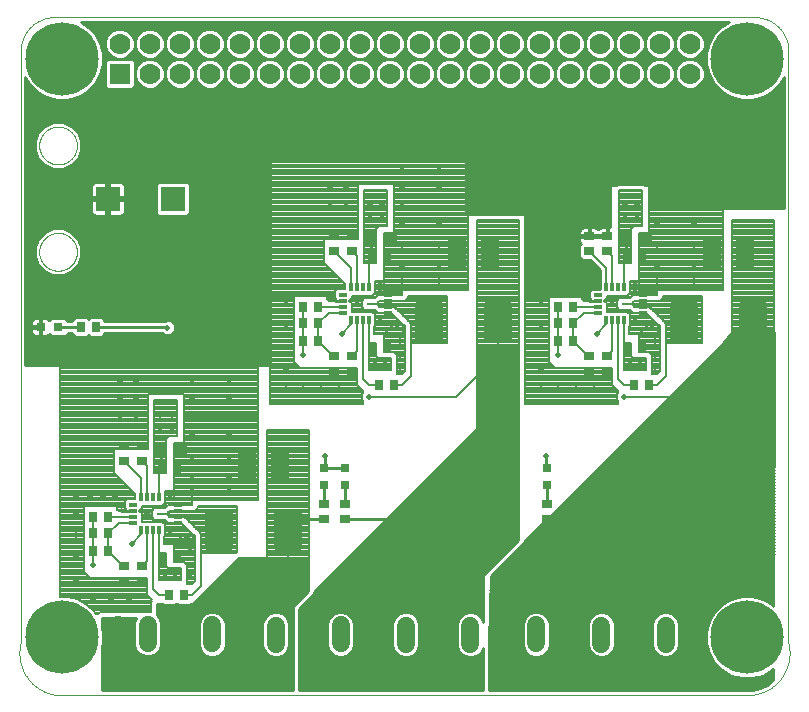
<source format=gtl>
G75*
%MOIN*%
%OFA0B0*%
%FSLAX25Y25*%
%IPPOS*%
%LPD*%
%AMOC8*
5,1,8,0,0,1.08239X$1,22.5*
%
%ADD10C,0.00100*%
%ADD11R,0.07000X0.07000*%
%ADD12C,0.07000*%
%ADD13C,0.24409*%
%ADD14R,0.02756X0.03543*%
%ADD15R,0.06299X0.10630*%
%ADD16R,0.03543X0.02756*%
%ADD17R,0.04331X0.03937*%
%ADD18C,0.02375*%
%ADD19R,0.01181X0.02953*%
%ADD20R,0.02953X0.01181*%
%ADD21R,0.01772X0.01063*%
%ADD22R,0.08268X0.08268*%
%ADD23C,0.00000*%
%ADD24C,0.06000*%
%ADD25R,0.03150X0.03150*%
%ADD26C,0.00800*%
%ADD27C,0.01950*%
%ADD28C,0.01000*%
D10*
X0038731Y0035000D02*
X0270731Y0035000D01*
X0271073Y0035045D01*
X0271413Y0035098D01*
X0271752Y0035160D01*
X0272090Y0035230D01*
X0272425Y0035309D01*
X0272759Y0035395D01*
X0273091Y0035490D01*
X0273420Y0035593D01*
X0273746Y0035704D01*
X0274070Y0035823D01*
X0274390Y0035949D01*
X0274708Y0036084D01*
X0275022Y0036226D01*
X0275332Y0036376D01*
X0275639Y0036534D01*
X0275941Y0036698D01*
X0276240Y0036871D01*
X0276534Y0037050D01*
X0276824Y0037237D01*
X0277109Y0037431D01*
X0277390Y0037632D01*
X0277665Y0037839D01*
X0277935Y0038053D01*
X0278200Y0038274D01*
X0278459Y0038501D01*
X0278713Y0038735D01*
X0278961Y0038974D01*
X0279203Y0039220D01*
X0279438Y0039471D01*
X0279668Y0039728D01*
X0279891Y0039991D01*
X0280108Y0040259D01*
X0280318Y0040532D01*
X0280522Y0040811D01*
X0280718Y0041094D01*
X0280908Y0041382D01*
X0281090Y0041674D01*
X0281265Y0041971D01*
X0281433Y0042272D01*
X0281593Y0042578D01*
X0281746Y0042887D01*
X0281891Y0043199D01*
X0282029Y0043515D01*
X0282159Y0043835D01*
X0282281Y0044157D01*
X0282395Y0044483D01*
X0282501Y0044811D01*
X0282599Y0045141D01*
X0282688Y0045474D01*
X0282770Y0045809D01*
X0282843Y0046146D01*
X0282908Y0046484D01*
X0282965Y0046824D01*
X0283014Y0047166D01*
X0283054Y0047508D01*
X0283085Y0047851D01*
X0283109Y0048195D01*
X0283123Y0048540D01*
X0283130Y0048884D01*
X0283128Y0049229D01*
X0283117Y0049574D01*
X0283098Y0049918D01*
X0283071Y0050261D01*
X0283035Y0050604D01*
X0282991Y0050946D01*
X0282938Y0051287D01*
X0282877Y0051626D01*
X0282808Y0051964D01*
X0282731Y0052300D01*
X0282731Y0248900D01*
X0282745Y0249176D01*
X0282753Y0249453D01*
X0282753Y0249729D01*
X0282747Y0250006D01*
X0282735Y0250282D01*
X0282715Y0250558D01*
X0282689Y0250834D01*
X0282656Y0251109D01*
X0282616Y0251382D01*
X0282569Y0251655D01*
X0282516Y0251927D01*
X0282457Y0252197D01*
X0282390Y0252466D01*
X0282317Y0252733D01*
X0282238Y0252998D01*
X0282152Y0253261D01*
X0282060Y0253521D01*
X0281961Y0253780D01*
X0281856Y0254036D01*
X0281745Y0254289D01*
X0281627Y0254540D01*
X0281504Y0254787D01*
X0281374Y0255032D01*
X0281239Y0255273D01*
X0281097Y0255511D01*
X0280950Y0255745D01*
X0280797Y0255976D01*
X0280639Y0256203D01*
X0280475Y0256426D01*
X0280305Y0256645D01*
X0280131Y0256859D01*
X0279951Y0257069D01*
X0279766Y0257275D01*
X0279576Y0257476D01*
X0279381Y0257673D01*
X0279182Y0257865D01*
X0278977Y0258051D01*
X0278769Y0258233D01*
X0278555Y0258409D01*
X0278338Y0258581D01*
X0278117Y0258746D01*
X0277891Y0258907D01*
X0277662Y0259062D01*
X0277429Y0259211D01*
X0277192Y0259354D01*
X0276952Y0259491D01*
X0276708Y0259623D01*
X0276462Y0259749D01*
X0276212Y0259868D01*
X0275960Y0259982D01*
X0275705Y0260089D01*
X0275447Y0260190D01*
X0275187Y0260284D01*
X0274925Y0260372D01*
X0274660Y0260454D01*
X0274394Y0260529D01*
X0274126Y0260598D01*
X0273856Y0260660D01*
X0273585Y0260715D01*
X0273313Y0260764D01*
X0273039Y0260806D01*
X0272765Y0260841D01*
X0272490Y0260870D01*
X0272214Y0260892D01*
X0271938Y0260907D01*
X0271661Y0260915D01*
X0271384Y0260917D01*
X0271108Y0260912D01*
X0270831Y0260900D01*
X0038831Y0260900D01*
X0038830Y0260900D02*
X0038554Y0260914D01*
X0038277Y0260922D01*
X0038001Y0260922D01*
X0037724Y0260916D01*
X0037448Y0260904D01*
X0037172Y0260884D01*
X0036896Y0260858D01*
X0036621Y0260825D01*
X0036348Y0260785D01*
X0036075Y0260738D01*
X0035803Y0260685D01*
X0035533Y0260626D01*
X0035264Y0260559D01*
X0034997Y0260486D01*
X0034732Y0260407D01*
X0034469Y0260321D01*
X0034209Y0260229D01*
X0033950Y0260130D01*
X0033694Y0260025D01*
X0033441Y0259914D01*
X0033190Y0259796D01*
X0032943Y0259673D01*
X0032698Y0259543D01*
X0032457Y0259408D01*
X0032219Y0259266D01*
X0031985Y0259119D01*
X0031754Y0258966D01*
X0031527Y0258808D01*
X0031304Y0258644D01*
X0031085Y0258474D01*
X0030871Y0258300D01*
X0030661Y0258120D01*
X0030455Y0257935D01*
X0030254Y0257745D01*
X0030057Y0257550D01*
X0029865Y0257351D01*
X0029679Y0257146D01*
X0029497Y0256938D01*
X0029321Y0256724D01*
X0029149Y0256507D01*
X0028984Y0256286D01*
X0028823Y0256060D01*
X0028668Y0255831D01*
X0028519Y0255598D01*
X0028376Y0255361D01*
X0028239Y0255121D01*
X0028107Y0254877D01*
X0027981Y0254631D01*
X0027862Y0254381D01*
X0027748Y0254129D01*
X0027641Y0253874D01*
X0027540Y0253616D01*
X0027446Y0253356D01*
X0027358Y0253094D01*
X0027276Y0252829D01*
X0027201Y0252563D01*
X0027132Y0252295D01*
X0027070Y0252025D01*
X0027015Y0251754D01*
X0026966Y0251482D01*
X0026924Y0251208D01*
X0026889Y0250934D01*
X0026860Y0250659D01*
X0026838Y0250383D01*
X0026823Y0250107D01*
X0026815Y0249830D01*
X0026813Y0249553D01*
X0026818Y0249277D01*
X0026830Y0249000D01*
X0026831Y0249000D02*
X0026831Y0052400D01*
X0026751Y0052064D01*
X0026680Y0051727D01*
X0026617Y0051387D01*
X0026562Y0051047D01*
X0026515Y0050705D01*
X0026477Y0050362D01*
X0026447Y0050018D01*
X0026426Y0049673D01*
X0026413Y0049328D01*
X0026409Y0048983D01*
X0026413Y0048638D01*
X0026426Y0048293D01*
X0026447Y0047949D01*
X0026476Y0047605D01*
X0026514Y0047262D01*
X0026560Y0046920D01*
X0026615Y0046579D01*
X0026678Y0046239D01*
X0026749Y0045902D01*
X0026828Y0045566D01*
X0026916Y0045232D01*
X0027012Y0044900D01*
X0027116Y0044571D01*
X0027228Y0044245D01*
X0027348Y0043921D01*
X0027476Y0043601D01*
X0027611Y0043283D01*
X0027755Y0042969D01*
X0027906Y0042659D01*
X0028064Y0042352D01*
X0028230Y0042050D01*
X0028404Y0041751D01*
X0028584Y0041457D01*
X0028772Y0041168D01*
X0028967Y0040883D01*
X0029169Y0040603D01*
X0029377Y0040328D01*
X0029592Y0040058D01*
X0029814Y0039793D01*
X0030042Y0039534D01*
X0030277Y0039281D01*
X0030518Y0039034D01*
X0030764Y0038792D01*
X0031017Y0038557D01*
X0031275Y0038328D01*
X0031538Y0038105D01*
X0031807Y0037889D01*
X0032082Y0037679D01*
X0032361Y0037476D01*
X0032645Y0037280D01*
X0032934Y0037092D01*
X0033227Y0036910D01*
X0033525Y0036735D01*
X0033827Y0036568D01*
X0034133Y0036409D01*
X0034443Y0036256D01*
X0034756Y0036112D01*
X0035073Y0035975D01*
X0035393Y0035846D01*
X0035717Y0035725D01*
X0036043Y0035612D01*
X0036372Y0035507D01*
X0036703Y0035410D01*
X0037036Y0035321D01*
X0037372Y0035240D01*
X0037709Y0035168D01*
X0038048Y0035104D01*
X0038389Y0035048D01*
X0038731Y0035000D01*
D11*
X0059783Y0242093D03*
D12*
X0059783Y0252093D03*
X0069783Y0252093D03*
X0079783Y0252093D03*
X0079783Y0242093D03*
X0069783Y0242093D03*
X0089783Y0242093D03*
X0089783Y0252093D03*
X0099783Y0252093D03*
X0099783Y0242093D03*
X0109783Y0242093D03*
X0109783Y0252093D03*
X0119783Y0252093D03*
X0129783Y0252093D03*
X0129783Y0242093D03*
X0119783Y0242093D03*
X0139783Y0242093D03*
X0139783Y0252093D03*
X0149783Y0252093D03*
X0149783Y0242093D03*
X0159783Y0242093D03*
X0169783Y0242093D03*
X0169783Y0252093D03*
X0159783Y0252093D03*
X0179783Y0252093D03*
X0179783Y0242093D03*
X0189783Y0242093D03*
X0189783Y0252093D03*
X0199783Y0252093D03*
X0209783Y0252093D03*
X0209783Y0242093D03*
X0199783Y0242093D03*
X0219783Y0242093D03*
X0219783Y0252093D03*
X0229783Y0252093D03*
X0229783Y0242093D03*
X0239783Y0242093D03*
X0249783Y0242093D03*
X0249783Y0252093D03*
X0239783Y0252093D03*
D13*
X0268957Y0247093D03*
X0040610Y0247093D03*
X0040610Y0054180D03*
X0268957Y0054180D03*
D14*
X0236390Y0138400D03*
X0231272Y0138400D03*
X0228772Y0150900D03*
X0233890Y0150900D03*
X0210890Y0152900D03*
X0205772Y0152900D03*
X0205772Y0158900D03*
X0210890Y0158900D03*
X0210890Y0164400D03*
X0205772Y0164400D03*
X0228772Y0180400D03*
X0233890Y0180400D03*
X0148890Y0180400D03*
X0143772Y0180400D03*
X0125890Y0164400D03*
X0120772Y0164400D03*
X0120772Y0158900D03*
X0125890Y0158900D03*
X0125890Y0152900D03*
X0120772Y0152900D03*
X0143772Y0150900D03*
X0148890Y0150900D03*
X0151390Y0138400D03*
X0146272Y0138400D03*
X0078890Y0110400D03*
X0073772Y0110400D03*
X0055890Y0094400D03*
X0050772Y0094400D03*
X0050772Y0088900D03*
X0055890Y0088900D03*
X0055890Y0082900D03*
X0050772Y0082900D03*
X0073772Y0080900D03*
X0078890Y0080900D03*
X0081390Y0068400D03*
X0076272Y0068400D03*
X0051890Y0157700D03*
X0046772Y0157700D03*
D15*
X0102319Y0112400D03*
X0113343Y0112400D03*
X0172319Y0182400D03*
X0183343Y0182400D03*
X0257319Y0182400D03*
X0268343Y0182400D03*
D16*
X0222331Y0182841D03*
X0222331Y0187959D03*
X0216331Y0187959D03*
X0216331Y0182841D03*
X0216331Y0147959D03*
X0216331Y0142841D03*
X0222331Y0142841D03*
X0222331Y0147959D03*
X0202131Y0098759D03*
X0202131Y0093641D03*
X0134831Y0093641D03*
X0134831Y0098759D03*
X0128031Y0098759D03*
X0128031Y0093641D03*
X0067331Y0077959D03*
X0067331Y0072841D03*
X0061331Y0072841D03*
X0061331Y0077959D03*
X0061331Y0112841D03*
X0061331Y0117959D03*
X0067331Y0117959D03*
X0067331Y0112841D03*
X0131331Y0142841D03*
X0137331Y0142841D03*
X0137331Y0147959D03*
X0131331Y0147959D03*
X0131331Y0182841D03*
X0137331Y0182841D03*
X0137331Y0187959D03*
X0131331Y0187959D03*
D17*
X0143484Y0187400D03*
X0150177Y0187400D03*
X0228484Y0187400D03*
X0235177Y0187400D03*
X0080177Y0117400D03*
X0073484Y0117400D03*
D18*
X0089268Y0095463D02*
X0089268Y0084337D01*
X0089268Y0095463D02*
X0096394Y0095463D01*
X0096394Y0084337D01*
X0089268Y0084337D01*
X0089268Y0086711D02*
X0096394Y0086711D01*
X0096394Y0089085D02*
X0089268Y0089085D01*
X0089268Y0091459D02*
X0096394Y0091459D01*
X0096394Y0093833D02*
X0089268Y0093833D01*
X0112268Y0095463D02*
X0112268Y0084337D01*
X0112268Y0095463D02*
X0119394Y0095463D01*
X0119394Y0084337D01*
X0112268Y0084337D01*
X0112268Y0086711D02*
X0119394Y0086711D01*
X0119394Y0089085D02*
X0112268Y0089085D01*
X0112268Y0091459D02*
X0119394Y0091459D01*
X0119394Y0093833D02*
X0112268Y0093833D01*
X0159268Y0154337D02*
X0159268Y0165463D01*
X0166394Y0165463D01*
X0166394Y0154337D01*
X0159268Y0154337D01*
X0159268Y0156711D02*
X0166394Y0156711D01*
X0166394Y0159085D02*
X0159268Y0159085D01*
X0159268Y0161459D02*
X0166394Y0161459D01*
X0166394Y0163833D02*
X0159268Y0163833D01*
X0182268Y0165463D02*
X0182268Y0154337D01*
X0182268Y0165463D02*
X0189394Y0165463D01*
X0189394Y0154337D01*
X0182268Y0154337D01*
X0182268Y0156711D02*
X0189394Y0156711D01*
X0189394Y0159085D02*
X0182268Y0159085D01*
X0182268Y0161459D02*
X0189394Y0161459D01*
X0189394Y0163833D02*
X0182268Y0163833D01*
X0244268Y0165463D02*
X0244268Y0154337D01*
X0244268Y0165463D02*
X0251394Y0165463D01*
X0251394Y0154337D01*
X0244268Y0154337D01*
X0244268Y0156711D02*
X0251394Y0156711D01*
X0251394Y0159085D02*
X0244268Y0159085D01*
X0244268Y0161459D02*
X0251394Y0161459D01*
X0251394Y0163833D02*
X0244268Y0163833D01*
X0267268Y0165463D02*
X0267268Y0154337D01*
X0267268Y0165463D02*
X0274394Y0165463D01*
X0274394Y0154337D01*
X0267268Y0154337D01*
X0267268Y0156711D02*
X0274394Y0156711D01*
X0274394Y0159085D02*
X0267268Y0159085D01*
X0267268Y0161459D02*
X0274394Y0161459D01*
X0274394Y0163833D02*
X0267268Y0163833D01*
D19*
X0231752Y0159888D03*
X0227815Y0159888D03*
X0225846Y0159888D03*
X0223878Y0159888D03*
X0221909Y0159888D03*
X0221909Y0170912D03*
X0223878Y0170912D03*
X0225846Y0170912D03*
X0227815Y0170912D03*
X0231752Y0170912D03*
X0146752Y0170912D03*
X0142815Y0170912D03*
X0140846Y0170912D03*
X0138878Y0170912D03*
X0136909Y0170912D03*
X0136909Y0159888D03*
X0138878Y0159888D03*
X0140846Y0159888D03*
X0142815Y0159888D03*
X0146752Y0159888D03*
X0076752Y0100912D03*
X0072815Y0100912D03*
X0070846Y0100912D03*
X0068878Y0100912D03*
X0066909Y0100912D03*
X0066909Y0089888D03*
X0068878Y0089888D03*
X0070846Y0089888D03*
X0072815Y0089888D03*
X0076752Y0089888D03*
D20*
X0079311Y0092447D03*
X0079311Y0094416D03*
X0079311Y0096384D03*
X0079311Y0098353D03*
X0064350Y0098353D03*
X0064350Y0096384D03*
X0064350Y0094416D03*
X0064350Y0092447D03*
X0134350Y0162447D03*
X0134350Y0164416D03*
X0134350Y0166384D03*
X0134350Y0168353D03*
X0149311Y0168353D03*
X0149311Y0166384D03*
X0149311Y0164416D03*
X0149311Y0162447D03*
X0219350Y0162447D03*
X0219350Y0164416D03*
X0219350Y0166384D03*
X0219350Y0168353D03*
X0234311Y0168353D03*
X0234311Y0166384D03*
X0234311Y0164416D03*
X0234311Y0162447D03*
D21*
X0231063Y0165400D03*
X0228031Y0165400D03*
X0146063Y0165400D03*
X0143031Y0165400D03*
X0076063Y0095400D03*
X0073031Y0095400D03*
D22*
X0077484Y0200400D03*
X0055831Y0200400D03*
D23*
X0032996Y0218117D02*
X0032998Y0218275D01*
X0033004Y0218433D01*
X0033014Y0218591D01*
X0033028Y0218749D01*
X0033046Y0218906D01*
X0033067Y0219063D01*
X0033093Y0219219D01*
X0033123Y0219375D01*
X0033156Y0219530D01*
X0033194Y0219683D01*
X0033235Y0219836D01*
X0033280Y0219988D01*
X0033329Y0220139D01*
X0033382Y0220288D01*
X0033438Y0220436D01*
X0033498Y0220582D01*
X0033562Y0220727D01*
X0033630Y0220870D01*
X0033701Y0221012D01*
X0033775Y0221152D01*
X0033853Y0221289D01*
X0033935Y0221425D01*
X0034019Y0221559D01*
X0034108Y0221690D01*
X0034199Y0221819D01*
X0034294Y0221946D01*
X0034391Y0222071D01*
X0034492Y0222193D01*
X0034596Y0222312D01*
X0034703Y0222429D01*
X0034813Y0222543D01*
X0034926Y0222654D01*
X0035041Y0222763D01*
X0035159Y0222868D01*
X0035280Y0222970D01*
X0035403Y0223070D01*
X0035529Y0223166D01*
X0035657Y0223259D01*
X0035787Y0223349D01*
X0035920Y0223435D01*
X0036055Y0223519D01*
X0036191Y0223598D01*
X0036330Y0223675D01*
X0036471Y0223747D01*
X0036613Y0223817D01*
X0036757Y0223882D01*
X0036903Y0223944D01*
X0037050Y0224002D01*
X0037199Y0224057D01*
X0037349Y0224108D01*
X0037500Y0224155D01*
X0037652Y0224198D01*
X0037805Y0224237D01*
X0037960Y0224273D01*
X0038115Y0224304D01*
X0038271Y0224332D01*
X0038427Y0224356D01*
X0038584Y0224376D01*
X0038742Y0224392D01*
X0038899Y0224404D01*
X0039058Y0224412D01*
X0039216Y0224416D01*
X0039374Y0224416D01*
X0039532Y0224412D01*
X0039691Y0224404D01*
X0039848Y0224392D01*
X0040006Y0224376D01*
X0040163Y0224356D01*
X0040319Y0224332D01*
X0040475Y0224304D01*
X0040630Y0224273D01*
X0040785Y0224237D01*
X0040938Y0224198D01*
X0041090Y0224155D01*
X0041241Y0224108D01*
X0041391Y0224057D01*
X0041540Y0224002D01*
X0041687Y0223944D01*
X0041833Y0223882D01*
X0041977Y0223817D01*
X0042119Y0223747D01*
X0042260Y0223675D01*
X0042399Y0223598D01*
X0042535Y0223519D01*
X0042670Y0223435D01*
X0042803Y0223349D01*
X0042933Y0223259D01*
X0043061Y0223166D01*
X0043187Y0223070D01*
X0043310Y0222970D01*
X0043431Y0222868D01*
X0043549Y0222763D01*
X0043664Y0222654D01*
X0043777Y0222543D01*
X0043887Y0222429D01*
X0043994Y0222312D01*
X0044098Y0222193D01*
X0044199Y0222071D01*
X0044296Y0221946D01*
X0044391Y0221819D01*
X0044482Y0221690D01*
X0044571Y0221559D01*
X0044655Y0221425D01*
X0044737Y0221289D01*
X0044815Y0221152D01*
X0044889Y0221012D01*
X0044960Y0220870D01*
X0045028Y0220727D01*
X0045092Y0220582D01*
X0045152Y0220436D01*
X0045208Y0220288D01*
X0045261Y0220139D01*
X0045310Y0219988D01*
X0045355Y0219836D01*
X0045396Y0219683D01*
X0045434Y0219530D01*
X0045467Y0219375D01*
X0045497Y0219219D01*
X0045523Y0219063D01*
X0045544Y0218906D01*
X0045562Y0218749D01*
X0045576Y0218591D01*
X0045586Y0218433D01*
X0045592Y0218275D01*
X0045594Y0218117D01*
X0045592Y0217959D01*
X0045586Y0217801D01*
X0045576Y0217643D01*
X0045562Y0217485D01*
X0045544Y0217328D01*
X0045523Y0217171D01*
X0045497Y0217015D01*
X0045467Y0216859D01*
X0045434Y0216704D01*
X0045396Y0216551D01*
X0045355Y0216398D01*
X0045310Y0216246D01*
X0045261Y0216095D01*
X0045208Y0215946D01*
X0045152Y0215798D01*
X0045092Y0215652D01*
X0045028Y0215507D01*
X0044960Y0215364D01*
X0044889Y0215222D01*
X0044815Y0215082D01*
X0044737Y0214945D01*
X0044655Y0214809D01*
X0044571Y0214675D01*
X0044482Y0214544D01*
X0044391Y0214415D01*
X0044296Y0214288D01*
X0044199Y0214163D01*
X0044098Y0214041D01*
X0043994Y0213922D01*
X0043887Y0213805D01*
X0043777Y0213691D01*
X0043664Y0213580D01*
X0043549Y0213471D01*
X0043431Y0213366D01*
X0043310Y0213264D01*
X0043187Y0213164D01*
X0043061Y0213068D01*
X0042933Y0212975D01*
X0042803Y0212885D01*
X0042670Y0212799D01*
X0042535Y0212715D01*
X0042399Y0212636D01*
X0042260Y0212559D01*
X0042119Y0212487D01*
X0041977Y0212417D01*
X0041833Y0212352D01*
X0041687Y0212290D01*
X0041540Y0212232D01*
X0041391Y0212177D01*
X0041241Y0212126D01*
X0041090Y0212079D01*
X0040938Y0212036D01*
X0040785Y0211997D01*
X0040630Y0211961D01*
X0040475Y0211930D01*
X0040319Y0211902D01*
X0040163Y0211878D01*
X0040006Y0211858D01*
X0039848Y0211842D01*
X0039691Y0211830D01*
X0039532Y0211822D01*
X0039374Y0211818D01*
X0039216Y0211818D01*
X0039058Y0211822D01*
X0038899Y0211830D01*
X0038742Y0211842D01*
X0038584Y0211858D01*
X0038427Y0211878D01*
X0038271Y0211902D01*
X0038115Y0211930D01*
X0037960Y0211961D01*
X0037805Y0211997D01*
X0037652Y0212036D01*
X0037500Y0212079D01*
X0037349Y0212126D01*
X0037199Y0212177D01*
X0037050Y0212232D01*
X0036903Y0212290D01*
X0036757Y0212352D01*
X0036613Y0212417D01*
X0036471Y0212487D01*
X0036330Y0212559D01*
X0036191Y0212636D01*
X0036055Y0212715D01*
X0035920Y0212799D01*
X0035787Y0212885D01*
X0035657Y0212975D01*
X0035529Y0213068D01*
X0035403Y0213164D01*
X0035280Y0213264D01*
X0035159Y0213366D01*
X0035041Y0213471D01*
X0034926Y0213580D01*
X0034813Y0213691D01*
X0034703Y0213805D01*
X0034596Y0213922D01*
X0034492Y0214041D01*
X0034391Y0214163D01*
X0034294Y0214288D01*
X0034199Y0214415D01*
X0034108Y0214544D01*
X0034019Y0214675D01*
X0033935Y0214809D01*
X0033853Y0214945D01*
X0033775Y0215082D01*
X0033701Y0215222D01*
X0033630Y0215364D01*
X0033562Y0215507D01*
X0033498Y0215652D01*
X0033438Y0215798D01*
X0033382Y0215946D01*
X0033329Y0216095D01*
X0033280Y0216246D01*
X0033235Y0216398D01*
X0033194Y0216551D01*
X0033156Y0216704D01*
X0033123Y0216859D01*
X0033093Y0217015D01*
X0033067Y0217171D01*
X0033046Y0217328D01*
X0033028Y0217485D01*
X0033014Y0217643D01*
X0033004Y0217801D01*
X0032998Y0217959D01*
X0032996Y0218117D01*
X0032996Y0182683D02*
X0032998Y0182841D01*
X0033004Y0182999D01*
X0033014Y0183157D01*
X0033028Y0183315D01*
X0033046Y0183472D01*
X0033067Y0183629D01*
X0033093Y0183785D01*
X0033123Y0183941D01*
X0033156Y0184096D01*
X0033194Y0184249D01*
X0033235Y0184402D01*
X0033280Y0184554D01*
X0033329Y0184705D01*
X0033382Y0184854D01*
X0033438Y0185002D01*
X0033498Y0185148D01*
X0033562Y0185293D01*
X0033630Y0185436D01*
X0033701Y0185578D01*
X0033775Y0185718D01*
X0033853Y0185855D01*
X0033935Y0185991D01*
X0034019Y0186125D01*
X0034108Y0186256D01*
X0034199Y0186385D01*
X0034294Y0186512D01*
X0034391Y0186637D01*
X0034492Y0186759D01*
X0034596Y0186878D01*
X0034703Y0186995D01*
X0034813Y0187109D01*
X0034926Y0187220D01*
X0035041Y0187329D01*
X0035159Y0187434D01*
X0035280Y0187536D01*
X0035403Y0187636D01*
X0035529Y0187732D01*
X0035657Y0187825D01*
X0035787Y0187915D01*
X0035920Y0188001D01*
X0036055Y0188085D01*
X0036191Y0188164D01*
X0036330Y0188241D01*
X0036471Y0188313D01*
X0036613Y0188383D01*
X0036757Y0188448D01*
X0036903Y0188510D01*
X0037050Y0188568D01*
X0037199Y0188623D01*
X0037349Y0188674D01*
X0037500Y0188721D01*
X0037652Y0188764D01*
X0037805Y0188803D01*
X0037960Y0188839D01*
X0038115Y0188870D01*
X0038271Y0188898D01*
X0038427Y0188922D01*
X0038584Y0188942D01*
X0038742Y0188958D01*
X0038899Y0188970D01*
X0039058Y0188978D01*
X0039216Y0188982D01*
X0039374Y0188982D01*
X0039532Y0188978D01*
X0039691Y0188970D01*
X0039848Y0188958D01*
X0040006Y0188942D01*
X0040163Y0188922D01*
X0040319Y0188898D01*
X0040475Y0188870D01*
X0040630Y0188839D01*
X0040785Y0188803D01*
X0040938Y0188764D01*
X0041090Y0188721D01*
X0041241Y0188674D01*
X0041391Y0188623D01*
X0041540Y0188568D01*
X0041687Y0188510D01*
X0041833Y0188448D01*
X0041977Y0188383D01*
X0042119Y0188313D01*
X0042260Y0188241D01*
X0042399Y0188164D01*
X0042535Y0188085D01*
X0042670Y0188001D01*
X0042803Y0187915D01*
X0042933Y0187825D01*
X0043061Y0187732D01*
X0043187Y0187636D01*
X0043310Y0187536D01*
X0043431Y0187434D01*
X0043549Y0187329D01*
X0043664Y0187220D01*
X0043777Y0187109D01*
X0043887Y0186995D01*
X0043994Y0186878D01*
X0044098Y0186759D01*
X0044199Y0186637D01*
X0044296Y0186512D01*
X0044391Y0186385D01*
X0044482Y0186256D01*
X0044571Y0186125D01*
X0044655Y0185991D01*
X0044737Y0185855D01*
X0044815Y0185718D01*
X0044889Y0185578D01*
X0044960Y0185436D01*
X0045028Y0185293D01*
X0045092Y0185148D01*
X0045152Y0185002D01*
X0045208Y0184854D01*
X0045261Y0184705D01*
X0045310Y0184554D01*
X0045355Y0184402D01*
X0045396Y0184249D01*
X0045434Y0184096D01*
X0045467Y0183941D01*
X0045497Y0183785D01*
X0045523Y0183629D01*
X0045544Y0183472D01*
X0045562Y0183315D01*
X0045576Y0183157D01*
X0045586Y0182999D01*
X0045592Y0182841D01*
X0045594Y0182683D01*
X0045592Y0182525D01*
X0045586Y0182367D01*
X0045576Y0182209D01*
X0045562Y0182051D01*
X0045544Y0181894D01*
X0045523Y0181737D01*
X0045497Y0181581D01*
X0045467Y0181425D01*
X0045434Y0181270D01*
X0045396Y0181117D01*
X0045355Y0180964D01*
X0045310Y0180812D01*
X0045261Y0180661D01*
X0045208Y0180512D01*
X0045152Y0180364D01*
X0045092Y0180218D01*
X0045028Y0180073D01*
X0044960Y0179930D01*
X0044889Y0179788D01*
X0044815Y0179648D01*
X0044737Y0179511D01*
X0044655Y0179375D01*
X0044571Y0179241D01*
X0044482Y0179110D01*
X0044391Y0178981D01*
X0044296Y0178854D01*
X0044199Y0178729D01*
X0044098Y0178607D01*
X0043994Y0178488D01*
X0043887Y0178371D01*
X0043777Y0178257D01*
X0043664Y0178146D01*
X0043549Y0178037D01*
X0043431Y0177932D01*
X0043310Y0177830D01*
X0043187Y0177730D01*
X0043061Y0177634D01*
X0042933Y0177541D01*
X0042803Y0177451D01*
X0042670Y0177365D01*
X0042535Y0177281D01*
X0042399Y0177202D01*
X0042260Y0177125D01*
X0042119Y0177053D01*
X0041977Y0176983D01*
X0041833Y0176918D01*
X0041687Y0176856D01*
X0041540Y0176798D01*
X0041391Y0176743D01*
X0041241Y0176692D01*
X0041090Y0176645D01*
X0040938Y0176602D01*
X0040785Y0176563D01*
X0040630Y0176527D01*
X0040475Y0176496D01*
X0040319Y0176468D01*
X0040163Y0176444D01*
X0040006Y0176424D01*
X0039848Y0176408D01*
X0039691Y0176396D01*
X0039532Y0176388D01*
X0039374Y0176384D01*
X0039216Y0176384D01*
X0039058Y0176388D01*
X0038899Y0176396D01*
X0038742Y0176408D01*
X0038584Y0176424D01*
X0038427Y0176444D01*
X0038271Y0176468D01*
X0038115Y0176496D01*
X0037960Y0176527D01*
X0037805Y0176563D01*
X0037652Y0176602D01*
X0037500Y0176645D01*
X0037349Y0176692D01*
X0037199Y0176743D01*
X0037050Y0176798D01*
X0036903Y0176856D01*
X0036757Y0176918D01*
X0036613Y0176983D01*
X0036471Y0177053D01*
X0036330Y0177125D01*
X0036191Y0177202D01*
X0036055Y0177281D01*
X0035920Y0177365D01*
X0035787Y0177451D01*
X0035657Y0177541D01*
X0035529Y0177634D01*
X0035403Y0177730D01*
X0035280Y0177830D01*
X0035159Y0177932D01*
X0035041Y0178037D01*
X0034926Y0178146D01*
X0034813Y0178257D01*
X0034703Y0178371D01*
X0034596Y0178488D01*
X0034492Y0178607D01*
X0034391Y0178729D01*
X0034294Y0178854D01*
X0034199Y0178981D01*
X0034108Y0179110D01*
X0034019Y0179241D01*
X0033935Y0179375D01*
X0033853Y0179511D01*
X0033775Y0179648D01*
X0033701Y0179788D01*
X0033630Y0179930D01*
X0033562Y0180073D01*
X0033498Y0180218D01*
X0033438Y0180364D01*
X0033382Y0180512D01*
X0033329Y0180661D01*
X0033280Y0180812D01*
X0033235Y0180964D01*
X0033194Y0181117D01*
X0033156Y0181270D01*
X0033123Y0181425D01*
X0033093Y0181581D01*
X0033067Y0181737D01*
X0033046Y0181894D01*
X0033028Y0182051D01*
X0033014Y0182209D01*
X0033004Y0182367D01*
X0032998Y0182525D01*
X0032996Y0182683D01*
D24*
X0059231Y0058300D02*
X0059231Y0052300D01*
X0069231Y0052300D02*
X0069231Y0058300D01*
X0080631Y0058200D02*
X0080631Y0052200D01*
X0090631Y0052200D02*
X0090631Y0058200D01*
X0101931Y0058100D02*
X0101931Y0052100D01*
X0111931Y0052100D02*
X0111931Y0058100D01*
X0123531Y0058200D02*
X0123531Y0052200D01*
X0133531Y0052200D02*
X0133531Y0058200D01*
X0145231Y0058100D02*
X0145231Y0052100D01*
X0155231Y0052100D02*
X0155231Y0058100D01*
X0166731Y0058000D02*
X0166731Y0052000D01*
X0176731Y0052000D02*
X0176731Y0058000D01*
X0188631Y0058200D02*
X0188631Y0052200D01*
X0198631Y0052200D02*
X0198631Y0058200D01*
X0210331Y0058100D02*
X0210331Y0052100D01*
X0220331Y0052100D02*
X0220331Y0058100D01*
X0231831Y0058100D02*
X0231831Y0052100D01*
X0241831Y0052100D02*
X0241831Y0058100D01*
D25*
X0202131Y0104847D03*
X0202131Y0110753D03*
X0134831Y0110753D03*
X0134831Y0104847D03*
X0128031Y0104847D03*
X0128031Y0110753D03*
X0039383Y0157600D03*
X0033478Y0157600D03*
D26*
X0039831Y0144900D02*
X0105831Y0144900D01*
X0105831Y0127400D01*
X0081331Y0127400D01*
X0081331Y0135400D01*
X0069331Y0135400D01*
X0069331Y0116900D01*
X0057831Y0116900D01*
X0057831Y0108900D01*
X0064831Y0101900D01*
X0064831Y0100343D01*
X0062294Y0100343D01*
X0061474Y0099523D01*
X0061474Y0097900D01*
X0039831Y0097900D01*
X0047831Y0097900D01*
X0047831Y0075900D01*
X0049831Y0073900D01*
X0068831Y0073900D01*
X0068831Y0068400D01*
X0070737Y0066493D01*
X0070431Y0066187D01*
X0070431Y0062500D01*
X0060589Y0062500D01*
X0060106Y0062700D01*
X0058355Y0062700D01*
X0057873Y0062500D01*
X0053144Y0062500D01*
X0052544Y0061900D01*
X0051862Y0061900D01*
X0051497Y0062533D01*
X0048964Y0065066D01*
X0045861Y0066857D01*
X0042401Y0067784D01*
X0039831Y0067784D01*
X0039831Y0097900D01*
X0039831Y0144900D01*
X0039831Y0144605D02*
X0105831Y0144605D01*
X0105831Y0143806D02*
X0039831Y0143806D01*
X0039831Y0143008D02*
X0105831Y0143008D01*
X0105831Y0142209D02*
X0039831Y0142209D01*
X0039831Y0141411D02*
X0105831Y0141411D01*
X0105831Y0140612D02*
X0039831Y0140612D01*
X0039831Y0139814D02*
X0105831Y0139814D01*
X0105831Y0139015D02*
X0039831Y0139015D01*
X0039831Y0138217D02*
X0105831Y0138217D01*
X0105831Y0137418D02*
X0039831Y0137418D01*
X0039831Y0136620D02*
X0105831Y0136620D01*
X0105831Y0135821D02*
X0039831Y0135821D01*
X0039831Y0135023D02*
X0069331Y0135023D01*
X0069331Y0134224D02*
X0039831Y0134224D01*
X0039831Y0133426D02*
X0069331Y0133426D01*
X0069331Y0132627D02*
X0039831Y0132627D01*
X0039831Y0131829D02*
X0069331Y0131829D01*
X0069331Y0131030D02*
X0039831Y0131030D01*
X0039831Y0130232D02*
X0069331Y0130232D01*
X0069331Y0129433D02*
X0039831Y0129433D01*
X0039831Y0128635D02*
X0069331Y0128635D01*
X0069331Y0127836D02*
X0039831Y0127836D01*
X0039831Y0127038D02*
X0069331Y0127038D01*
X0069331Y0126239D02*
X0039831Y0126239D01*
X0039831Y0125441D02*
X0069331Y0125441D01*
X0069331Y0124642D02*
X0039831Y0124642D01*
X0039831Y0123844D02*
X0069331Y0123844D01*
X0069331Y0123045D02*
X0039831Y0123045D01*
X0039831Y0122247D02*
X0069331Y0122247D01*
X0069331Y0121448D02*
X0039831Y0121448D01*
X0039831Y0120650D02*
X0069331Y0120650D01*
X0069331Y0119851D02*
X0039831Y0119851D01*
X0039831Y0119053D02*
X0069331Y0119053D01*
X0069331Y0118254D02*
X0039831Y0118254D01*
X0039831Y0117456D02*
X0069331Y0117456D01*
X0071331Y0117456D02*
X0075331Y0117456D01*
X0075331Y0118254D02*
X0071331Y0118254D01*
X0071331Y0119053D02*
X0075331Y0119053D01*
X0075331Y0119851D02*
X0071331Y0119851D01*
X0071331Y0120650D02*
X0075580Y0120650D01*
X0075331Y0120400D02*
X0076331Y0121400D01*
X0078831Y0121400D01*
X0078831Y0133400D01*
X0071331Y0133400D01*
X0071331Y0108900D01*
X0075331Y0108900D01*
X0075331Y0120400D01*
X0077831Y0118900D02*
X0081331Y0118900D01*
X0081331Y0127400D01*
X0105831Y0127400D01*
X0105831Y0099900D01*
X0077831Y0099900D01*
X0077831Y0118900D01*
X0077831Y0118254D02*
X0105831Y0118254D01*
X0105831Y0117456D02*
X0077831Y0117456D01*
X0077831Y0116657D02*
X0105831Y0116657D01*
X0105831Y0115859D02*
X0077831Y0115859D01*
X0077831Y0115060D02*
X0105831Y0115060D01*
X0105831Y0114262D02*
X0077831Y0114262D01*
X0077831Y0113463D02*
X0105831Y0113463D01*
X0105831Y0112665D02*
X0077831Y0112665D01*
X0077831Y0111866D02*
X0105831Y0111866D01*
X0105831Y0111068D02*
X0077831Y0111068D01*
X0077831Y0110269D02*
X0105831Y0110269D01*
X0105831Y0109470D02*
X0077831Y0109470D01*
X0077831Y0108672D02*
X0105831Y0108672D01*
X0105831Y0107873D02*
X0077831Y0107873D01*
X0077831Y0107075D02*
X0105831Y0107075D01*
X0105831Y0106276D02*
X0077831Y0106276D01*
X0077831Y0105478D02*
X0105831Y0105478D01*
X0105831Y0104679D02*
X0077831Y0104679D01*
X0077831Y0103881D02*
X0105831Y0103881D01*
X0105831Y0103082D02*
X0077831Y0103082D01*
X0077831Y0102284D02*
X0105831Y0102284D01*
X0105831Y0101485D02*
X0077831Y0101485D01*
X0077831Y0100687D02*
X0105831Y0100687D01*
X0108831Y0100687D02*
X0122831Y0100687D01*
X0122831Y0101485D02*
X0108831Y0101485D01*
X0108831Y0102284D02*
X0122831Y0102284D01*
X0122831Y0103082D02*
X0108831Y0103082D01*
X0108831Y0103881D02*
X0122831Y0103881D01*
X0122831Y0104679D02*
X0108831Y0104679D01*
X0108831Y0105478D02*
X0122831Y0105478D01*
X0122831Y0106276D02*
X0108831Y0106276D01*
X0108831Y0107075D02*
X0122831Y0107075D01*
X0122831Y0107873D02*
X0108831Y0107873D01*
X0108831Y0108672D02*
X0122831Y0108672D01*
X0122831Y0109470D02*
X0108831Y0109470D01*
X0108831Y0110269D02*
X0122831Y0110269D01*
X0122831Y0111068D02*
X0108831Y0111068D01*
X0108831Y0111866D02*
X0122831Y0111866D01*
X0122831Y0112665D02*
X0108831Y0112665D01*
X0108831Y0113463D02*
X0122831Y0113463D01*
X0122831Y0114262D02*
X0108831Y0114262D01*
X0108831Y0115060D02*
X0122831Y0115060D01*
X0122831Y0115859D02*
X0108831Y0115859D01*
X0108831Y0116657D02*
X0122831Y0116657D01*
X0122831Y0117456D02*
X0108831Y0117456D01*
X0108831Y0118254D02*
X0122831Y0118254D01*
X0122831Y0119053D02*
X0108831Y0119053D01*
X0108831Y0119851D02*
X0122831Y0119851D01*
X0122831Y0120650D02*
X0108831Y0120650D01*
X0108831Y0121448D02*
X0122831Y0121448D01*
X0122831Y0122247D02*
X0108831Y0122247D01*
X0108831Y0123045D02*
X0122831Y0123045D01*
X0122831Y0123400D02*
X0122831Y0080400D01*
X0108831Y0080400D01*
X0108831Y0123400D01*
X0122831Y0123400D01*
X0109831Y0131900D02*
X0109831Y0167900D01*
X0117831Y0167900D01*
X0117831Y0145900D01*
X0119831Y0143900D01*
X0138831Y0143900D01*
X0138831Y0138400D01*
X0140831Y0136400D01*
X0140831Y0135759D01*
X0140456Y0135384D01*
X0140456Y0133416D01*
X0140831Y0133041D01*
X0140831Y0131900D01*
X0109831Y0131900D01*
X0109831Y0132627D02*
X0140831Y0132627D01*
X0140456Y0133426D02*
X0109831Y0133426D01*
X0109831Y0134224D02*
X0140456Y0134224D01*
X0140456Y0135023D02*
X0109831Y0135023D01*
X0109831Y0135821D02*
X0140831Y0135821D01*
X0140611Y0136620D02*
X0109831Y0136620D01*
X0109831Y0137418D02*
X0139812Y0137418D01*
X0139014Y0138217D02*
X0109831Y0138217D01*
X0109831Y0139015D02*
X0138831Y0139015D01*
X0138831Y0139814D02*
X0109831Y0139814D01*
X0109831Y0140612D02*
X0138831Y0140612D01*
X0138831Y0141411D02*
X0109831Y0141411D01*
X0109831Y0142209D02*
X0138831Y0142209D01*
X0138831Y0143008D02*
X0109831Y0143008D01*
X0109831Y0143806D02*
X0138831Y0143806D01*
X0142831Y0143806D02*
X0150331Y0143806D01*
X0150331Y0143400D02*
X0142831Y0143400D01*
X0142831Y0152400D01*
X0145331Y0152400D01*
X0145331Y0147900D01*
X0145831Y0147400D01*
X0150331Y0147400D01*
X0150331Y0143400D01*
X0150331Y0144605D02*
X0142831Y0144605D01*
X0142831Y0145403D02*
X0150331Y0145403D01*
X0150331Y0146202D02*
X0142831Y0146202D01*
X0142831Y0147001D02*
X0150331Y0147001D01*
X0152331Y0147001D02*
X0154831Y0147001D01*
X0154831Y0147799D02*
X0152331Y0147799D01*
X0152331Y0148400D02*
X0151331Y0149400D01*
X0147831Y0149400D01*
X0147831Y0155400D01*
X0150831Y0158400D01*
X0154831Y0158400D01*
X0154831Y0142900D01*
X0153831Y0141900D01*
X0152331Y0141900D01*
X0152331Y0148400D01*
X0152133Y0148598D02*
X0154831Y0148598D01*
X0154831Y0149396D02*
X0151335Y0149396D01*
X0154831Y0150195D02*
X0147831Y0150195D01*
X0147831Y0150993D02*
X0154831Y0150993D01*
X0154831Y0151792D02*
X0147831Y0151792D01*
X0147831Y0152590D02*
X0154831Y0152590D01*
X0154831Y0153389D02*
X0147831Y0153389D01*
X0147831Y0154187D02*
X0154831Y0154187D01*
X0154831Y0154986D02*
X0147831Y0154986D01*
X0148215Y0155784D02*
X0154831Y0155784D01*
X0154331Y0155784D02*
X0144615Y0155784D01*
X0144615Y0155400D02*
X0144615Y0157641D01*
X0144805Y0157832D01*
X0144805Y0161944D01*
X0143985Y0162765D01*
X0137227Y0162765D01*
X0137227Y0165586D01*
X0136429Y0166384D01*
X0137227Y0167182D01*
X0137227Y0168035D01*
X0143985Y0168035D01*
X0144805Y0168856D01*
X0144805Y0172875D01*
X0144831Y0172900D01*
X0153831Y0172900D01*
X0153831Y0168400D01*
X0145831Y0168400D01*
X0144831Y0167400D01*
X0140831Y0167400D01*
X0140831Y0166596D01*
X0140746Y0166511D01*
X0140746Y0164289D01*
X0140831Y0164204D01*
X0140831Y0163400D01*
X0144831Y0163400D01*
X0145831Y0162400D01*
X0150331Y0162400D01*
X0154331Y0158400D01*
X0154331Y0155400D01*
X0144615Y0155400D01*
X0144615Y0156583D02*
X0154331Y0156583D01*
X0154831Y0156583D02*
X0149013Y0156583D01*
X0149812Y0157381D02*
X0154831Y0157381D01*
X0154331Y0157381D02*
X0144615Y0157381D01*
X0144805Y0158180D02*
X0154331Y0158180D01*
X0154831Y0158180D02*
X0150610Y0158180D01*
X0152954Y0159777D02*
X0144805Y0159777D01*
X0144805Y0160575D02*
X0152155Y0160575D01*
X0151357Y0161374D02*
X0144805Y0161374D01*
X0144578Y0162172D02*
X0150558Y0162172D01*
X0152187Y0163543D02*
X0152187Y0163618D01*
X0151367Y0164438D01*
X0147255Y0164438D01*
X0147217Y0164400D01*
X0146376Y0164400D01*
X0145831Y0164946D01*
X0145831Y0165854D01*
X0146376Y0166400D01*
X0147217Y0166400D01*
X0147255Y0166362D01*
X0151367Y0166362D01*
X0151405Y0166400D01*
X0154831Y0166400D01*
X0156331Y0167900D01*
X0168831Y0167900D01*
X0168831Y0152400D01*
X0156831Y0152400D01*
X0156831Y0158900D01*
X0156631Y0159100D01*
X0156631Y0159146D01*
X0155576Y0160200D01*
X0155531Y0160200D01*
X0152187Y0163543D01*
X0152036Y0163769D02*
X0168831Y0163769D01*
X0168831Y0162971D02*
X0152760Y0162971D01*
X0153558Y0162172D02*
X0168831Y0162172D01*
X0168831Y0161374D02*
X0154357Y0161374D01*
X0155155Y0160575D02*
X0168831Y0160575D01*
X0168831Y0159777D02*
X0156000Y0159777D01*
X0156753Y0158978D02*
X0168831Y0158978D01*
X0168831Y0158180D02*
X0156831Y0158180D01*
X0156831Y0157381D02*
X0168831Y0157381D01*
X0168831Y0156583D02*
X0156831Y0156583D01*
X0156831Y0155784D02*
X0168831Y0155784D01*
X0168831Y0154986D02*
X0156831Y0154986D01*
X0156831Y0154187D02*
X0168831Y0154187D01*
X0168831Y0153389D02*
X0156831Y0153389D01*
X0156831Y0152900D02*
X0157331Y0153400D01*
X0156831Y0152900D02*
X0156831Y0141400D01*
X0153831Y0138400D01*
X0151390Y0138400D01*
X0152331Y0142209D02*
X0154140Y0142209D01*
X0154831Y0143008D02*
X0152331Y0143008D01*
X0152331Y0143806D02*
X0154831Y0143806D01*
X0154831Y0144605D02*
X0152331Y0144605D01*
X0152331Y0145403D02*
X0154831Y0145403D01*
X0154831Y0146202D02*
X0152331Y0146202D01*
X0145432Y0147799D02*
X0142831Y0147799D01*
X0142831Y0148598D02*
X0145331Y0148598D01*
X0145331Y0149396D02*
X0142831Y0149396D01*
X0142831Y0150195D02*
X0145331Y0150195D01*
X0145331Y0150993D02*
X0142831Y0150993D01*
X0142831Y0151792D02*
X0145331Y0151792D01*
X0143772Y0150900D02*
X0142815Y0152357D01*
X0142815Y0159888D01*
X0140846Y0159888D02*
X0140846Y0140384D01*
X0142831Y0138400D01*
X0146272Y0138400D01*
X0142831Y0134400D02*
X0171831Y0134400D01*
X0185831Y0148400D01*
X0185831Y0159900D01*
X0178831Y0159777D02*
X0192831Y0159777D01*
X0192831Y0160575D02*
X0178831Y0160575D01*
X0178831Y0161374D02*
X0192831Y0161374D01*
X0192831Y0162172D02*
X0178831Y0162172D01*
X0178831Y0162971D02*
X0192831Y0162971D01*
X0192831Y0163769D02*
X0178831Y0163769D01*
X0178831Y0164568D02*
X0192831Y0164568D01*
X0192831Y0165366D02*
X0178831Y0165366D01*
X0178831Y0166165D02*
X0192831Y0166165D01*
X0192831Y0166963D02*
X0178831Y0166963D01*
X0178831Y0167762D02*
X0192831Y0167762D01*
X0192831Y0168560D02*
X0178831Y0168560D01*
X0178831Y0169359D02*
X0192831Y0169359D01*
X0192831Y0170157D02*
X0178831Y0170157D01*
X0178831Y0170956D02*
X0192831Y0170956D01*
X0192831Y0171754D02*
X0178831Y0171754D01*
X0178831Y0172553D02*
X0192831Y0172553D01*
X0192831Y0173351D02*
X0178831Y0173351D01*
X0178831Y0174150D02*
X0192831Y0174150D01*
X0192831Y0174948D02*
X0178831Y0174948D01*
X0178831Y0175747D02*
X0192831Y0175747D01*
X0192831Y0176545D02*
X0178831Y0176545D01*
X0178831Y0177344D02*
X0192831Y0177344D01*
X0192831Y0178142D02*
X0178831Y0178142D01*
X0178831Y0178941D02*
X0192831Y0178941D01*
X0192831Y0179739D02*
X0178831Y0179739D01*
X0178831Y0180538D02*
X0192831Y0180538D01*
X0192831Y0181337D02*
X0178831Y0181337D01*
X0178831Y0182135D02*
X0192831Y0182135D01*
X0192831Y0182934D02*
X0178831Y0182934D01*
X0178831Y0183732D02*
X0192831Y0183732D01*
X0192831Y0184531D02*
X0178831Y0184531D01*
X0178831Y0185329D02*
X0192831Y0185329D01*
X0192831Y0186128D02*
X0178831Y0186128D01*
X0178831Y0186926D02*
X0192831Y0186926D01*
X0192831Y0187725D02*
X0178831Y0187725D01*
X0178831Y0188523D02*
X0192831Y0188523D01*
X0192831Y0189322D02*
X0178831Y0189322D01*
X0178831Y0190120D02*
X0192831Y0190120D01*
X0192831Y0190919D02*
X0178831Y0190919D01*
X0178831Y0191717D02*
X0192831Y0191717D01*
X0192831Y0192516D02*
X0178831Y0192516D01*
X0178831Y0193314D02*
X0192831Y0193314D01*
X0192831Y0193400D02*
X0192831Y0150400D01*
X0178831Y0150400D01*
X0178831Y0193400D01*
X0192831Y0193400D01*
X0175831Y0193314D02*
X0151331Y0193314D01*
X0151331Y0192516D02*
X0175831Y0192516D01*
X0175831Y0191717D02*
X0151331Y0191717D01*
X0151331Y0190919D02*
X0175831Y0190919D01*
X0175831Y0190120D02*
X0151331Y0190120D01*
X0151331Y0189322D02*
X0175831Y0189322D01*
X0175831Y0188523D02*
X0147831Y0188523D01*
X0147831Y0188900D02*
X0151331Y0188900D01*
X0151331Y0197400D01*
X0151331Y0205400D01*
X0139331Y0205400D01*
X0139331Y0186900D01*
X0127831Y0186900D01*
X0127831Y0178900D01*
X0134831Y0171900D01*
X0134831Y0170343D01*
X0132294Y0170343D01*
X0131474Y0169523D01*
X0131474Y0167900D01*
X0109831Y0167900D01*
X0109831Y0214900D01*
X0175831Y0214900D01*
X0175831Y0197400D01*
X0151331Y0197400D01*
X0175831Y0197400D01*
X0175831Y0169900D01*
X0147831Y0169900D01*
X0147831Y0188900D01*
X0147831Y0187725D02*
X0175831Y0187725D01*
X0175831Y0186926D02*
X0147831Y0186926D01*
X0147831Y0186128D02*
X0175831Y0186128D01*
X0175831Y0185329D02*
X0147831Y0185329D01*
X0147831Y0184531D02*
X0175831Y0184531D01*
X0175831Y0183732D02*
X0147831Y0183732D01*
X0147831Y0182934D02*
X0175831Y0182934D01*
X0175831Y0182135D02*
X0147831Y0182135D01*
X0147831Y0181337D02*
X0175831Y0181337D01*
X0175831Y0180538D02*
X0147831Y0180538D01*
X0147831Y0179739D02*
X0175831Y0179739D01*
X0175831Y0178941D02*
X0147831Y0178941D01*
X0147831Y0178142D02*
X0175831Y0178142D01*
X0175831Y0177344D02*
X0147831Y0177344D01*
X0147831Y0176545D02*
X0175831Y0176545D01*
X0175831Y0175747D02*
X0147831Y0175747D01*
X0147831Y0174948D02*
X0175831Y0174948D01*
X0175831Y0174150D02*
X0147831Y0174150D01*
X0147831Y0173351D02*
X0175831Y0173351D01*
X0175831Y0172553D02*
X0147831Y0172553D01*
X0147831Y0171754D02*
X0175831Y0171754D01*
X0175831Y0170956D02*
X0147831Y0170956D01*
X0147831Y0170157D02*
X0175831Y0170157D01*
X0168831Y0167762D02*
X0156193Y0167762D01*
X0155394Y0166963D02*
X0168831Y0166963D01*
X0168831Y0166165D02*
X0146141Y0166165D01*
X0146063Y0165400D02*
X0143031Y0165400D01*
X0140746Y0165366D02*
X0137227Y0165366D01*
X0137227Y0164568D02*
X0140746Y0164568D01*
X0140831Y0163769D02*
X0137227Y0163769D01*
X0137227Y0162971D02*
X0145260Y0162971D01*
X0146209Y0164568D02*
X0168831Y0164568D01*
X0168831Y0165366D02*
X0145831Y0165366D01*
X0145193Y0167762D02*
X0137227Y0167762D01*
X0137008Y0166963D02*
X0140831Y0166963D01*
X0140746Y0166165D02*
X0136648Y0166165D01*
X0134350Y0164416D02*
X0125906Y0164416D01*
X0125890Y0164400D01*
X0128831Y0166900D02*
X0129515Y0166216D01*
X0132104Y0166216D01*
X0132272Y0166384D01*
X0131474Y0167182D01*
X0131474Y0167257D01*
X0130831Y0167900D01*
X0130831Y0168900D01*
X0128831Y0168900D01*
X0128831Y0166900D01*
X0128831Y0166963D02*
X0131693Y0166963D01*
X0130969Y0167762D02*
X0128831Y0167762D01*
X0128831Y0168560D02*
X0130831Y0168560D01*
X0131474Y0168560D02*
X0109831Y0168560D01*
X0109831Y0167762D02*
X0117831Y0167762D01*
X0117831Y0166963D02*
X0109831Y0166963D01*
X0109831Y0166165D02*
X0117831Y0166165D01*
X0117831Y0165366D02*
X0109831Y0165366D01*
X0109831Y0164568D02*
X0117831Y0164568D01*
X0117831Y0163769D02*
X0109831Y0163769D01*
X0109831Y0162971D02*
X0117831Y0162971D01*
X0117831Y0162172D02*
X0109831Y0162172D01*
X0109831Y0161374D02*
X0117831Y0161374D01*
X0117831Y0160575D02*
X0109831Y0160575D01*
X0109831Y0159777D02*
X0117831Y0159777D01*
X0117831Y0158978D02*
X0109831Y0158978D01*
X0109831Y0158180D02*
X0117831Y0158180D01*
X0117831Y0157381D02*
X0109831Y0157381D01*
X0109831Y0156583D02*
X0117831Y0156583D01*
X0117831Y0155784D02*
X0109831Y0155784D01*
X0109831Y0154986D02*
X0117831Y0154986D01*
X0117831Y0154187D02*
X0109831Y0154187D01*
X0109831Y0153389D02*
X0117831Y0153389D01*
X0117831Y0152590D02*
X0109831Y0152590D01*
X0109831Y0151792D02*
X0117831Y0151792D01*
X0117831Y0150993D02*
X0109831Y0150993D01*
X0109831Y0150195D02*
X0117831Y0150195D01*
X0117831Y0149396D02*
X0109831Y0149396D01*
X0109831Y0148598D02*
X0117831Y0148598D01*
X0117831Y0147799D02*
X0109831Y0147799D01*
X0109831Y0147001D02*
X0117831Y0147001D01*
X0117831Y0146202D02*
X0109831Y0146202D01*
X0109831Y0145403D02*
X0118327Y0145403D01*
X0119126Y0144605D02*
X0109831Y0144605D01*
X0120831Y0148400D02*
X0120831Y0152841D01*
X0120772Y0152900D01*
X0120772Y0158900D01*
X0120772Y0164400D01*
X0125890Y0158900D02*
X0125890Y0152900D01*
X0130831Y0147959D01*
X0131331Y0147959D01*
X0137331Y0147959D02*
X0138878Y0149506D01*
X0138878Y0159888D01*
X0136909Y0159888D02*
X0136909Y0158479D01*
X0133831Y0155400D01*
X0129437Y0162447D02*
X0125890Y0158900D01*
X0129437Y0162447D02*
X0134350Y0162447D01*
X0131474Y0169359D02*
X0109831Y0169359D01*
X0109831Y0170157D02*
X0132108Y0170157D01*
X0134831Y0170956D02*
X0109831Y0170956D01*
X0109831Y0171754D02*
X0134831Y0171754D01*
X0134178Y0172553D02*
X0109831Y0172553D01*
X0109831Y0173351D02*
X0133379Y0173351D01*
X0132581Y0174150D02*
X0109831Y0174150D01*
X0109831Y0174948D02*
X0131782Y0174948D01*
X0130984Y0175747D02*
X0109831Y0175747D01*
X0109831Y0176545D02*
X0130185Y0176545D01*
X0129387Y0177344D02*
X0109831Y0177344D01*
X0109831Y0178142D02*
X0128588Y0178142D01*
X0127831Y0178941D02*
X0109831Y0178941D01*
X0109831Y0179739D02*
X0127831Y0179739D01*
X0127831Y0180538D02*
X0109831Y0180538D01*
X0109831Y0181337D02*
X0127831Y0181337D01*
X0127831Y0182135D02*
X0109831Y0182135D01*
X0109831Y0182934D02*
X0127831Y0182934D01*
X0127831Y0183732D02*
X0109831Y0183732D01*
X0109831Y0184531D02*
X0127831Y0184531D01*
X0127831Y0185329D02*
X0109831Y0185329D01*
X0109831Y0186128D02*
X0127831Y0186128D01*
X0131331Y0182841D02*
X0136909Y0177262D01*
X0136909Y0170912D01*
X0138878Y0170912D02*
X0138878Y0181294D01*
X0137331Y0182841D01*
X0141331Y0182934D02*
X0145331Y0182934D01*
X0145331Y0183732D02*
X0141331Y0183732D01*
X0141331Y0184531D02*
X0145331Y0184531D01*
X0145331Y0185329D02*
X0141331Y0185329D01*
X0141331Y0186128D02*
X0145331Y0186128D01*
X0145331Y0186926D02*
X0141331Y0186926D01*
X0141331Y0187725D02*
X0145331Y0187725D01*
X0145331Y0188523D02*
X0141331Y0188523D01*
X0141331Y0189322D02*
X0145331Y0189322D01*
X0145331Y0190120D02*
X0141331Y0190120D01*
X0141331Y0190919D02*
X0145849Y0190919D01*
X0146331Y0191400D02*
X0145331Y0190400D01*
X0145331Y0178900D01*
X0141331Y0178900D01*
X0141331Y0203400D01*
X0148831Y0203400D01*
X0148831Y0191400D01*
X0146331Y0191400D01*
X0148831Y0191717D02*
X0141331Y0191717D01*
X0141331Y0192516D02*
X0148831Y0192516D01*
X0148831Y0193314D02*
X0141331Y0193314D01*
X0141331Y0194113D02*
X0148831Y0194113D01*
X0148831Y0194911D02*
X0141331Y0194911D01*
X0141331Y0195710D02*
X0148831Y0195710D01*
X0148831Y0196508D02*
X0141331Y0196508D01*
X0141331Y0197307D02*
X0148831Y0197307D01*
X0148831Y0198105D02*
X0141331Y0198105D01*
X0141331Y0198904D02*
X0148831Y0198904D01*
X0148831Y0199702D02*
X0141331Y0199702D01*
X0141331Y0200501D02*
X0148831Y0200501D01*
X0148831Y0201299D02*
X0141331Y0201299D01*
X0141331Y0202098D02*
X0148831Y0202098D01*
X0148831Y0202896D02*
X0141331Y0202896D01*
X0139331Y0202896D02*
X0109831Y0202896D01*
X0109831Y0202098D02*
X0139331Y0202098D01*
X0139331Y0201299D02*
X0109831Y0201299D01*
X0109831Y0200501D02*
X0139331Y0200501D01*
X0139331Y0199702D02*
X0109831Y0199702D01*
X0109831Y0198904D02*
X0139331Y0198904D01*
X0139331Y0198105D02*
X0109831Y0198105D01*
X0109831Y0197307D02*
X0139331Y0197307D01*
X0139331Y0196508D02*
X0109831Y0196508D01*
X0109831Y0195710D02*
X0139331Y0195710D01*
X0139331Y0194911D02*
X0109831Y0194911D01*
X0109831Y0194113D02*
X0139331Y0194113D01*
X0139331Y0193314D02*
X0109831Y0193314D01*
X0109831Y0192516D02*
X0139331Y0192516D01*
X0139331Y0191717D02*
X0109831Y0191717D01*
X0109831Y0190919D02*
X0139331Y0190919D01*
X0139331Y0190120D02*
X0109831Y0190120D01*
X0109831Y0189322D02*
X0139331Y0189322D01*
X0139331Y0188523D02*
X0109831Y0188523D01*
X0109831Y0187725D02*
X0139331Y0187725D01*
X0139331Y0186926D02*
X0109831Y0186926D01*
X0109831Y0203695D02*
X0139331Y0203695D01*
X0139331Y0204493D02*
X0109831Y0204493D01*
X0109831Y0205292D02*
X0139331Y0205292D01*
X0151331Y0205292D02*
X0175831Y0205292D01*
X0175831Y0206090D02*
X0109831Y0206090D01*
X0109831Y0206889D02*
X0175831Y0206889D01*
X0175831Y0207687D02*
X0109831Y0207687D01*
X0109831Y0208486D02*
X0175831Y0208486D01*
X0175831Y0209284D02*
X0109831Y0209284D01*
X0109831Y0210083D02*
X0175831Y0210083D01*
X0175831Y0210881D02*
X0109831Y0210881D01*
X0109831Y0211680D02*
X0175831Y0211680D01*
X0175831Y0212478D02*
X0109831Y0212478D01*
X0109831Y0213277D02*
X0175831Y0213277D01*
X0175831Y0214075D02*
X0109831Y0214075D01*
X0109831Y0214874D02*
X0175831Y0214874D01*
X0175831Y0204493D02*
X0151331Y0204493D01*
X0151331Y0203695D02*
X0175831Y0203695D01*
X0175831Y0202896D02*
X0151331Y0202896D01*
X0151331Y0202098D02*
X0175831Y0202098D01*
X0175831Y0201299D02*
X0151331Y0201299D01*
X0151331Y0200501D02*
X0175831Y0200501D01*
X0175831Y0199702D02*
X0151331Y0199702D01*
X0151331Y0198904D02*
X0175831Y0198904D01*
X0175831Y0198105D02*
X0151331Y0198105D01*
X0151331Y0197307D02*
X0175831Y0197307D01*
X0175831Y0196508D02*
X0151331Y0196508D01*
X0151331Y0195710D02*
X0175831Y0195710D01*
X0175831Y0194911D02*
X0151331Y0194911D01*
X0151331Y0194113D02*
X0175831Y0194113D01*
X0153831Y0172553D02*
X0144805Y0172553D01*
X0144805Y0171754D02*
X0153831Y0171754D01*
X0153831Y0170956D02*
X0144805Y0170956D01*
X0144805Y0170157D02*
X0153831Y0170157D01*
X0153831Y0169359D02*
X0144805Y0169359D01*
X0144510Y0168560D02*
X0153831Y0168560D01*
X0142815Y0170912D02*
X0142815Y0179443D01*
X0143772Y0180400D01*
X0145331Y0180538D02*
X0141331Y0180538D01*
X0141331Y0181337D02*
X0145331Y0181337D01*
X0145331Y0182135D02*
X0141331Y0182135D01*
X0141331Y0179739D02*
X0145331Y0179739D01*
X0145331Y0178941D02*
X0141331Y0178941D01*
X0144805Y0158978D02*
X0153753Y0158978D01*
X0156831Y0152590D02*
X0168831Y0152590D01*
X0178831Y0152590D02*
X0192831Y0152590D01*
X0192831Y0151792D02*
X0178831Y0151792D01*
X0178831Y0150993D02*
X0192831Y0150993D01*
X0194831Y0150993D02*
X0202831Y0150993D01*
X0202831Y0150195D02*
X0194831Y0150195D01*
X0194831Y0149396D02*
X0202831Y0149396D01*
X0202831Y0148598D02*
X0194831Y0148598D01*
X0194831Y0147799D02*
X0202831Y0147799D01*
X0202831Y0147001D02*
X0194831Y0147001D01*
X0194831Y0146202D02*
X0202831Y0146202D01*
X0202831Y0145900D02*
X0204831Y0143900D01*
X0223831Y0143900D01*
X0223831Y0138400D01*
X0225831Y0136400D01*
X0225831Y0135759D01*
X0225456Y0135384D01*
X0225456Y0133416D01*
X0225831Y0133041D01*
X0225831Y0131900D01*
X0194831Y0131900D01*
X0194831Y0167900D01*
X0202831Y0167900D01*
X0202831Y0145900D01*
X0203327Y0145403D02*
X0194831Y0145403D01*
X0194831Y0144605D02*
X0204126Y0144605D01*
X0205831Y0148400D02*
X0205831Y0152841D01*
X0205772Y0152900D01*
X0205772Y0158900D01*
X0205772Y0164400D01*
X0202831Y0164568D02*
X0194831Y0164568D01*
X0194831Y0165366D02*
X0202831Y0165366D01*
X0202831Y0166165D02*
X0194831Y0166165D01*
X0194831Y0166963D02*
X0202831Y0166963D01*
X0202831Y0167762D02*
X0194831Y0167762D01*
X0194831Y0163769D02*
X0202831Y0163769D01*
X0202831Y0162971D02*
X0194831Y0162971D01*
X0194831Y0162172D02*
X0202831Y0162172D01*
X0202831Y0161374D02*
X0194831Y0161374D01*
X0194831Y0160575D02*
X0202831Y0160575D01*
X0202831Y0159777D02*
X0194831Y0159777D01*
X0194831Y0158978D02*
X0202831Y0158978D01*
X0202831Y0158180D02*
X0194831Y0158180D01*
X0194831Y0157381D02*
X0202831Y0157381D01*
X0202831Y0156583D02*
X0194831Y0156583D01*
X0194831Y0155784D02*
X0202831Y0155784D01*
X0202831Y0154986D02*
X0194831Y0154986D01*
X0194831Y0154187D02*
X0202831Y0154187D01*
X0202831Y0153389D02*
X0194831Y0153389D01*
X0194831Y0152590D02*
X0202831Y0152590D01*
X0202831Y0151792D02*
X0194831Y0151792D01*
X0192831Y0153389D02*
X0178831Y0153389D01*
X0178831Y0154187D02*
X0192831Y0154187D01*
X0192831Y0154986D02*
X0178831Y0154986D01*
X0178831Y0155784D02*
X0192831Y0155784D01*
X0192831Y0156583D02*
X0178831Y0156583D01*
X0178831Y0157381D02*
X0192831Y0157381D01*
X0192831Y0158180D02*
X0178831Y0158180D01*
X0178831Y0158978D02*
X0192831Y0158978D01*
X0194831Y0143806D02*
X0223831Y0143806D01*
X0223831Y0143008D02*
X0194831Y0143008D01*
X0194831Y0142209D02*
X0223831Y0142209D01*
X0223831Y0141411D02*
X0194831Y0141411D01*
X0194831Y0140612D02*
X0223831Y0140612D01*
X0223831Y0139814D02*
X0194831Y0139814D01*
X0194831Y0139015D02*
X0223831Y0139015D01*
X0224014Y0138217D02*
X0194831Y0138217D01*
X0194831Y0137418D02*
X0224812Y0137418D01*
X0225611Y0136620D02*
X0194831Y0136620D01*
X0194831Y0135821D02*
X0225831Y0135821D01*
X0225456Y0135023D02*
X0194831Y0135023D01*
X0194831Y0134224D02*
X0225456Y0134224D01*
X0225456Y0133426D02*
X0194831Y0133426D01*
X0194831Y0132627D02*
X0225831Y0132627D01*
X0227831Y0134400D02*
X0256831Y0134400D01*
X0270831Y0148400D01*
X0270831Y0159900D01*
X0263831Y0159777D02*
X0277831Y0159777D01*
X0277831Y0160575D02*
X0263831Y0160575D01*
X0263831Y0161374D02*
X0277831Y0161374D01*
X0277831Y0162172D02*
X0263831Y0162172D01*
X0263831Y0162971D02*
X0277831Y0162971D01*
X0277831Y0163769D02*
X0263831Y0163769D01*
X0263831Y0164568D02*
X0277831Y0164568D01*
X0277831Y0165366D02*
X0263831Y0165366D01*
X0263831Y0166165D02*
X0277831Y0166165D01*
X0277831Y0166963D02*
X0263831Y0166963D01*
X0263831Y0167762D02*
X0277831Y0167762D01*
X0277831Y0168560D02*
X0263831Y0168560D01*
X0263831Y0169359D02*
X0277831Y0169359D01*
X0277831Y0170157D02*
X0263831Y0170157D01*
X0263831Y0170956D02*
X0277831Y0170956D01*
X0277831Y0171754D02*
X0263831Y0171754D01*
X0263831Y0172553D02*
X0277831Y0172553D01*
X0277831Y0173351D02*
X0263831Y0173351D01*
X0263831Y0174150D02*
X0277831Y0174150D01*
X0277831Y0174948D02*
X0263831Y0174948D01*
X0263831Y0175747D02*
X0277831Y0175747D01*
X0277831Y0176545D02*
X0263831Y0176545D01*
X0263831Y0177344D02*
X0277831Y0177344D01*
X0277831Y0178142D02*
X0263831Y0178142D01*
X0263831Y0178941D02*
X0277831Y0178941D01*
X0277831Y0179739D02*
X0263831Y0179739D01*
X0263831Y0180538D02*
X0277831Y0180538D01*
X0277831Y0181337D02*
X0263831Y0181337D01*
X0263831Y0182135D02*
X0277831Y0182135D01*
X0277831Y0182934D02*
X0263831Y0182934D01*
X0263831Y0183732D02*
X0277831Y0183732D01*
X0277831Y0184531D02*
X0263831Y0184531D01*
X0263831Y0185329D02*
X0277831Y0185329D01*
X0277831Y0186128D02*
X0263831Y0186128D01*
X0263831Y0186926D02*
X0277831Y0186926D01*
X0277831Y0187725D02*
X0263831Y0187725D01*
X0263831Y0188523D02*
X0277831Y0188523D01*
X0277831Y0189322D02*
X0263831Y0189322D01*
X0263831Y0190120D02*
X0277831Y0190120D01*
X0277831Y0190919D02*
X0263831Y0190919D01*
X0263831Y0191717D02*
X0277831Y0191717D01*
X0277831Y0192516D02*
X0263831Y0192516D01*
X0263831Y0193314D02*
X0277831Y0193314D01*
X0277831Y0193400D02*
X0277831Y0150400D01*
X0263831Y0150400D01*
X0263831Y0193400D01*
X0277831Y0193400D01*
X0260831Y0193314D02*
X0236331Y0193314D01*
X0236331Y0192516D02*
X0260831Y0192516D01*
X0260831Y0191717D02*
X0236331Y0191717D01*
X0236331Y0190919D02*
X0260831Y0190919D01*
X0260831Y0190120D02*
X0236331Y0190120D01*
X0236331Y0189322D02*
X0260831Y0189322D01*
X0260831Y0188523D02*
X0232831Y0188523D01*
X0232831Y0188900D02*
X0236331Y0188900D01*
X0236331Y0197400D01*
X0260831Y0197400D01*
X0260831Y0169900D01*
X0232831Y0169900D01*
X0232831Y0188900D01*
X0232831Y0187725D02*
X0260831Y0187725D01*
X0260831Y0186926D02*
X0232831Y0186926D01*
X0232831Y0186128D02*
X0260831Y0186128D01*
X0260831Y0185329D02*
X0232831Y0185329D01*
X0232831Y0184531D02*
X0260831Y0184531D01*
X0260831Y0183732D02*
X0232831Y0183732D01*
X0232831Y0182934D02*
X0260831Y0182934D01*
X0260831Y0182135D02*
X0232831Y0182135D01*
X0232831Y0181337D02*
X0260831Y0181337D01*
X0260831Y0180538D02*
X0232831Y0180538D01*
X0232831Y0179739D02*
X0260831Y0179739D01*
X0260831Y0178941D02*
X0232831Y0178941D01*
X0232831Y0178142D02*
X0260831Y0178142D01*
X0260831Y0177344D02*
X0232831Y0177344D01*
X0232831Y0176545D02*
X0260831Y0176545D01*
X0260831Y0175747D02*
X0232831Y0175747D01*
X0232831Y0174948D02*
X0260831Y0174948D01*
X0260831Y0174150D02*
X0232831Y0174150D01*
X0232831Y0173351D02*
X0260831Y0173351D01*
X0260831Y0172553D02*
X0232831Y0172553D01*
X0232831Y0171754D02*
X0260831Y0171754D01*
X0260831Y0170956D02*
X0232831Y0170956D01*
X0232831Y0170157D02*
X0260831Y0170157D01*
X0253831Y0167900D02*
X0253831Y0152400D01*
X0241831Y0152400D01*
X0241831Y0158900D01*
X0241631Y0159100D01*
X0241631Y0159146D01*
X0240576Y0160200D01*
X0240531Y0160200D01*
X0237187Y0163543D01*
X0237187Y0163618D01*
X0236367Y0164438D01*
X0232255Y0164438D01*
X0232217Y0164400D01*
X0231376Y0164400D01*
X0230831Y0164946D01*
X0230831Y0165854D01*
X0231376Y0166400D01*
X0232217Y0166400D01*
X0232255Y0166362D01*
X0236367Y0166362D01*
X0236405Y0166400D01*
X0239831Y0166400D01*
X0241331Y0167900D01*
X0253831Y0167900D01*
X0253831Y0167762D02*
X0241193Y0167762D01*
X0240394Y0166963D02*
X0253831Y0166963D01*
X0253831Y0166165D02*
X0231141Y0166165D01*
X0231063Y0165400D02*
X0228031Y0165400D01*
X0225746Y0165366D02*
X0222227Y0165366D01*
X0222227Y0165586D02*
X0221429Y0166384D01*
X0222227Y0167182D01*
X0222227Y0168035D01*
X0228985Y0168035D01*
X0229805Y0168856D01*
X0229805Y0172875D01*
X0229831Y0172900D01*
X0238831Y0172900D01*
X0238831Y0168400D01*
X0230831Y0168400D01*
X0229831Y0167400D01*
X0225831Y0167400D01*
X0225831Y0166596D01*
X0225746Y0166511D01*
X0225746Y0164289D01*
X0225831Y0164204D01*
X0225831Y0163400D01*
X0229831Y0163400D01*
X0230831Y0162400D01*
X0235331Y0162400D01*
X0239331Y0158400D01*
X0239331Y0155400D01*
X0229615Y0155400D01*
X0229615Y0157641D01*
X0229805Y0157832D01*
X0229805Y0161944D01*
X0228985Y0162765D01*
X0222227Y0162765D01*
X0222227Y0165586D01*
X0221648Y0166165D02*
X0225746Y0166165D01*
X0225831Y0166963D02*
X0222008Y0166963D01*
X0222227Y0167762D02*
X0230193Y0167762D01*
X0229510Y0168560D02*
X0238831Y0168560D01*
X0238831Y0169359D02*
X0229805Y0169359D01*
X0229805Y0170157D02*
X0238831Y0170157D01*
X0238831Y0170956D02*
X0229805Y0170956D01*
X0229805Y0171754D02*
X0238831Y0171754D01*
X0238831Y0172553D02*
X0229805Y0172553D01*
X0227815Y0170912D02*
X0227815Y0179443D01*
X0228772Y0180400D01*
X0230331Y0180538D02*
X0226331Y0180538D01*
X0226331Y0181337D02*
X0230331Y0181337D01*
X0230331Y0182135D02*
X0226331Y0182135D01*
X0226331Y0182934D02*
X0230331Y0182934D01*
X0230331Y0183732D02*
X0226331Y0183732D01*
X0226331Y0184531D02*
X0230331Y0184531D01*
X0230331Y0185329D02*
X0226331Y0185329D01*
X0226331Y0186128D02*
X0230331Y0186128D01*
X0230331Y0186926D02*
X0226331Y0186926D01*
X0226331Y0187725D02*
X0230331Y0187725D01*
X0230331Y0188523D02*
X0226331Y0188523D01*
X0226331Y0189322D02*
X0230331Y0189322D01*
X0230331Y0190120D02*
X0226331Y0190120D01*
X0226331Y0190919D02*
X0230849Y0190919D01*
X0231331Y0191400D02*
X0230331Y0190400D01*
X0230331Y0178900D01*
X0226331Y0178900D01*
X0226331Y0203400D01*
X0233831Y0203400D01*
X0233831Y0191400D01*
X0231331Y0191400D01*
X0233831Y0191717D02*
X0226331Y0191717D01*
X0226331Y0192516D02*
X0233831Y0192516D01*
X0233831Y0193314D02*
X0226331Y0193314D01*
X0226331Y0194113D02*
X0233831Y0194113D01*
X0233831Y0194911D02*
X0226331Y0194911D01*
X0226331Y0195710D02*
X0233831Y0195710D01*
X0233831Y0196508D02*
X0226331Y0196508D01*
X0226331Y0197307D02*
X0233831Y0197307D01*
X0233831Y0198105D02*
X0226331Y0198105D01*
X0226331Y0198904D02*
X0233831Y0198904D01*
X0233831Y0199702D02*
X0226331Y0199702D01*
X0226331Y0200501D02*
X0233831Y0200501D01*
X0233831Y0201299D02*
X0226331Y0201299D01*
X0226331Y0202098D02*
X0233831Y0202098D01*
X0233831Y0202896D02*
X0226331Y0202896D01*
X0236331Y0197307D02*
X0260831Y0197307D01*
X0260831Y0196508D02*
X0236331Y0196508D01*
X0236331Y0195710D02*
X0260831Y0195710D01*
X0260831Y0194911D02*
X0236331Y0194911D01*
X0236331Y0194113D02*
X0260831Y0194113D01*
X0230331Y0179739D02*
X0226331Y0179739D01*
X0226331Y0178941D02*
X0230331Y0178941D01*
X0223878Y0181294D02*
X0222331Y0182841D01*
X0223878Y0181294D02*
X0223878Y0170912D01*
X0221909Y0170912D02*
X0221909Y0177262D01*
X0216331Y0182841D01*
X0215831Y0168900D02*
X0213831Y0168900D01*
X0213831Y0166900D01*
X0214515Y0166216D01*
X0217104Y0166216D01*
X0217272Y0166384D01*
X0216474Y0167182D01*
X0216474Y0167257D01*
X0215831Y0167900D01*
X0215831Y0168900D01*
X0215831Y0168560D02*
X0213831Y0168560D01*
X0213831Y0167762D02*
X0215969Y0167762D01*
X0216693Y0166963D02*
X0213831Y0166963D01*
X0210906Y0164416D02*
X0210890Y0164400D01*
X0210906Y0164416D02*
X0219350Y0164416D01*
X0219350Y0162447D02*
X0214437Y0162447D01*
X0210890Y0158900D01*
X0210890Y0152900D01*
X0215831Y0147959D01*
X0216331Y0147959D01*
X0222331Y0147959D02*
X0223878Y0149506D01*
X0223878Y0159888D01*
X0225846Y0159888D02*
X0225846Y0140384D01*
X0227831Y0138400D01*
X0231272Y0138400D01*
X0227831Y0143400D02*
X0227831Y0152400D01*
X0230331Y0152400D01*
X0230331Y0147900D01*
X0230831Y0147400D01*
X0235331Y0147400D01*
X0235331Y0143400D01*
X0227831Y0143400D01*
X0227831Y0143806D02*
X0235331Y0143806D01*
X0235331Y0144605D02*
X0227831Y0144605D01*
X0227831Y0145403D02*
X0235331Y0145403D01*
X0235331Y0146202D02*
X0227831Y0146202D01*
X0227831Y0147001D02*
X0235331Y0147001D01*
X0237331Y0147001D02*
X0239831Y0147001D01*
X0239831Y0147799D02*
X0237331Y0147799D01*
X0237331Y0148400D02*
X0236331Y0149400D01*
X0232831Y0149400D01*
X0232831Y0155400D01*
X0235831Y0158400D01*
X0239831Y0158400D01*
X0239831Y0142900D01*
X0238831Y0141900D01*
X0237331Y0141900D01*
X0237331Y0148400D01*
X0237133Y0148598D02*
X0239831Y0148598D01*
X0239831Y0149396D02*
X0236335Y0149396D01*
X0239831Y0150195D02*
X0232831Y0150195D01*
X0232831Y0150993D02*
X0239831Y0150993D01*
X0239831Y0151792D02*
X0232831Y0151792D01*
X0232831Y0152590D02*
X0239831Y0152590D01*
X0239831Y0153389D02*
X0232831Y0153389D01*
X0232831Y0154187D02*
X0239831Y0154187D01*
X0239831Y0154986D02*
X0232831Y0154986D01*
X0233215Y0155784D02*
X0239831Y0155784D01*
X0239331Y0155784D02*
X0229615Y0155784D01*
X0229615Y0156583D02*
X0239331Y0156583D01*
X0239831Y0156583D02*
X0234013Y0156583D01*
X0234812Y0157381D02*
X0239831Y0157381D01*
X0239331Y0157381D02*
X0229615Y0157381D01*
X0229805Y0158180D02*
X0239331Y0158180D01*
X0239831Y0158180D02*
X0235610Y0158180D01*
X0237954Y0159777D02*
X0229805Y0159777D01*
X0229805Y0160575D02*
X0237155Y0160575D01*
X0236357Y0161374D02*
X0229805Y0161374D01*
X0229578Y0162172D02*
X0235558Y0162172D01*
X0237036Y0163769D02*
X0253831Y0163769D01*
X0253831Y0162971D02*
X0237760Y0162971D01*
X0238558Y0162172D02*
X0253831Y0162172D01*
X0253831Y0161374D02*
X0239357Y0161374D01*
X0240155Y0160575D02*
X0253831Y0160575D01*
X0253831Y0159777D02*
X0241000Y0159777D01*
X0241753Y0158978D02*
X0253831Y0158978D01*
X0253831Y0158180D02*
X0241831Y0158180D01*
X0241831Y0157381D02*
X0253831Y0157381D01*
X0253831Y0156583D02*
X0241831Y0156583D01*
X0241831Y0155784D02*
X0253831Y0155784D01*
X0253831Y0154986D02*
X0241831Y0154986D01*
X0241831Y0154187D02*
X0253831Y0154187D01*
X0253831Y0153389D02*
X0241831Y0153389D01*
X0241831Y0152900D02*
X0242331Y0153400D01*
X0241831Y0152900D02*
X0241831Y0141400D01*
X0238831Y0138400D01*
X0236390Y0138400D01*
X0237331Y0142209D02*
X0239140Y0142209D01*
X0239831Y0143008D02*
X0237331Y0143008D01*
X0237331Y0143806D02*
X0239831Y0143806D01*
X0239831Y0144605D02*
X0237331Y0144605D01*
X0237331Y0145403D02*
X0239831Y0145403D01*
X0239831Y0146202D02*
X0237331Y0146202D01*
X0230432Y0147799D02*
X0227831Y0147799D01*
X0227831Y0148598D02*
X0230331Y0148598D01*
X0230331Y0149396D02*
X0227831Y0149396D01*
X0227831Y0150195D02*
X0230331Y0150195D01*
X0230331Y0150993D02*
X0227831Y0150993D01*
X0227831Y0151792D02*
X0230331Y0151792D01*
X0228772Y0150900D02*
X0227815Y0152357D01*
X0227815Y0159888D01*
X0229805Y0158978D02*
X0238753Y0158978D01*
X0241831Y0152590D02*
X0253831Y0152590D01*
X0263831Y0152590D02*
X0277831Y0152590D01*
X0277831Y0151792D02*
X0263831Y0151792D01*
X0263831Y0150993D02*
X0277831Y0150993D01*
X0277831Y0153389D02*
X0263831Y0153389D01*
X0263831Y0154187D02*
X0277831Y0154187D01*
X0277831Y0154986D02*
X0263831Y0154986D01*
X0263831Y0155784D02*
X0277831Y0155784D01*
X0277831Y0156583D02*
X0263831Y0156583D01*
X0263831Y0157381D02*
X0277831Y0157381D01*
X0277831Y0158180D02*
X0263831Y0158180D01*
X0263831Y0158978D02*
X0277831Y0158978D01*
X0253831Y0164568D02*
X0231209Y0164568D01*
X0230831Y0165366D02*
X0253831Y0165366D01*
X0230260Y0162971D02*
X0222227Y0162971D01*
X0222227Y0163769D02*
X0225831Y0163769D01*
X0225746Y0164568D02*
X0222227Y0164568D01*
X0221909Y0159888D02*
X0221909Y0158479D01*
X0218831Y0155400D01*
X0122831Y0099888D02*
X0108831Y0099888D01*
X0108831Y0099090D02*
X0122831Y0099090D01*
X0122831Y0098291D02*
X0108831Y0098291D01*
X0108831Y0097493D02*
X0122831Y0097493D01*
X0122831Y0096694D02*
X0108831Y0096694D01*
X0108831Y0095896D02*
X0122831Y0095896D01*
X0122831Y0095097D02*
X0108831Y0095097D01*
X0108831Y0094299D02*
X0122831Y0094299D01*
X0122831Y0093500D02*
X0108831Y0093500D01*
X0108831Y0092702D02*
X0122831Y0092702D01*
X0122831Y0091903D02*
X0108831Y0091903D01*
X0108831Y0091105D02*
X0122831Y0091105D01*
X0122831Y0090306D02*
X0108831Y0090306D01*
X0108831Y0089508D02*
X0122831Y0089508D01*
X0122831Y0088709D02*
X0108831Y0088709D01*
X0108831Y0087911D02*
X0122831Y0087911D01*
X0122831Y0087112D02*
X0108831Y0087112D01*
X0108831Y0086314D02*
X0122831Y0086314D01*
X0122831Y0085515D02*
X0108831Y0085515D01*
X0108831Y0084717D02*
X0122831Y0084717D01*
X0122831Y0083918D02*
X0108831Y0083918D01*
X0108831Y0083120D02*
X0122831Y0083120D01*
X0122831Y0082321D02*
X0108831Y0082321D01*
X0108831Y0081523D02*
X0122831Y0081523D01*
X0122831Y0080724D02*
X0108831Y0080724D01*
X0115831Y0078400D02*
X0101831Y0064400D01*
X0072831Y0064400D01*
X0070431Y0064754D02*
X0049276Y0064754D01*
X0050074Y0063955D02*
X0070431Y0063955D01*
X0070431Y0063157D02*
X0050873Y0063157D01*
X0051598Y0062358D02*
X0053002Y0062358D01*
X0048121Y0065552D02*
X0070431Y0065552D01*
X0070595Y0066351D02*
X0046738Y0066351D01*
X0044771Y0067149D02*
X0070081Y0067149D01*
X0069283Y0067948D02*
X0039831Y0067948D01*
X0039831Y0068746D02*
X0068831Y0068746D01*
X0068831Y0069545D02*
X0039831Y0069545D01*
X0039831Y0070343D02*
X0068831Y0070343D01*
X0068831Y0071142D02*
X0039831Y0071142D01*
X0039831Y0071940D02*
X0068831Y0071940D01*
X0068831Y0072739D02*
X0039831Y0072739D01*
X0039831Y0073537D02*
X0068831Y0073537D01*
X0070846Y0070384D02*
X0072831Y0068400D01*
X0076272Y0068400D01*
X0081390Y0068400D02*
X0083831Y0068400D01*
X0086831Y0071400D01*
X0086831Y0082900D01*
X0087331Y0083400D01*
X0086831Y0083120D02*
X0098831Y0083120D01*
X0098831Y0082487D02*
X0098744Y0082400D01*
X0086831Y0082400D01*
X0086831Y0088900D01*
X0086631Y0089100D01*
X0086631Y0089146D01*
X0085576Y0090200D01*
X0085531Y0090200D01*
X0082187Y0093543D01*
X0082187Y0093618D01*
X0081367Y0094438D01*
X0077255Y0094438D01*
X0077217Y0094400D01*
X0076376Y0094400D01*
X0075831Y0094946D01*
X0075831Y0095854D01*
X0076376Y0096400D01*
X0077217Y0096400D01*
X0077255Y0096362D01*
X0081367Y0096362D01*
X0081405Y0096400D01*
X0084831Y0096400D01*
X0086331Y0097900D01*
X0098831Y0097900D01*
X0098831Y0082487D01*
X0098831Y0083918D02*
X0086831Y0083918D01*
X0086831Y0084717D02*
X0098831Y0084717D01*
X0098831Y0085515D02*
X0086831Y0085515D01*
X0086831Y0086314D02*
X0098831Y0086314D01*
X0098831Y0087112D02*
X0086831Y0087112D01*
X0086831Y0087911D02*
X0098831Y0087911D01*
X0098831Y0088709D02*
X0086831Y0088709D01*
X0086269Y0089508D02*
X0098831Y0089508D01*
X0098831Y0090306D02*
X0085424Y0090306D01*
X0084626Y0091105D02*
X0098831Y0091105D01*
X0098831Y0091903D02*
X0083827Y0091903D01*
X0083029Y0092702D02*
X0098831Y0092702D01*
X0098831Y0093500D02*
X0082230Y0093500D01*
X0081506Y0094299D02*
X0098831Y0094299D01*
X0098831Y0095097D02*
X0075831Y0095097D01*
X0076063Y0095400D02*
X0073031Y0095400D01*
X0070746Y0095097D02*
X0067227Y0095097D01*
X0067227Y0095586D02*
X0066429Y0096384D01*
X0067227Y0097182D01*
X0067227Y0098035D01*
X0073985Y0098035D01*
X0074805Y0098856D01*
X0074805Y0102875D01*
X0074831Y0102900D01*
X0083831Y0102900D01*
X0083831Y0098400D01*
X0075831Y0098400D01*
X0074831Y0097400D01*
X0070831Y0097400D01*
X0070831Y0096596D01*
X0070746Y0096511D01*
X0070746Y0094289D01*
X0070831Y0094204D01*
X0070831Y0093400D01*
X0074831Y0093400D01*
X0075831Y0092400D01*
X0080331Y0092400D01*
X0084331Y0088400D01*
X0084331Y0085400D01*
X0074615Y0085400D01*
X0074615Y0087641D01*
X0074805Y0087832D01*
X0074805Y0091944D01*
X0073985Y0092765D01*
X0067227Y0092765D01*
X0067227Y0095586D01*
X0066917Y0095896D02*
X0070746Y0095896D01*
X0070831Y0096694D02*
X0066739Y0096694D01*
X0067227Y0097493D02*
X0074924Y0097493D01*
X0074241Y0098291D02*
X0075722Y0098291D01*
X0074805Y0099090D02*
X0083831Y0099090D01*
X0083831Y0099888D02*
X0074805Y0099888D01*
X0074805Y0100687D02*
X0083831Y0100687D01*
X0083831Y0101485D02*
X0074805Y0101485D01*
X0074805Y0102284D02*
X0083831Y0102284D01*
X0085924Y0097493D02*
X0098831Y0097493D01*
X0098831Y0096694D02*
X0085125Y0096694D01*
X0080827Y0091903D02*
X0074805Y0091903D01*
X0074805Y0091105D02*
X0081626Y0091105D01*
X0082424Y0090306D02*
X0074805Y0090306D01*
X0074805Y0089508D02*
X0083223Y0089508D01*
X0084022Y0088709D02*
X0074805Y0088709D01*
X0074805Y0087911D02*
X0084331Y0087911D01*
X0084831Y0087911D02*
X0080341Y0087911D01*
X0080831Y0088400D02*
X0084831Y0088400D01*
X0084831Y0072900D01*
X0083831Y0071900D01*
X0082331Y0071900D01*
X0082331Y0078400D01*
X0081331Y0079400D01*
X0077831Y0079400D01*
X0077831Y0085400D01*
X0080831Y0088400D01*
X0079543Y0087112D02*
X0084831Y0087112D01*
X0084331Y0087112D02*
X0074615Y0087112D01*
X0074615Y0086314D02*
X0084331Y0086314D01*
X0084831Y0086314D02*
X0078744Y0086314D01*
X0077946Y0085515D02*
X0084831Y0085515D01*
X0084331Y0085515D02*
X0074615Y0085515D01*
X0077831Y0084717D02*
X0084831Y0084717D01*
X0084831Y0083918D02*
X0077831Y0083918D01*
X0077831Y0083120D02*
X0084831Y0083120D01*
X0084831Y0082321D02*
X0077831Y0082321D01*
X0077831Y0081523D02*
X0084831Y0081523D01*
X0084831Y0080724D02*
X0077831Y0080724D01*
X0077831Y0079926D02*
X0084831Y0079926D01*
X0084831Y0079127D02*
X0081604Y0079127D01*
X0082331Y0078329D02*
X0084831Y0078329D01*
X0084831Y0077530D02*
X0082331Y0077530D01*
X0082331Y0076732D02*
X0084831Y0076732D01*
X0084831Y0075933D02*
X0082331Y0075933D01*
X0082331Y0075134D02*
X0084831Y0075134D01*
X0084831Y0074336D02*
X0082331Y0074336D01*
X0082331Y0073537D02*
X0084831Y0073537D01*
X0084670Y0072739D02*
X0082331Y0072739D01*
X0082331Y0071940D02*
X0083871Y0071940D01*
X0080331Y0073400D02*
X0072831Y0073400D01*
X0072831Y0082400D01*
X0075331Y0082400D01*
X0075331Y0077900D01*
X0075831Y0077400D01*
X0080331Y0077400D01*
X0080331Y0073400D01*
X0080331Y0073537D02*
X0072831Y0073537D01*
X0072831Y0074336D02*
X0080331Y0074336D01*
X0080331Y0075134D02*
X0072831Y0075134D01*
X0072831Y0075933D02*
X0080331Y0075933D01*
X0080331Y0076732D02*
X0072831Y0076732D01*
X0072831Y0077530D02*
X0075701Y0077530D01*
X0075331Y0078329D02*
X0072831Y0078329D01*
X0072831Y0079127D02*
X0075331Y0079127D01*
X0075331Y0079926D02*
X0072831Y0079926D01*
X0072831Y0080724D02*
X0075331Y0080724D01*
X0075331Y0081523D02*
X0072831Y0081523D01*
X0072831Y0082321D02*
X0075331Y0082321D01*
X0073772Y0080900D02*
X0072815Y0082357D01*
X0072815Y0089888D01*
X0070846Y0089888D02*
X0070846Y0070384D01*
X0067331Y0077959D02*
X0068878Y0079506D01*
X0068878Y0089888D01*
X0066909Y0089888D02*
X0066909Y0088479D01*
X0063831Y0085400D01*
X0064350Y0092447D02*
X0059437Y0092447D01*
X0055890Y0088900D01*
X0055890Y0082900D01*
X0060831Y0077959D01*
X0061331Y0077959D01*
X0050831Y0078400D02*
X0050831Y0082841D01*
X0050772Y0082900D01*
X0050772Y0088900D01*
X0050772Y0094400D01*
X0047831Y0094299D02*
X0039831Y0094299D01*
X0039831Y0095097D02*
X0047831Y0095097D01*
X0047831Y0095896D02*
X0039831Y0095896D01*
X0039831Y0096694D02*
X0047831Y0096694D01*
X0047831Y0097493D02*
X0039831Y0097493D01*
X0039831Y0098291D02*
X0061474Y0098291D01*
X0060831Y0098291D02*
X0058831Y0098291D01*
X0058831Y0098900D02*
X0058831Y0096900D01*
X0059515Y0096216D01*
X0062104Y0096216D01*
X0062272Y0096384D01*
X0061474Y0097182D01*
X0061474Y0097257D01*
X0060831Y0097900D01*
X0060831Y0098900D01*
X0058831Y0098900D01*
X0058831Y0097493D02*
X0061238Y0097493D01*
X0061962Y0096694D02*
X0059036Y0096694D01*
X0061474Y0099090D02*
X0039831Y0099090D01*
X0039831Y0099888D02*
X0061839Y0099888D01*
X0064831Y0100687D02*
X0039831Y0100687D01*
X0039831Y0101485D02*
X0064831Y0101485D01*
X0064447Y0102284D02*
X0039831Y0102284D01*
X0039831Y0103082D02*
X0063648Y0103082D01*
X0062850Y0103881D02*
X0039831Y0103881D01*
X0039831Y0104679D02*
X0062051Y0104679D01*
X0061253Y0105478D02*
X0039831Y0105478D01*
X0039831Y0106276D02*
X0060454Y0106276D01*
X0059656Y0107075D02*
X0039831Y0107075D01*
X0039831Y0107873D02*
X0058857Y0107873D01*
X0058059Y0108672D02*
X0039831Y0108672D01*
X0039831Y0109470D02*
X0057831Y0109470D01*
X0057831Y0110269D02*
X0039831Y0110269D01*
X0039831Y0111068D02*
X0057831Y0111068D01*
X0057831Y0111866D02*
X0039831Y0111866D01*
X0039831Y0112665D02*
X0057831Y0112665D01*
X0057831Y0113463D02*
X0039831Y0113463D01*
X0039831Y0114262D02*
X0057831Y0114262D01*
X0057831Y0115060D02*
X0039831Y0115060D01*
X0039831Y0115859D02*
X0057831Y0115859D01*
X0057831Y0116657D02*
X0039831Y0116657D01*
X0061331Y0112841D02*
X0066909Y0107262D01*
X0066909Y0100912D01*
X0068878Y0100912D02*
X0068878Y0111294D01*
X0067331Y0112841D01*
X0071331Y0112665D02*
X0075331Y0112665D01*
X0075331Y0113463D02*
X0071331Y0113463D01*
X0071331Y0114262D02*
X0075331Y0114262D01*
X0075331Y0115060D02*
X0071331Y0115060D01*
X0071331Y0115859D02*
X0075331Y0115859D01*
X0075331Y0116657D02*
X0071331Y0116657D01*
X0071331Y0111866D02*
X0075331Y0111866D01*
X0075331Y0111068D02*
X0071331Y0111068D01*
X0071331Y0110269D02*
X0075331Y0110269D01*
X0075331Y0109470D02*
X0071331Y0109470D01*
X0072815Y0109443D02*
X0073772Y0110400D01*
X0072815Y0109443D02*
X0072815Y0100912D01*
X0075872Y0095896D02*
X0098831Y0095896D01*
X0115831Y0089900D02*
X0115831Y0078400D01*
X0075529Y0092702D02*
X0074048Y0092702D01*
X0070831Y0093500D02*
X0067227Y0093500D01*
X0067227Y0094299D02*
X0070746Y0094299D01*
X0064350Y0094416D02*
X0055906Y0094416D01*
X0055890Y0094400D01*
X0047831Y0093500D02*
X0039831Y0093500D01*
X0039831Y0092702D02*
X0047831Y0092702D01*
X0047831Y0091903D02*
X0039831Y0091903D01*
X0039831Y0091105D02*
X0047831Y0091105D01*
X0047831Y0090306D02*
X0039831Y0090306D01*
X0039831Y0089508D02*
X0047831Y0089508D01*
X0047831Y0088709D02*
X0039831Y0088709D01*
X0039831Y0087911D02*
X0047831Y0087911D01*
X0047831Y0087112D02*
X0039831Y0087112D01*
X0039831Y0086314D02*
X0047831Y0086314D01*
X0047831Y0085515D02*
X0039831Y0085515D01*
X0039831Y0084717D02*
X0047831Y0084717D01*
X0047831Y0083918D02*
X0039831Y0083918D01*
X0039831Y0083120D02*
X0047831Y0083120D01*
X0047831Y0082321D02*
X0039831Y0082321D01*
X0039831Y0081523D02*
X0047831Y0081523D01*
X0047831Y0080724D02*
X0039831Y0080724D01*
X0039831Y0079926D02*
X0047831Y0079926D01*
X0047831Y0079127D02*
X0039831Y0079127D01*
X0039831Y0078329D02*
X0047831Y0078329D01*
X0047831Y0077530D02*
X0039831Y0077530D01*
X0039831Y0076732D02*
X0047831Y0076732D01*
X0047831Y0075933D02*
X0039831Y0075933D01*
X0039831Y0075134D02*
X0048596Y0075134D01*
X0049395Y0074336D02*
X0039831Y0074336D01*
X0081331Y0119053D02*
X0105831Y0119053D01*
X0105831Y0119851D02*
X0081331Y0119851D01*
X0081331Y0120650D02*
X0105831Y0120650D01*
X0105831Y0121448D02*
X0081331Y0121448D01*
X0081331Y0122247D02*
X0105831Y0122247D01*
X0105831Y0123045D02*
X0081331Y0123045D01*
X0081331Y0123844D02*
X0105831Y0123844D01*
X0105831Y0124642D02*
X0081331Y0124642D01*
X0081331Y0125441D02*
X0105831Y0125441D01*
X0105831Y0126239D02*
X0081331Y0126239D01*
X0081331Y0127038D02*
X0105831Y0127038D01*
X0105831Y0127836D02*
X0081331Y0127836D01*
X0081331Y0128635D02*
X0105831Y0128635D01*
X0105831Y0129433D02*
X0081331Y0129433D01*
X0081331Y0130232D02*
X0105831Y0130232D01*
X0105831Y0131030D02*
X0081331Y0131030D01*
X0081331Y0131829D02*
X0105831Y0131829D01*
X0105831Y0132627D02*
X0081331Y0132627D01*
X0081331Y0133426D02*
X0105831Y0133426D01*
X0105831Y0134224D02*
X0081331Y0134224D01*
X0081331Y0135023D02*
X0105831Y0135023D01*
X0078831Y0132627D02*
X0071331Y0132627D01*
X0071331Y0131829D02*
X0078831Y0131829D01*
X0078831Y0131030D02*
X0071331Y0131030D01*
X0071331Y0130232D02*
X0078831Y0130232D01*
X0078831Y0129433D02*
X0071331Y0129433D01*
X0071331Y0128635D02*
X0078831Y0128635D01*
X0078831Y0127836D02*
X0071331Y0127836D01*
X0071331Y0127038D02*
X0078831Y0127038D01*
X0078831Y0126239D02*
X0071331Y0126239D01*
X0071331Y0125441D02*
X0078831Y0125441D01*
X0078831Y0124642D02*
X0071331Y0124642D01*
X0071331Y0123844D02*
X0078831Y0123844D01*
X0078831Y0123045D02*
X0071331Y0123045D01*
X0071331Y0122247D02*
X0078831Y0122247D01*
X0078831Y0121448D02*
X0071331Y0121448D01*
D27*
X0073331Y0123900D03*
X0077331Y0123900D03*
X0077331Y0128400D03*
X0073331Y0128400D03*
X0065331Y0127900D03*
X0059831Y0127900D03*
X0059831Y0133900D03*
X0065331Y0133900D03*
X0065331Y0139400D03*
X0059831Y0139400D03*
X0083831Y0139900D03*
X0083831Y0133900D03*
X0083831Y0127900D03*
X0083831Y0121900D03*
X0083831Y0113400D03*
X0083831Y0107900D03*
X0083831Y0102900D03*
X0096331Y0102900D03*
X0096331Y0107400D03*
X0096331Y0113400D03*
X0096331Y0121900D03*
X0096331Y0127400D03*
X0096331Y0133900D03*
X0096331Y0139900D03*
X0115331Y0136900D03*
X0120831Y0136900D03*
X0126831Y0136900D03*
X0132831Y0136900D03*
X0142831Y0134400D03*
X0144831Y0145400D03*
X0148331Y0145400D03*
X0153331Y0144400D03*
X0153331Y0148400D03*
X0153331Y0152900D03*
X0152331Y0157400D03*
X0138831Y0165400D03*
X0128331Y0170900D03*
X0124331Y0170900D03*
X0119831Y0170900D03*
X0115331Y0170900D03*
X0115331Y0165400D03*
X0115331Y0158400D03*
X0115331Y0150900D03*
X0120831Y0148400D03*
X0115331Y0143400D03*
X0133831Y0155400D03*
X0153831Y0172900D03*
X0153831Y0177900D03*
X0153831Y0183400D03*
X0166331Y0183400D03*
X0166331Y0177400D03*
X0166331Y0172900D03*
X0166331Y0191900D03*
X0166331Y0197400D03*
X0166331Y0203900D03*
X0166331Y0209900D03*
X0153831Y0209900D03*
X0153831Y0203900D03*
X0153831Y0197900D03*
X0153831Y0191900D03*
X0147331Y0193900D03*
X0143331Y0193900D03*
X0143331Y0198400D03*
X0147331Y0198400D03*
X0135331Y0197900D03*
X0129831Y0197900D03*
X0129831Y0203900D03*
X0135331Y0203900D03*
X0135331Y0209400D03*
X0129831Y0209400D03*
X0075731Y0157400D03*
X0128131Y0114700D03*
X0082331Y0087400D03*
X0083331Y0082900D03*
X0083331Y0078400D03*
X0078331Y0075400D03*
X0074831Y0075400D03*
X0083331Y0074400D03*
X0072831Y0064400D03*
X0062831Y0066900D03*
X0056831Y0066900D03*
X0050831Y0066900D03*
X0045331Y0073400D03*
X0050831Y0078400D03*
X0045331Y0080900D03*
X0045331Y0088400D03*
X0045331Y0095400D03*
X0045331Y0100900D03*
X0049831Y0100900D03*
X0054331Y0100900D03*
X0058331Y0100900D03*
X0068831Y0095400D03*
X0063831Y0085400D03*
X0202031Y0114700D03*
X0227831Y0134400D03*
X0217831Y0136900D03*
X0211831Y0136900D03*
X0205831Y0136900D03*
X0200331Y0136900D03*
X0200331Y0143400D03*
X0205831Y0148400D03*
X0200331Y0150900D03*
X0200331Y0158400D03*
X0200331Y0165400D03*
X0200331Y0170900D03*
X0204831Y0170900D03*
X0209331Y0170900D03*
X0213331Y0170900D03*
X0223831Y0165400D03*
X0218831Y0155400D03*
X0229831Y0145400D03*
X0233331Y0145400D03*
X0238331Y0144400D03*
X0238331Y0148400D03*
X0238331Y0152900D03*
X0237331Y0157400D03*
X0238831Y0172900D03*
X0238831Y0177900D03*
X0238831Y0183400D03*
X0238831Y0191900D03*
X0232331Y0193900D03*
X0228331Y0193900D03*
X0228331Y0198400D03*
X0232331Y0198400D03*
X0238831Y0197900D03*
X0238831Y0203900D03*
X0238831Y0209900D03*
X0251331Y0209900D03*
X0251331Y0203900D03*
X0251331Y0197400D03*
X0251331Y0191900D03*
X0251331Y0183400D03*
X0251331Y0177400D03*
X0251331Y0172900D03*
X0220331Y0197900D03*
X0214831Y0197900D03*
X0214831Y0203900D03*
X0220331Y0203900D03*
X0220331Y0209400D03*
X0214831Y0209400D03*
D28*
X0223231Y0204900D02*
X0223231Y0190837D01*
X0222520Y0190837D01*
X0222520Y0188148D01*
X0222142Y0188148D01*
X0222142Y0190837D01*
X0220362Y0190837D01*
X0219980Y0190735D01*
X0219638Y0190537D01*
X0219359Y0190258D01*
X0219331Y0190209D01*
X0219303Y0190258D01*
X0219023Y0190537D01*
X0218681Y0190735D01*
X0218300Y0190837D01*
X0216520Y0190837D01*
X0216520Y0188148D01*
X0222142Y0188148D01*
X0222142Y0187770D01*
X0219602Y0187770D01*
X0216520Y0187770D01*
X0216520Y0188148D01*
X0216142Y0188148D01*
X0216142Y0190837D01*
X0214362Y0190837D01*
X0213980Y0190735D01*
X0213638Y0190537D01*
X0213359Y0190258D01*
X0213161Y0189916D01*
X0213059Y0189534D01*
X0213059Y0188148D01*
X0216142Y0188148D01*
X0216142Y0187770D01*
X0213059Y0187770D01*
X0213059Y0186384D01*
X0213161Y0186002D01*
X0213359Y0185660D01*
X0213619Y0185400D01*
X0213059Y0184840D01*
X0213059Y0180842D01*
X0213938Y0179963D01*
X0216522Y0179963D01*
X0220009Y0176475D01*
X0220009Y0173200D01*
X0219819Y0173010D01*
X0219819Y0170443D01*
X0217253Y0170443D01*
X0216374Y0169565D01*
X0216374Y0167800D01*
X0194931Y0167800D01*
X0194931Y0195400D01*
X0175131Y0195400D01*
X0175131Y0214800D01*
X0109931Y0214800D01*
X0109931Y0144800D01*
X0028381Y0144800D01*
X0028381Y0240866D01*
X0029644Y0238678D01*
X0032195Y0236126D01*
X0035320Y0234322D01*
X0038806Y0233388D01*
X0042414Y0233388D01*
X0045900Y0234322D01*
X0049025Y0236126D01*
X0051577Y0238678D01*
X0053381Y0241803D01*
X0054315Y0245289D01*
X0054315Y0248897D01*
X0053381Y0252383D01*
X0051577Y0255508D01*
X0049025Y0258059D01*
X0046790Y0259350D01*
X0262777Y0259350D01*
X0260542Y0258059D01*
X0257990Y0255508D01*
X0256186Y0252383D01*
X0255252Y0248897D01*
X0255252Y0245289D01*
X0256186Y0241803D01*
X0257990Y0238678D01*
X0260542Y0236126D01*
X0263667Y0234322D01*
X0267152Y0233388D01*
X0270761Y0233388D01*
X0274247Y0234322D01*
X0277372Y0236126D01*
X0279923Y0238678D01*
X0281181Y0240856D01*
X0281181Y0197300D01*
X0236431Y0197300D01*
X0236431Y0204900D01*
X0235018Y0204900D01*
X0234618Y0205300D01*
X0225544Y0205300D01*
X0225144Y0204900D01*
X0223231Y0204900D01*
X0223231Y0204754D02*
X0175131Y0204754D01*
X0175131Y0203756D02*
X0223231Y0203756D01*
X0223231Y0202757D02*
X0175131Y0202757D01*
X0175131Y0201759D02*
X0223231Y0201759D01*
X0223231Y0200760D02*
X0175131Y0200760D01*
X0175131Y0199762D02*
X0223231Y0199762D01*
X0223231Y0198763D02*
X0175131Y0198763D01*
X0175131Y0197765D02*
X0223231Y0197765D01*
X0223231Y0196766D02*
X0175131Y0196766D01*
X0175131Y0195768D02*
X0223231Y0195768D01*
X0223231Y0194769D02*
X0194931Y0194769D01*
X0194931Y0193771D02*
X0223231Y0193771D01*
X0223231Y0192772D02*
X0194931Y0192772D01*
X0194931Y0191774D02*
X0223231Y0191774D01*
X0222520Y0190775D02*
X0222142Y0190775D01*
X0222142Y0189777D02*
X0222520Y0189777D01*
X0222520Y0188778D02*
X0222142Y0188778D01*
X0222142Y0187780D02*
X0216520Y0187780D01*
X0216142Y0187780D02*
X0194931Y0187780D01*
X0194931Y0188778D02*
X0213059Y0188778D01*
X0213124Y0189777D02*
X0194931Y0189777D01*
X0194931Y0190775D02*
X0214131Y0190775D01*
X0216142Y0190775D02*
X0216520Y0190775D01*
X0216520Y0189777D02*
X0216142Y0189777D01*
X0216142Y0188778D02*
X0216520Y0188778D01*
X0218530Y0190775D02*
X0220131Y0190775D01*
X0213059Y0186781D02*
X0194931Y0186781D01*
X0194931Y0185783D02*
X0213288Y0185783D01*
X0213059Y0184784D02*
X0194931Y0184784D01*
X0194931Y0183786D02*
X0213059Y0183786D01*
X0213059Y0182787D02*
X0194931Y0182787D01*
X0194931Y0181789D02*
X0213059Y0181789D01*
X0213111Y0180790D02*
X0194931Y0180790D01*
X0194931Y0179792D02*
X0216693Y0179792D01*
X0217692Y0178793D02*
X0194931Y0178793D01*
X0194931Y0177795D02*
X0218690Y0177795D01*
X0219689Y0176796D02*
X0194931Y0176796D01*
X0194931Y0175798D02*
X0220009Y0175798D01*
X0220009Y0174799D02*
X0194931Y0174799D01*
X0194931Y0173801D02*
X0220009Y0173801D01*
X0219819Y0172802D02*
X0194931Y0172802D01*
X0194931Y0171803D02*
X0219819Y0171803D01*
X0219819Y0170805D02*
X0194931Y0170805D01*
X0194931Y0169806D02*
X0216616Y0169806D01*
X0216374Y0168808D02*
X0194931Y0168808D01*
X0194931Y0167809D02*
X0216374Y0167809D01*
X0216431Y0166600D02*
X0216431Y0166384D01*
X0219350Y0166384D01*
X0227815Y0179443D02*
X0228484Y0179443D01*
X0228484Y0187400D01*
X0236431Y0197765D02*
X0281181Y0197765D01*
X0281181Y0198763D02*
X0236431Y0198763D01*
X0236431Y0199762D02*
X0281181Y0199762D01*
X0281181Y0200760D02*
X0236431Y0200760D01*
X0236431Y0201759D02*
X0281181Y0201759D01*
X0281181Y0202757D02*
X0236431Y0202757D01*
X0236431Y0203756D02*
X0281181Y0203756D01*
X0281181Y0204754D02*
X0236431Y0204754D01*
X0265947Y0233711D02*
X0043620Y0233711D01*
X0046571Y0234710D02*
X0262996Y0234710D01*
X0261266Y0235708D02*
X0048301Y0235708D01*
X0049605Y0236707D02*
X0259961Y0236707D01*
X0258963Y0237705D02*
X0252256Y0237705D01*
X0252616Y0237854D02*
X0254022Y0239261D01*
X0254783Y0241098D01*
X0254783Y0243087D01*
X0254022Y0244925D01*
X0252616Y0246332D01*
X0250778Y0247093D01*
X0252616Y0247854D01*
X0254022Y0249261D01*
X0254783Y0251098D01*
X0254783Y0253087D01*
X0254022Y0254925D01*
X0252616Y0256332D01*
X0250778Y0257093D01*
X0248789Y0257093D01*
X0246951Y0256332D01*
X0245545Y0254925D01*
X0244783Y0253087D01*
X0244022Y0254925D01*
X0242616Y0256332D01*
X0240778Y0257093D01*
X0238789Y0257093D01*
X0236951Y0256332D01*
X0235545Y0254925D01*
X0234783Y0253087D01*
X0234022Y0254925D01*
X0232616Y0256332D01*
X0230778Y0257093D01*
X0228789Y0257093D01*
X0226951Y0256332D01*
X0225545Y0254925D01*
X0224783Y0253087D01*
X0224022Y0254925D01*
X0222616Y0256332D01*
X0220778Y0257093D01*
X0218789Y0257093D01*
X0216951Y0256332D01*
X0215545Y0254925D01*
X0214783Y0253087D01*
X0214022Y0254925D01*
X0212616Y0256332D01*
X0210778Y0257093D01*
X0208789Y0257093D01*
X0206951Y0256332D01*
X0205545Y0254925D01*
X0204783Y0253087D01*
X0204022Y0254925D01*
X0202616Y0256332D01*
X0200778Y0257093D01*
X0198789Y0257093D01*
X0196951Y0256332D01*
X0195545Y0254925D01*
X0194783Y0253087D01*
X0194022Y0254925D01*
X0192616Y0256332D01*
X0190778Y0257093D01*
X0188789Y0257093D01*
X0186951Y0256332D01*
X0185545Y0254925D01*
X0184783Y0253087D01*
X0184022Y0254925D01*
X0182616Y0256332D01*
X0180778Y0257093D01*
X0178789Y0257093D01*
X0176951Y0256332D01*
X0175545Y0254925D01*
X0174783Y0253087D01*
X0174022Y0254925D01*
X0172616Y0256332D01*
X0170778Y0257093D01*
X0168789Y0257093D01*
X0166951Y0256332D01*
X0165545Y0254925D01*
X0164783Y0253087D01*
X0164022Y0254925D01*
X0162616Y0256332D01*
X0160778Y0257093D01*
X0158789Y0257093D01*
X0156951Y0256332D01*
X0155545Y0254925D01*
X0154783Y0253087D01*
X0154022Y0254925D01*
X0152616Y0256332D01*
X0150778Y0257093D01*
X0148789Y0257093D01*
X0146951Y0256332D01*
X0145545Y0254925D01*
X0144783Y0253087D01*
X0144022Y0254925D01*
X0142616Y0256332D01*
X0140778Y0257093D01*
X0138789Y0257093D01*
X0136951Y0256332D01*
X0135545Y0254925D01*
X0134783Y0253087D01*
X0134022Y0254925D01*
X0132616Y0256332D01*
X0130778Y0257093D01*
X0128789Y0257093D01*
X0126951Y0256332D01*
X0125545Y0254925D01*
X0124783Y0253087D01*
X0124022Y0254925D01*
X0122616Y0256332D01*
X0120778Y0257093D01*
X0118789Y0257093D01*
X0116951Y0256332D01*
X0115545Y0254925D01*
X0114783Y0253087D01*
X0114022Y0254925D01*
X0112616Y0256332D01*
X0110778Y0257093D01*
X0108789Y0257093D01*
X0106951Y0256332D01*
X0105545Y0254925D01*
X0104783Y0253087D01*
X0104022Y0254925D01*
X0102616Y0256332D01*
X0100778Y0257093D01*
X0098789Y0257093D01*
X0096951Y0256332D01*
X0095545Y0254925D01*
X0094783Y0253087D01*
X0094022Y0254925D01*
X0092616Y0256332D01*
X0090778Y0257093D01*
X0088789Y0257093D01*
X0086951Y0256332D01*
X0085545Y0254925D01*
X0084783Y0253087D01*
X0084022Y0254925D01*
X0082616Y0256332D01*
X0080778Y0257093D01*
X0078789Y0257093D01*
X0076951Y0256332D01*
X0075545Y0254925D01*
X0074783Y0253087D01*
X0074022Y0254925D01*
X0072616Y0256332D01*
X0070778Y0257093D01*
X0068789Y0257093D01*
X0066951Y0256332D01*
X0065545Y0254925D01*
X0064783Y0253087D01*
X0064022Y0254925D01*
X0062616Y0256332D01*
X0060778Y0257093D01*
X0058789Y0257093D01*
X0056951Y0256332D01*
X0055545Y0254925D01*
X0054783Y0253087D01*
X0054783Y0251098D01*
X0055545Y0249261D01*
X0056951Y0247854D01*
X0058789Y0247093D01*
X0060778Y0247093D01*
X0062616Y0247854D01*
X0064022Y0249261D01*
X0064783Y0251098D01*
X0064783Y0253087D01*
X0064783Y0251098D01*
X0065545Y0249261D01*
X0066951Y0247854D01*
X0068789Y0247093D01*
X0070778Y0247093D01*
X0072616Y0247854D01*
X0074022Y0249261D01*
X0074783Y0251098D01*
X0074783Y0253087D01*
X0074783Y0251098D01*
X0075545Y0249261D01*
X0076951Y0247854D01*
X0078789Y0247093D01*
X0080778Y0247093D01*
X0082616Y0247854D01*
X0084022Y0249261D01*
X0084783Y0251098D01*
X0084783Y0253087D01*
X0084783Y0251098D01*
X0085545Y0249261D01*
X0086951Y0247854D01*
X0088789Y0247093D01*
X0090778Y0247093D01*
X0092616Y0247854D01*
X0094022Y0249261D01*
X0094783Y0251098D01*
X0094783Y0253087D01*
X0094783Y0251098D01*
X0095545Y0249261D01*
X0096951Y0247854D01*
X0098789Y0247093D01*
X0100778Y0247093D01*
X0102616Y0247854D01*
X0104022Y0249261D01*
X0104783Y0251098D01*
X0104783Y0253087D01*
X0104783Y0251098D01*
X0105545Y0249261D01*
X0106951Y0247854D01*
X0108789Y0247093D01*
X0110778Y0247093D01*
X0112616Y0247854D01*
X0114022Y0249261D01*
X0114783Y0251098D01*
X0114783Y0253087D01*
X0114783Y0251098D01*
X0115545Y0249261D01*
X0116951Y0247854D01*
X0118789Y0247093D01*
X0120778Y0247093D01*
X0122616Y0247854D01*
X0124022Y0249261D01*
X0124783Y0251098D01*
X0124783Y0253087D01*
X0124783Y0251098D01*
X0125545Y0249261D01*
X0126951Y0247854D01*
X0128789Y0247093D01*
X0130778Y0247093D01*
X0132616Y0247854D01*
X0134022Y0249261D01*
X0134783Y0251098D01*
X0134783Y0253087D01*
X0134783Y0251098D01*
X0135545Y0249261D01*
X0136951Y0247854D01*
X0138789Y0247093D01*
X0140778Y0247093D01*
X0142616Y0247854D01*
X0144022Y0249261D01*
X0144783Y0251098D01*
X0144783Y0253087D01*
X0144783Y0251098D01*
X0145545Y0249261D01*
X0146951Y0247854D01*
X0148789Y0247093D01*
X0150778Y0247093D01*
X0152616Y0247854D01*
X0154022Y0249261D01*
X0154783Y0251098D01*
X0154783Y0253087D01*
X0154783Y0251098D01*
X0155545Y0249261D01*
X0156951Y0247854D01*
X0158789Y0247093D01*
X0160778Y0247093D01*
X0162616Y0247854D01*
X0164022Y0249261D01*
X0164783Y0251098D01*
X0164783Y0253087D01*
X0164783Y0251098D01*
X0165545Y0249261D01*
X0166951Y0247854D01*
X0168789Y0247093D01*
X0170778Y0247093D01*
X0172616Y0247854D01*
X0174022Y0249261D01*
X0174783Y0251098D01*
X0174783Y0253087D01*
X0174783Y0251098D01*
X0175545Y0249261D01*
X0176951Y0247854D01*
X0178789Y0247093D01*
X0180778Y0247093D01*
X0182616Y0247854D01*
X0184022Y0249261D01*
X0184783Y0251098D01*
X0184783Y0253087D01*
X0184783Y0251098D01*
X0185545Y0249261D01*
X0186951Y0247854D01*
X0188789Y0247093D01*
X0190778Y0247093D01*
X0192616Y0247854D01*
X0194022Y0249261D01*
X0194783Y0251098D01*
X0194783Y0253087D01*
X0194783Y0251098D01*
X0195545Y0249261D01*
X0196951Y0247854D01*
X0198789Y0247093D01*
X0200778Y0247093D01*
X0202616Y0247854D01*
X0204022Y0249261D01*
X0204783Y0251098D01*
X0204783Y0253087D01*
X0204783Y0251098D01*
X0205545Y0249261D01*
X0206951Y0247854D01*
X0208789Y0247093D01*
X0210778Y0247093D01*
X0212616Y0247854D01*
X0214022Y0249261D01*
X0214783Y0251098D01*
X0214783Y0253087D01*
X0214783Y0251098D01*
X0215545Y0249261D01*
X0216951Y0247854D01*
X0218789Y0247093D01*
X0220778Y0247093D01*
X0222616Y0247854D01*
X0224022Y0249261D01*
X0224783Y0251098D01*
X0224783Y0253087D01*
X0224783Y0251098D01*
X0225545Y0249261D01*
X0226951Y0247854D01*
X0228789Y0247093D01*
X0230778Y0247093D01*
X0232616Y0247854D01*
X0234022Y0249261D01*
X0234783Y0251098D01*
X0234783Y0253087D01*
X0234783Y0251098D01*
X0235545Y0249261D01*
X0236951Y0247854D01*
X0238789Y0247093D01*
X0240778Y0247093D01*
X0242616Y0247854D01*
X0244022Y0249261D01*
X0244783Y0251098D01*
X0244783Y0253087D01*
X0244783Y0251098D01*
X0245545Y0249261D01*
X0246951Y0247854D01*
X0248789Y0247093D01*
X0250778Y0247093D01*
X0248789Y0247093D01*
X0246951Y0246332D01*
X0245545Y0244925D01*
X0244783Y0243087D01*
X0244022Y0244925D01*
X0242616Y0246332D01*
X0240778Y0247093D01*
X0238789Y0247093D01*
X0236951Y0246332D01*
X0235545Y0244925D01*
X0234783Y0243087D01*
X0234022Y0244925D01*
X0232616Y0246332D01*
X0230778Y0247093D01*
X0228789Y0247093D01*
X0226951Y0246332D01*
X0225545Y0244925D01*
X0224783Y0243087D01*
X0224022Y0244925D01*
X0222616Y0246332D01*
X0220778Y0247093D01*
X0218789Y0247093D01*
X0216951Y0246332D01*
X0215545Y0244925D01*
X0214783Y0243087D01*
X0214022Y0244925D01*
X0212616Y0246332D01*
X0210778Y0247093D01*
X0208789Y0247093D01*
X0206951Y0246332D01*
X0205545Y0244925D01*
X0204783Y0243087D01*
X0204022Y0244925D01*
X0202616Y0246332D01*
X0200778Y0247093D01*
X0198789Y0247093D01*
X0196951Y0246332D01*
X0195545Y0244925D01*
X0194783Y0243087D01*
X0194022Y0244925D01*
X0192616Y0246332D01*
X0190778Y0247093D01*
X0188789Y0247093D01*
X0186951Y0246332D01*
X0185545Y0244925D01*
X0184783Y0243087D01*
X0184022Y0244925D01*
X0182616Y0246332D01*
X0180778Y0247093D01*
X0178789Y0247093D01*
X0176951Y0246332D01*
X0175545Y0244925D01*
X0174783Y0243087D01*
X0174022Y0244925D01*
X0172616Y0246332D01*
X0170778Y0247093D01*
X0168789Y0247093D01*
X0166951Y0246332D01*
X0165545Y0244925D01*
X0164783Y0243087D01*
X0164022Y0244925D01*
X0162616Y0246332D01*
X0160778Y0247093D01*
X0158789Y0247093D01*
X0156951Y0246332D01*
X0155545Y0244925D01*
X0154783Y0243087D01*
X0154022Y0244925D01*
X0152616Y0246332D01*
X0150778Y0247093D01*
X0148789Y0247093D01*
X0146951Y0246332D01*
X0145545Y0244925D01*
X0144783Y0243087D01*
X0144022Y0244925D01*
X0142616Y0246332D01*
X0140778Y0247093D01*
X0138789Y0247093D01*
X0136951Y0246332D01*
X0135545Y0244925D01*
X0134783Y0243087D01*
X0134022Y0244925D01*
X0132616Y0246332D01*
X0130778Y0247093D01*
X0128789Y0247093D01*
X0126951Y0246332D01*
X0125545Y0244925D01*
X0124783Y0243087D01*
X0124022Y0244925D01*
X0122616Y0246332D01*
X0120778Y0247093D01*
X0118789Y0247093D01*
X0116951Y0246332D01*
X0115545Y0244925D01*
X0114783Y0243087D01*
X0114022Y0244925D01*
X0112616Y0246332D01*
X0110778Y0247093D01*
X0108789Y0247093D01*
X0106951Y0246332D01*
X0105545Y0244925D01*
X0104783Y0243087D01*
X0104022Y0244925D01*
X0102616Y0246332D01*
X0100778Y0247093D01*
X0098789Y0247093D01*
X0096951Y0246332D01*
X0095545Y0244925D01*
X0094783Y0243087D01*
X0094022Y0244925D01*
X0092616Y0246332D01*
X0090778Y0247093D01*
X0088789Y0247093D01*
X0086951Y0246332D01*
X0085545Y0244925D01*
X0084783Y0243087D01*
X0084022Y0244925D01*
X0082616Y0246332D01*
X0080778Y0247093D01*
X0078789Y0247093D01*
X0076951Y0246332D01*
X0075545Y0244925D01*
X0074783Y0243087D01*
X0074022Y0244925D01*
X0072616Y0246332D01*
X0070778Y0247093D01*
X0068789Y0247093D01*
X0066951Y0246332D01*
X0065545Y0244925D01*
X0064783Y0243087D01*
X0064783Y0241098D01*
X0065545Y0239261D01*
X0066951Y0237854D01*
X0068789Y0237093D01*
X0070778Y0237093D01*
X0072616Y0237854D01*
X0074022Y0239261D01*
X0074783Y0241098D01*
X0074783Y0243087D01*
X0074783Y0241098D01*
X0075545Y0239261D01*
X0076951Y0237854D01*
X0078789Y0237093D01*
X0080778Y0237093D01*
X0082616Y0237854D01*
X0084022Y0239261D01*
X0084783Y0241098D01*
X0084783Y0243087D01*
X0084783Y0241098D01*
X0085545Y0239261D01*
X0086951Y0237854D01*
X0088789Y0237093D01*
X0090778Y0237093D01*
X0092616Y0237854D01*
X0094022Y0239261D01*
X0094783Y0241098D01*
X0094783Y0243087D01*
X0094783Y0241098D01*
X0095545Y0239261D01*
X0096951Y0237854D01*
X0098789Y0237093D01*
X0100778Y0237093D01*
X0102616Y0237854D01*
X0104022Y0239261D01*
X0104783Y0241098D01*
X0104783Y0243087D01*
X0104783Y0241098D01*
X0105545Y0239261D01*
X0106951Y0237854D01*
X0108789Y0237093D01*
X0110778Y0237093D01*
X0112616Y0237854D01*
X0114022Y0239261D01*
X0114783Y0241098D01*
X0114783Y0243087D01*
X0114783Y0241098D01*
X0115545Y0239261D01*
X0116951Y0237854D01*
X0118789Y0237093D01*
X0120778Y0237093D01*
X0122616Y0237854D01*
X0124022Y0239261D01*
X0124783Y0241098D01*
X0124783Y0243087D01*
X0124783Y0241098D01*
X0125545Y0239261D01*
X0126951Y0237854D01*
X0128789Y0237093D01*
X0130778Y0237093D01*
X0132616Y0237854D01*
X0134022Y0239261D01*
X0134783Y0241098D01*
X0134783Y0243087D01*
X0134783Y0241098D01*
X0135545Y0239261D01*
X0136951Y0237854D01*
X0138789Y0237093D01*
X0140778Y0237093D01*
X0142616Y0237854D01*
X0144022Y0239261D01*
X0144783Y0241098D01*
X0144783Y0243087D01*
X0144783Y0241098D01*
X0145545Y0239261D01*
X0146951Y0237854D01*
X0148789Y0237093D01*
X0150778Y0237093D01*
X0152616Y0237854D01*
X0154022Y0239261D01*
X0154783Y0241098D01*
X0154783Y0243087D01*
X0154783Y0241098D01*
X0155545Y0239261D01*
X0156951Y0237854D01*
X0158789Y0237093D01*
X0160778Y0237093D01*
X0162616Y0237854D01*
X0164022Y0239261D01*
X0164783Y0241098D01*
X0164783Y0243087D01*
X0164783Y0241098D01*
X0165545Y0239261D01*
X0166951Y0237854D01*
X0168789Y0237093D01*
X0170778Y0237093D01*
X0172616Y0237854D01*
X0174022Y0239261D01*
X0174783Y0241098D01*
X0174783Y0243087D01*
X0174783Y0241098D01*
X0175545Y0239261D01*
X0176951Y0237854D01*
X0178789Y0237093D01*
X0180778Y0237093D01*
X0182616Y0237854D01*
X0184022Y0239261D01*
X0184783Y0241098D01*
X0184783Y0243087D01*
X0184783Y0241098D01*
X0185545Y0239261D01*
X0186951Y0237854D01*
X0188789Y0237093D01*
X0190778Y0237093D01*
X0192616Y0237854D01*
X0194022Y0239261D01*
X0194783Y0241098D01*
X0194783Y0243087D01*
X0194783Y0241098D01*
X0195545Y0239261D01*
X0196951Y0237854D01*
X0198789Y0237093D01*
X0200778Y0237093D01*
X0202616Y0237854D01*
X0204022Y0239261D01*
X0204783Y0241098D01*
X0204783Y0243087D01*
X0204783Y0241098D01*
X0205545Y0239261D01*
X0206951Y0237854D01*
X0208789Y0237093D01*
X0210778Y0237093D01*
X0212616Y0237854D01*
X0214022Y0239261D01*
X0214783Y0241098D01*
X0214783Y0243087D01*
X0214783Y0241098D01*
X0215545Y0239261D01*
X0216951Y0237854D01*
X0218789Y0237093D01*
X0220778Y0237093D01*
X0222616Y0237854D01*
X0224022Y0239261D01*
X0224783Y0241098D01*
X0224783Y0243087D01*
X0224783Y0241098D01*
X0225545Y0239261D01*
X0226951Y0237854D01*
X0228789Y0237093D01*
X0230778Y0237093D01*
X0232616Y0237854D01*
X0234022Y0239261D01*
X0234783Y0241098D01*
X0234783Y0243087D01*
X0234783Y0241098D01*
X0235545Y0239261D01*
X0236951Y0237854D01*
X0238789Y0237093D01*
X0240778Y0237093D01*
X0242616Y0237854D01*
X0244022Y0239261D01*
X0244783Y0241098D01*
X0244783Y0243087D01*
X0244783Y0241098D01*
X0245545Y0239261D01*
X0246951Y0237854D01*
X0248789Y0237093D01*
X0250778Y0237093D01*
X0252616Y0237854D01*
X0253465Y0238704D02*
X0257975Y0238704D01*
X0257399Y0239702D02*
X0254205Y0239702D01*
X0254619Y0240701D02*
X0256822Y0240701D01*
X0256246Y0241699D02*
X0254783Y0241699D01*
X0254783Y0242698D02*
X0255946Y0242698D01*
X0255679Y0243696D02*
X0254531Y0243696D01*
X0254118Y0244695D02*
X0255411Y0244695D01*
X0255252Y0245693D02*
X0253254Y0245693D01*
X0251746Y0246692D02*
X0255252Y0246692D01*
X0255252Y0247690D02*
X0252220Y0247690D01*
X0253450Y0248689D02*
X0255252Y0248689D01*
X0255464Y0249687D02*
X0254199Y0249687D01*
X0254613Y0250686D02*
X0255731Y0250686D01*
X0255999Y0251684D02*
X0254783Y0251684D01*
X0254783Y0252683D02*
X0256359Y0252683D01*
X0256936Y0253681D02*
X0254537Y0253681D01*
X0254124Y0254680D02*
X0257512Y0254680D01*
X0258161Y0255678D02*
X0253269Y0255678D01*
X0251782Y0256677D02*
X0259159Y0256677D01*
X0260158Y0257675D02*
X0049409Y0257675D01*
X0050408Y0256677D02*
X0057785Y0256677D01*
X0056298Y0255678D02*
X0051406Y0255678D01*
X0052055Y0254680D02*
X0055443Y0254680D01*
X0055029Y0253681D02*
X0052631Y0253681D01*
X0053208Y0252683D02*
X0054783Y0252683D01*
X0054783Y0251684D02*
X0053568Y0251684D01*
X0053836Y0250686D02*
X0054954Y0250686D01*
X0055368Y0249687D02*
X0054103Y0249687D01*
X0054315Y0248689D02*
X0056116Y0248689D01*
X0057347Y0247690D02*
X0054315Y0247690D01*
X0054315Y0246692D02*
X0055261Y0246692D01*
X0055662Y0247093D02*
X0054783Y0246214D01*
X0054783Y0237972D01*
X0055662Y0237093D01*
X0063905Y0237093D01*
X0064783Y0237972D01*
X0064783Y0246214D01*
X0063905Y0247093D01*
X0055662Y0247093D01*
X0054783Y0245693D02*
X0054315Y0245693D01*
X0054156Y0244695D02*
X0054783Y0244695D01*
X0054783Y0243696D02*
X0053888Y0243696D01*
X0053621Y0242698D02*
X0054783Y0242698D01*
X0054783Y0241699D02*
X0053321Y0241699D01*
X0052745Y0240701D02*
X0054783Y0240701D01*
X0054783Y0239702D02*
X0052168Y0239702D01*
X0051592Y0238704D02*
X0054783Y0238704D01*
X0055050Y0237705D02*
X0050604Y0237705D01*
X0037600Y0233711D02*
X0028381Y0233711D01*
X0028381Y0232713D02*
X0281181Y0232713D01*
X0281181Y0233711D02*
X0271966Y0233711D01*
X0274918Y0234710D02*
X0281181Y0234710D01*
X0281181Y0235708D02*
X0276647Y0235708D01*
X0277952Y0236707D02*
X0281181Y0236707D01*
X0281181Y0237705D02*
X0278950Y0237705D01*
X0279938Y0238704D02*
X0281181Y0238704D01*
X0281181Y0239702D02*
X0280515Y0239702D01*
X0281091Y0240701D02*
X0281181Y0240701D01*
X0281181Y0231714D02*
X0028381Y0231714D01*
X0028381Y0230716D02*
X0281181Y0230716D01*
X0281181Y0229717D02*
X0028381Y0229717D01*
X0028381Y0228719D02*
X0281181Y0228719D01*
X0281181Y0227720D02*
X0028381Y0227720D01*
X0028381Y0226722D02*
X0281181Y0226722D01*
X0281181Y0225723D02*
X0041312Y0225723D01*
X0040847Y0225916D02*
X0037744Y0225916D01*
X0034877Y0224728D01*
X0032683Y0222534D01*
X0031496Y0219668D01*
X0031496Y0216565D01*
X0032683Y0213699D01*
X0034877Y0211505D01*
X0037744Y0210317D01*
X0040847Y0210317D01*
X0043713Y0211505D01*
X0045907Y0213699D01*
X0047094Y0216565D01*
X0047094Y0219668D01*
X0045907Y0222534D01*
X0043713Y0224728D01*
X0040847Y0225916D01*
X0043717Y0224725D02*
X0281181Y0224725D01*
X0281181Y0223726D02*
X0044715Y0223726D01*
X0045714Y0222728D02*
X0281181Y0222728D01*
X0281181Y0221729D02*
X0046241Y0221729D01*
X0046654Y0220731D02*
X0281181Y0220731D01*
X0281181Y0219732D02*
X0047068Y0219732D01*
X0047094Y0218734D02*
X0281181Y0218734D01*
X0281181Y0217735D02*
X0047094Y0217735D01*
X0047094Y0216737D02*
X0281181Y0216737D01*
X0281181Y0215738D02*
X0046752Y0215738D01*
X0046338Y0214739D02*
X0109931Y0214739D01*
X0109931Y0213741D02*
X0045925Y0213741D01*
X0044951Y0212742D02*
X0109931Y0212742D01*
X0109931Y0211744D02*
X0043952Y0211744D01*
X0041880Y0210745D02*
X0109931Y0210745D01*
X0109931Y0209747D02*
X0028381Y0209747D01*
X0028381Y0210745D02*
X0036710Y0210745D01*
X0034638Y0211744D02*
X0028381Y0211744D01*
X0028381Y0212742D02*
X0033640Y0212742D01*
X0032666Y0213741D02*
X0028381Y0213741D01*
X0028381Y0214739D02*
X0032252Y0214739D01*
X0031839Y0215738D02*
X0028381Y0215738D01*
X0028381Y0216737D02*
X0031496Y0216737D01*
X0031496Y0217735D02*
X0028381Y0217735D01*
X0028381Y0218734D02*
X0031496Y0218734D01*
X0031523Y0219732D02*
X0028381Y0219732D01*
X0028381Y0220731D02*
X0031936Y0220731D01*
X0032350Y0221729D02*
X0028381Y0221729D01*
X0028381Y0222728D02*
X0032877Y0222728D01*
X0033875Y0223726D02*
X0028381Y0223726D01*
X0028381Y0224725D02*
X0034874Y0224725D01*
X0037279Y0225723D02*
X0028381Y0225723D01*
X0028381Y0234710D02*
X0034649Y0234710D01*
X0032920Y0235708D02*
X0028381Y0235708D01*
X0028381Y0236707D02*
X0031615Y0236707D01*
X0030616Y0237705D02*
X0028381Y0237705D01*
X0028381Y0238704D02*
X0029629Y0238704D01*
X0029052Y0239702D02*
X0028381Y0239702D01*
X0028381Y0240701D02*
X0028476Y0240701D01*
X0047961Y0258674D02*
X0261606Y0258674D01*
X0247785Y0256677D02*
X0241782Y0256677D01*
X0243269Y0255678D02*
X0246298Y0255678D01*
X0245443Y0254680D02*
X0244124Y0254680D01*
X0244537Y0253681D02*
X0245029Y0253681D01*
X0244783Y0252683D02*
X0244783Y0252683D01*
X0244783Y0251684D02*
X0244783Y0251684D01*
X0244613Y0250686D02*
X0244954Y0250686D01*
X0245368Y0249687D02*
X0244199Y0249687D01*
X0243450Y0248689D02*
X0246116Y0248689D01*
X0247347Y0247690D02*
X0242220Y0247690D01*
X0241746Y0246692D02*
X0247821Y0246692D01*
X0246313Y0245693D02*
X0243254Y0245693D01*
X0244118Y0244695D02*
X0245449Y0244695D01*
X0245036Y0243696D02*
X0244531Y0243696D01*
X0244783Y0242698D02*
X0244783Y0242698D01*
X0244783Y0241699D02*
X0244783Y0241699D01*
X0244619Y0240701D02*
X0244948Y0240701D01*
X0245362Y0239702D02*
X0244205Y0239702D01*
X0243465Y0238704D02*
X0246102Y0238704D01*
X0247311Y0237705D02*
X0242256Y0237705D01*
X0237311Y0237705D02*
X0232256Y0237705D01*
X0233465Y0238704D02*
X0236102Y0238704D01*
X0235362Y0239702D02*
X0234205Y0239702D01*
X0234619Y0240701D02*
X0234948Y0240701D01*
X0234783Y0241699D02*
X0234783Y0241699D01*
X0234783Y0242698D02*
X0234783Y0242698D01*
X0234531Y0243696D02*
X0235036Y0243696D01*
X0235449Y0244695D02*
X0234118Y0244695D01*
X0233254Y0245693D02*
X0236313Y0245693D01*
X0237821Y0246692D02*
X0231746Y0246692D01*
X0232220Y0247690D02*
X0237347Y0247690D01*
X0236116Y0248689D02*
X0233450Y0248689D01*
X0234199Y0249687D02*
X0235368Y0249687D01*
X0234954Y0250686D02*
X0234613Y0250686D01*
X0234783Y0251684D02*
X0234783Y0251684D01*
X0234783Y0252683D02*
X0234783Y0252683D01*
X0234537Y0253681D02*
X0235029Y0253681D01*
X0235443Y0254680D02*
X0234124Y0254680D01*
X0233269Y0255678D02*
X0236298Y0255678D01*
X0237785Y0256677D02*
X0231782Y0256677D01*
X0227785Y0256677D02*
X0221782Y0256677D01*
X0223269Y0255678D02*
X0226298Y0255678D01*
X0225443Y0254680D02*
X0224124Y0254680D01*
X0224537Y0253681D02*
X0225029Y0253681D01*
X0224783Y0252683D02*
X0224783Y0252683D01*
X0224783Y0251684D02*
X0224783Y0251684D01*
X0224613Y0250686D02*
X0224954Y0250686D01*
X0225368Y0249687D02*
X0224199Y0249687D01*
X0223450Y0248689D02*
X0226116Y0248689D01*
X0227347Y0247690D02*
X0222220Y0247690D01*
X0221746Y0246692D02*
X0227821Y0246692D01*
X0226313Y0245693D02*
X0223254Y0245693D01*
X0224118Y0244695D02*
X0225449Y0244695D01*
X0225036Y0243696D02*
X0224531Y0243696D01*
X0224783Y0242698D02*
X0224783Y0242698D01*
X0224783Y0241699D02*
X0224783Y0241699D01*
X0224619Y0240701D02*
X0224948Y0240701D01*
X0225362Y0239702D02*
X0224205Y0239702D01*
X0223465Y0238704D02*
X0226102Y0238704D01*
X0227311Y0237705D02*
X0222256Y0237705D01*
X0217311Y0237705D02*
X0212256Y0237705D01*
X0213465Y0238704D02*
X0216102Y0238704D01*
X0215362Y0239702D02*
X0214205Y0239702D01*
X0214619Y0240701D02*
X0214948Y0240701D01*
X0214783Y0241699D02*
X0214783Y0241699D01*
X0214783Y0242698D02*
X0214783Y0242698D01*
X0214531Y0243696D02*
X0215036Y0243696D01*
X0215449Y0244695D02*
X0214118Y0244695D01*
X0213254Y0245693D02*
X0216313Y0245693D01*
X0217821Y0246692D02*
X0211746Y0246692D01*
X0212220Y0247690D02*
X0217347Y0247690D01*
X0216116Y0248689D02*
X0213450Y0248689D01*
X0214199Y0249687D02*
X0215368Y0249687D01*
X0214954Y0250686D02*
X0214613Y0250686D01*
X0214783Y0251684D02*
X0214783Y0251684D01*
X0214783Y0252683D02*
X0214783Y0252683D01*
X0214537Y0253681D02*
X0215029Y0253681D01*
X0215443Y0254680D02*
X0214124Y0254680D01*
X0213269Y0255678D02*
X0216298Y0255678D01*
X0217785Y0256677D02*
X0211782Y0256677D01*
X0207785Y0256677D02*
X0201782Y0256677D01*
X0203269Y0255678D02*
X0206298Y0255678D01*
X0205443Y0254680D02*
X0204124Y0254680D01*
X0204537Y0253681D02*
X0205029Y0253681D01*
X0204783Y0252683D02*
X0204783Y0252683D01*
X0204783Y0251684D02*
X0204783Y0251684D01*
X0204613Y0250686D02*
X0204954Y0250686D01*
X0205368Y0249687D02*
X0204199Y0249687D01*
X0203450Y0248689D02*
X0206116Y0248689D01*
X0207347Y0247690D02*
X0202220Y0247690D01*
X0201746Y0246692D02*
X0207821Y0246692D01*
X0206313Y0245693D02*
X0203254Y0245693D01*
X0204118Y0244695D02*
X0205449Y0244695D01*
X0205036Y0243696D02*
X0204531Y0243696D01*
X0204783Y0242698D02*
X0204783Y0242698D01*
X0204783Y0241699D02*
X0204783Y0241699D01*
X0204619Y0240701D02*
X0204948Y0240701D01*
X0205362Y0239702D02*
X0204205Y0239702D01*
X0203465Y0238704D02*
X0206102Y0238704D01*
X0207311Y0237705D02*
X0202256Y0237705D01*
X0197311Y0237705D02*
X0192256Y0237705D01*
X0193465Y0238704D02*
X0196102Y0238704D01*
X0195362Y0239702D02*
X0194205Y0239702D01*
X0194619Y0240701D02*
X0194948Y0240701D01*
X0194783Y0241699D02*
X0194783Y0241699D01*
X0194783Y0242698D02*
X0194783Y0242698D01*
X0194531Y0243696D02*
X0195036Y0243696D01*
X0195449Y0244695D02*
X0194118Y0244695D01*
X0193254Y0245693D02*
X0196313Y0245693D01*
X0197821Y0246692D02*
X0191746Y0246692D01*
X0192220Y0247690D02*
X0197347Y0247690D01*
X0196116Y0248689D02*
X0193450Y0248689D01*
X0194199Y0249687D02*
X0195368Y0249687D01*
X0194954Y0250686D02*
X0194613Y0250686D01*
X0194783Y0251684D02*
X0194783Y0251684D01*
X0194783Y0252683D02*
X0194783Y0252683D01*
X0194537Y0253681D02*
X0195029Y0253681D01*
X0195443Y0254680D02*
X0194124Y0254680D01*
X0193269Y0255678D02*
X0196298Y0255678D01*
X0197785Y0256677D02*
X0191782Y0256677D01*
X0187785Y0256677D02*
X0181782Y0256677D01*
X0183269Y0255678D02*
X0186298Y0255678D01*
X0185443Y0254680D02*
X0184124Y0254680D01*
X0184537Y0253681D02*
X0185029Y0253681D01*
X0184783Y0252683D02*
X0184783Y0252683D01*
X0184783Y0251684D02*
X0184783Y0251684D01*
X0184613Y0250686D02*
X0184954Y0250686D01*
X0185368Y0249687D02*
X0184199Y0249687D01*
X0183450Y0248689D02*
X0186116Y0248689D01*
X0187347Y0247690D02*
X0182220Y0247690D01*
X0181746Y0246692D02*
X0187821Y0246692D01*
X0186313Y0245693D02*
X0183254Y0245693D01*
X0184118Y0244695D02*
X0185449Y0244695D01*
X0185036Y0243696D02*
X0184531Y0243696D01*
X0184783Y0242698D02*
X0184783Y0242698D01*
X0184783Y0241699D02*
X0184783Y0241699D01*
X0184619Y0240701D02*
X0184948Y0240701D01*
X0185362Y0239702D02*
X0184205Y0239702D01*
X0183465Y0238704D02*
X0186102Y0238704D01*
X0187311Y0237705D02*
X0182256Y0237705D01*
X0177311Y0237705D02*
X0172256Y0237705D01*
X0173465Y0238704D02*
X0176102Y0238704D01*
X0175362Y0239702D02*
X0174205Y0239702D01*
X0174619Y0240701D02*
X0174948Y0240701D01*
X0174783Y0241699D02*
X0174783Y0241699D01*
X0174783Y0242698D02*
X0174783Y0242698D01*
X0174531Y0243696D02*
X0175036Y0243696D01*
X0175449Y0244695D02*
X0174118Y0244695D01*
X0173254Y0245693D02*
X0176313Y0245693D01*
X0177821Y0246692D02*
X0171746Y0246692D01*
X0172220Y0247690D02*
X0177347Y0247690D01*
X0176116Y0248689D02*
X0173450Y0248689D01*
X0174199Y0249687D02*
X0175368Y0249687D01*
X0174954Y0250686D02*
X0174613Y0250686D01*
X0174783Y0251684D02*
X0174783Y0251684D01*
X0174783Y0252683D02*
X0174783Y0252683D01*
X0174537Y0253681D02*
X0175029Y0253681D01*
X0175443Y0254680D02*
X0174124Y0254680D01*
X0173269Y0255678D02*
X0176298Y0255678D01*
X0177785Y0256677D02*
X0171782Y0256677D01*
X0167785Y0256677D02*
X0161782Y0256677D01*
X0163269Y0255678D02*
X0166298Y0255678D01*
X0165443Y0254680D02*
X0164124Y0254680D01*
X0164537Y0253681D02*
X0165029Y0253681D01*
X0164783Y0252683D02*
X0164783Y0252683D01*
X0164783Y0251684D02*
X0164783Y0251684D01*
X0164613Y0250686D02*
X0164954Y0250686D01*
X0165368Y0249687D02*
X0164199Y0249687D01*
X0163450Y0248689D02*
X0166116Y0248689D01*
X0167347Y0247690D02*
X0162220Y0247690D01*
X0161746Y0246692D02*
X0167821Y0246692D01*
X0166313Y0245693D02*
X0163254Y0245693D01*
X0164118Y0244695D02*
X0165449Y0244695D01*
X0165036Y0243696D02*
X0164531Y0243696D01*
X0164783Y0242698D02*
X0164783Y0242698D01*
X0164783Y0241699D02*
X0164783Y0241699D01*
X0164619Y0240701D02*
X0164948Y0240701D01*
X0165362Y0239702D02*
X0164205Y0239702D01*
X0163465Y0238704D02*
X0166102Y0238704D01*
X0167311Y0237705D02*
X0162256Y0237705D01*
X0157311Y0237705D02*
X0152256Y0237705D01*
X0153465Y0238704D02*
X0156102Y0238704D01*
X0155362Y0239702D02*
X0154205Y0239702D01*
X0154619Y0240701D02*
X0154948Y0240701D01*
X0154783Y0241699D02*
X0154783Y0241699D01*
X0154783Y0242698D02*
X0154783Y0242698D01*
X0154531Y0243696D02*
X0155036Y0243696D01*
X0155449Y0244695D02*
X0154118Y0244695D01*
X0153254Y0245693D02*
X0156313Y0245693D01*
X0157821Y0246692D02*
X0151746Y0246692D01*
X0152220Y0247690D02*
X0157347Y0247690D01*
X0156116Y0248689D02*
X0153450Y0248689D01*
X0154199Y0249687D02*
X0155368Y0249687D01*
X0154954Y0250686D02*
X0154613Y0250686D01*
X0154783Y0251684D02*
X0154783Y0251684D01*
X0154783Y0252683D02*
X0154783Y0252683D01*
X0154537Y0253681D02*
X0155029Y0253681D01*
X0155443Y0254680D02*
X0154124Y0254680D01*
X0153269Y0255678D02*
X0156298Y0255678D01*
X0157785Y0256677D02*
X0151782Y0256677D01*
X0147785Y0256677D02*
X0141782Y0256677D01*
X0143269Y0255678D02*
X0146298Y0255678D01*
X0145443Y0254680D02*
X0144124Y0254680D01*
X0144537Y0253681D02*
X0145029Y0253681D01*
X0144783Y0252683D02*
X0144783Y0252683D01*
X0144783Y0251684D02*
X0144783Y0251684D01*
X0144613Y0250686D02*
X0144954Y0250686D01*
X0145368Y0249687D02*
X0144199Y0249687D01*
X0143450Y0248689D02*
X0146116Y0248689D01*
X0147347Y0247690D02*
X0142220Y0247690D01*
X0141746Y0246692D02*
X0147821Y0246692D01*
X0146313Y0245693D02*
X0143254Y0245693D01*
X0144118Y0244695D02*
X0145449Y0244695D01*
X0145036Y0243696D02*
X0144531Y0243696D01*
X0144783Y0242698D02*
X0144783Y0242698D01*
X0144783Y0241699D02*
X0144783Y0241699D01*
X0144619Y0240701D02*
X0144948Y0240701D01*
X0145362Y0239702D02*
X0144205Y0239702D01*
X0143465Y0238704D02*
X0146102Y0238704D01*
X0147311Y0237705D02*
X0142256Y0237705D01*
X0137311Y0237705D02*
X0132256Y0237705D01*
X0133465Y0238704D02*
X0136102Y0238704D01*
X0135362Y0239702D02*
X0134205Y0239702D01*
X0134619Y0240701D02*
X0134948Y0240701D01*
X0134783Y0241699D02*
X0134783Y0241699D01*
X0134783Y0242698D02*
X0134783Y0242698D01*
X0134531Y0243696D02*
X0135036Y0243696D01*
X0135449Y0244695D02*
X0134118Y0244695D01*
X0133254Y0245693D02*
X0136313Y0245693D01*
X0137821Y0246692D02*
X0131746Y0246692D01*
X0132220Y0247690D02*
X0137347Y0247690D01*
X0136116Y0248689D02*
X0133450Y0248689D01*
X0134199Y0249687D02*
X0135368Y0249687D01*
X0134954Y0250686D02*
X0134613Y0250686D01*
X0134783Y0251684D02*
X0134783Y0251684D01*
X0134783Y0252683D02*
X0134783Y0252683D01*
X0134537Y0253681D02*
X0135029Y0253681D01*
X0135443Y0254680D02*
X0134124Y0254680D01*
X0133269Y0255678D02*
X0136298Y0255678D01*
X0137785Y0256677D02*
X0131782Y0256677D01*
X0127785Y0256677D02*
X0121782Y0256677D01*
X0123269Y0255678D02*
X0126298Y0255678D01*
X0125443Y0254680D02*
X0124124Y0254680D01*
X0124537Y0253681D02*
X0125029Y0253681D01*
X0124783Y0252683D02*
X0124783Y0252683D01*
X0124783Y0251684D02*
X0124783Y0251684D01*
X0124613Y0250686D02*
X0124954Y0250686D01*
X0125368Y0249687D02*
X0124199Y0249687D01*
X0123450Y0248689D02*
X0126116Y0248689D01*
X0127347Y0247690D02*
X0122220Y0247690D01*
X0121746Y0246692D02*
X0127821Y0246692D01*
X0126313Y0245693D02*
X0123254Y0245693D01*
X0124118Y0244695D02*
X0125449Y0244695D01*
X0125036Y0243696D02*
X0124531Y0243696D01*
X0124783Y0242698D02*
X0124783Y0242698D01*
X0124783Y0241699D02*
X0124783Y0241699D01*
X0124619Y0240701D02*
X0124948Y0240701D01*
X0125362Y0239702D02*
X0124205Y0239702D01*
X0123465Y0238704D02*
X0126102Y0238704D01*
X0127311Y0237705D02*
X0122256Y0237705D01*
X0117311Y0237705D02*
X0112256Y0237705D01*
X0113465Y0238704D02*
X0116102Y0238704D01*
X0115362Y0239702D02*
X0114205Y0239702D01*
X0114619Y0240701D02*
X0114948Y0240701D01*
X0114783Y0241699D02*
X0114783Y0241699D01*
X0114783Y0242698D02*
X0114783Y0242698D01*
X0114531Y0243696D02*
X0115036Y0243696D01*
X0115449Y0244695D02*
X0114118Y0244695D01*
X0113254Y0245693D02*
X0116313Y0245693D01*
X0117821Y0246692D02*
X0111746Y0246692D01*
X0112220Y0247690D02*
X0117347Y0247690D01*
X0116116Y0248689D02*
X0113450Y0248689D01*
X0114199Y0249687D02*
X0115368Y0249687D01*
X0114954Y0250686D02*
X0114613Y0250686D01*
X0114783Y0251684D02*
X0114783Y0251684D01*
X0114783Y0252683D02*
X0114783Y0252683D01*
X0114537Y0253681D02*
X0115029Y0253681D01*
X0115443Y0254680D02*
X0114124Y0254680D01*
X0113269Y0255678D02*
X0116298Y0255678D01*
X0117785Y0256677D02*
X0111782Y0256677D01*
X0107785Y0256677D02*
X0101782Y0256677D01*
X0103269Y0255678D02*
X0106298Y0255678D01*
X0105443Y0254680D02*
X0104124Y0254680D01*
X0104537Y0253681D02*
X0105029Y0253681D01*
X0104783Y0252683D02*
X0104783Y0252683D01*
X0104783Y0251684D02*
X0104783Y0251684D01*
X0104613Y0250686D02*
X0104954Y0250686D01*
X0105368Y0249687D02*
X0104199Y0249687D01*
X0103450Y0248689D02*
X0106116Y0248689D01*
X0107347Y0247690D02*
X0102220Y0247690D01*
X0101746Y0246692D02*
X0107821Y0246692D01*
X0106313Y0245693D02*
X0103254Y0245693D01*
X0104118Y0244695D02*
X0105449Y0244695D01*
X0105036Y0243696D02*
X0104531Y0243696D01*
X0104783Y0242698D02*
X0104783Y0242698D01*
X0104783Y0241699D02*
X0104783Y0241699D01*
X0104619Y0240701D02*
X0104948Y0240701D01*
X0105362Y0239702D02*
X0104205Y0239702D01*
X0103465Y0238704D02*
X0106102Y0238704D01*
X0107311Y0237705D02*
X0102256Y0237705D01*
X0097311Y0237705D02*
X0092256Y0237705D01*
X0093465Y0238704D02*
X0096102Y0238704D01*
X0095362Y0239702D02*
X0094205Y0239702D01*
X0094619Y0240701D02*
X0094948Y0240701D01*
X0094783Y0241699D02*
X0094783Y0241699D01*
X0094783Y0242698D02*
X0094783Y0242698D01*
X0094531Y0243696D02*
X0095036Y0243696D01*
X0095449Y0244695D02*
X0094118Y0244695D01*
X0093254Y0245693D02*
X0096313Y0245693D01*
X0097821Y0246692D02*
X0091746Y0246692D01*
X0092220Y0247690D02*
X0097347Y0247690D01*
X0096116Y0248689D02*
X0093450Y0248689D01*
X0094199Y0249687D02*
X0095368Y0249687D01*
X0094954Y0250686D02*
X0094613Y0250686D01*
X0094783Y0251684D02*
X0094783Y0251684D01*
X0094783Y0252683D02*
X0094783Y0252683D01*
X0094537Y0253681D02*
X0095029Y0253681D01*
X0095443Y0254680D02*
X0094124Y0254680D01*
X0093269Y0255678D02*
X0096298Y0255678D01*
X0097785Y0256677D02*
X0091782Y0256677D01*
X0087785Y0256677D02*
X0081782Y0256677D01*
X0083269Y0255678D02*
X0086298Y0255678D01*
X0085443Y0254680D02*
X0084124Y0254680D01*
X0084537Y0253681D02*
X0085029Y0253681D01*
X0084783Y0252683D02*
X0084783Y0252683D01*
X0084783Y0251684D02*
X0084783Y0251684D01*
X0084613Y0250686D02*
X0084954Y0250686D01*
X0085368Y0249687D02*
X0084199Y0249687D01*
X0083450Y0248689D02*
X0086116Y0248689D01*
X0087347Y0247690D02*
X0082220Y0247690D01*
X0081746Y0246692D02*
X0087821Y0246692D01*
X0086313Y0245693D02*
X0083254Y0245693D01*
X0084118Y0244695D02*
X0085449Y0244695D01*
X0085036Y0243696D02*
X0084531Y0243696D01*
X0084783Y0242698D02*
X0084783Y0242698D01*
X0084783Y0241699D02*
X0084783Y0241699D01*
X0084619Y0240701D02*
X0084948Y0240701D01*
X0085362Y0239702D02*
X0084205Y0239702D01*
X0083465Y0238704D02*
X0086102Y0238704D01*
X0087311Y0237705D02*
X0082256Y0237705D01*
X0077311Y0237705D02*
X0072256Y0237705D01*
X0073465Y0238704D02*
X0076102Y0238704D01*
X0075362Y0239702D02*
X0074205Y0239702D01*
X0074619Y0240701D02*
X0074948Y0240701D01*
X0074783Y0241699D02*
X0074783Y0241699D01*
X0074783Y0242698D02*
X0074783Y0242698D01*
X0074531Y0243696D02*
X0075036Y0243696D01*
X0075449Y0244695D02*
X0074118Y0244695D01*
X0073254Y0245693D02*
X0076313Y0245693D01*
X0077821Y0246692D02*
X0071746Y0246692D01*
X0072220Y0247690D02*
X0077347Y0247690D01*
X0076116Y0248689D02*
X0073450Y0248689D01*
X0074199Y0249687D02*
X0075368Y0249687D01*
X0074954Y0250686D02*
X0074613Y0250686D01*
X0074783Y0251684D02*
X0074783Y0251684D01*
X0074783Y0252683D02*
X0074783Y0252683D01*
X0074537Y0253681D02*
X0075029Y0253681D01*
X0075443Y0254680D02*
X0074124Y0254680D01*
X0073269Y0255678D02*
X0076298Y0255678D01*
X0077785Y0256677D02*
X0071782Y0256677D01*
X0067785Y0256677D02*
X0061782Y0256677D01*
X0063269Y0255678D02*
X0066298Y0255678D01*
X0065443Y0254680D02*
X0064124Y0254680D01*
X0064537Y0253681D02*
X0065029Y0253681D01*
X0064783Y0252683D02*
X0064783Y0252683D01*
X0064783Y0251684D02*
X0064783Y0251684D01*
X0064613Y0250686D02*
X0064954Y0250686D01*
X0065368Y0249687D02*
X0064199Y0249687D01*
X0063450Y0248689D02*
X0066116Y0248689D01*
X0067347Y0247690D02*
X0062220Y0247690D01*
X0064306Y0246692D02*
X0067821Y0246692D01*
X0066313Y0245693D02*
X0064783Y0245693D01*
X0064783Y0244695D02*
X0065449Y0244695D01*
X0065036Y0243696D02*
X0064783Y0243696D01*
X0064783Y0242698D02*
X0064783Y0242698D01*
X0064783Y0241699D02*
X0064783Y0241699D01*
X0064783Y0240701D02*
X0064948Y0240701D01*
X0064783Y0239702D02*
X0065362Y0239702D01*
X0064783Y0238704D02*
X0066102Y0238704D01*
X0067311Y0237705D02*
X0064517Y0237705D01*
X0028381Y0208748D02*
X0109931Y0208748D01*
X0109931Y0207750D02*
X0028381Y0207750D01*
X0028381Y0206751D02*
X0109931Y0206751D01*
X0109931Y0205753D02*
X0082520Y0205753D01*
X0082239Y0206034D02*
X0072729Y0206034D01*
X0071850Y0205155D01*
X0071850Y0195645D01*
X0072729Y0194766D01*
X0082239Y0194766D01*
X0083118Y0195645D01*
X0083118Y0205155D01*
X0082239Y0206034D01*
X0083118Y0204754D02*
X0109931Y0204754D01*
X0109931Y0203756D02*
X0083118Y0203756D01*
X0083118Y0202757D02*
X0109931Y0202757D01*
X0109931Y0201759D02*
X0083118Y0201759D01*
X0083118Y0200760D02*
X0109931Y0200760D01*
X0109931Y0199762D02*
X0083118Y0199762D01*
X0083118Y0198763D02*
X0109931Y0198763D01*
X0109931Y0197765D02*
X0083118Y0197765D01*
X0083118Y0196766D02*
X0109931Y0196766D01*
X0109931Y0195768D02*
X0083118Y0195768D01*
X0082243Y0194769D02*
X0109931Y0194769D01*
X0109931Y0193771D02*
X0028381Y0193771D01*
X0028381Y0194769D02*
X0051488Y0194769D01*
X0051499Y0194766D02*
X0055331Y0194766D01*
X0055331Y0199900D01*
X0056331Y0199900D01*
X0056331Y0200900D01*
X0061465Y0200900D01*
X0061465Y0204731D01*
X0061362Y0205113D01*
X0061165Y0205455D01*
X0060886Y0205734D01*
X0060544Y0205932D01*
X0060162Y0206034D01*
X0056331Y0206034D01*
X0056331Y0200900D01*
X0055331Y0200900D01*
X0055331Y0206034D01*
X0051499Y0206034D01*
X0051118Y0205932D01*
X0050776Y0205734D01*
X0050497Y0205455D01*
X0050299Y0205113D01*
X0050197Y0204731D01*
X0050197Y0200900D01*
X0055331Y0200900D01*
X0055331Y0199900D01*
X0050197Y0199900D01*
X0050197Y0196069D01*
X0050299Y0195687D01*
X0050497Y0195345D01*
X0050776Y0195066D01*
X0051118Y0194868D01*
X0051499Y0194766D01*
X0050277Y0195768D02*
X0028381Y0195768D01*
X0028381Y0196766D02*
X0050197Y0196766D01*
X0050197Y0197765D02*
X0028381Y0197765D01*
X0028381Y0198763D02*
X0050197Y0198763D01*
X0050197Y0199762D02*
X0028381Y0199762D01*
X0028381Y0200760D02*
X0055331Y0200760D01*
X0055331Y0199762D02*
X0056331Y0199762D01*
X0056331Y0199900D02*
X0056331Y0194766D01*
X0060162Y0194766D01*
X0060544Y0194868D01*
X0060886Y0195066D01*
X0061165Y0195345D01*
X0061362Y0195687D01*
X0061465Y0196069D01*
X0061465Y0199900D01*
X0056331Y0199900D01*
X0056331Y0200760D02*
X0071850Y0200760D01*
X0071850Y0199762D02*
X0061465Y0199762D01*
X0061465Y0198763D02*
X0071850Y0198763D01*
X0071850Y0197765D02*
X0061465Y0197765D01*
X0061465Y0196766D02*
X0071850Y0196766D01*
X0071850Y0195768D02*
X0061384Y0195768D01*
X0060174Y0194769D02*
X0072726Y0194769D01*
X0071850Y0201759D02*
X0061465Y0201759D01*
X0061465Y0202757D02*
X0071850Y0202757D01*
X0071850Y0203756D02*
X0061465Y0203756D01*
X0061458Y0204754D02*
X0071850Y0204754D01*
X0072448Y0205753D02*
X0060853Y0205753D01*
X0056331Y0205753D02*
X0055331Y0205753D01*
X0055331Y0204754D02*
X0056331Y0204754D01*
X0056331Y0203756D02*
X0055331Y0203756D01*
X0055331Y0202757D02*
X0056331Y0202757D01*
X0056331Y0201759D02*
X0055331Y0201759D01*
X0055331Y0198763D02*
X0056331Y0198763D01*
X0056331Y0197765D02*
X0055331Y0197765D01*
X0055331Y0196766D02*
X0056331Y0196766D01*
X0056331Y0195768D02*
X0055331Y0195768D01*
X0055331Y0194769D02*
X0056331Y0194769D01*
X0050197Y0201759D02*
X0028381Y0201759D01*
X0028381Y0202757D02*
X0050197Y0202757D01*
X0050197Y0203756D02*
X0028381Y0203756D01*
X0028381Y0204754D02*
X0050203Y0204754D01*
X0050808Y0205753D02*
X0028381Y0205753D01*
X0028381Y0192772D02*
X0109931Y0192772D01*
X0109931Y0191774D02*
X0028381Y0191774D01*
X0028381Y0190775D02*
X0109931Y0190775D01*
X0109931Y0189777D02*
X0042551Y0189777D01*
X0043713Y0189295D02*
X0040847Y0190483D01*
X0037744Y0190483D01*
X0034877Y0189295D01*
X0032683Y0187101D01*
X0031496Y0184235D01*
X0031496Y0181132D01*
X0032683Y0178266D01*
X0034877Y0176072D01*
X0037744Y0174884D01*
X0040847Y0174884D01*
X0043713Y0176072D01*
X0045907Y0178266D01*
X0047094Y0181132D01*
X0047094Y0184235D01*
X0045907Y0187101D01*
X0043713Y0189295D01*
X0044230Y0188778D02*
X0109931Y0188778D01*
X0109931Y0187780D02*
X0045229Y0187780D01*
X0046040Y0186781D02*
X0109931Y0186781D01*
X0109931Y0185783D02*
X0046453Y0185783D01*
X0046867Y0184784D02*
X0109931Y0184784D01*
X0109931Y0183786D02*
X0047094Y0183786D01*
X0047094Y0182787D02*
X0109931Y0182787D01*
X0109931Y0181789D02*
X0047094Y0181789D01*
X0046953Y0180790D02*
X0109931Y0180790D01*
X0109931Y0179792D02*
X0046539Y0179792D01*
X0046126Y0178793D02*
X0109931Y0178793D01*
X0109931Y0177795D02*
X0045436Y0177795D01*
X0044438Y0176796D02*
X0109931Y0176796D01*
X0109931Y0175798D02*
X0043052Y0175798D01*
X0035539Y0175798D02*
X0028381Y0175798D01*
X0028381Y0176796D02*
X0034153Y0176796D01*
X0033154Y0177795D02*
X0028381Y0177795D01*
X0028381Y0178793D02*
X0032465Y0178793D01*
X0032051Y0179792D02*
X0028381Y0179792D01*
X0028381Y0180790D02*
X0031638Y0180790D01*
X0031496Y0181789D02*
X0028381Y0181789D01*
X0028381Y0182787D02*
X0031496Y0182787D01*
X0031496Y0183786D02*
X0028381Y0183786D01*
X0028381Y0184784D02*
X0031724Y0184784D01*
X0032137Y0185783D02*
X0028381Y0185783D01*
X0028381Y0186781D02*
X0032551Y0186781D01*
X0033362Y0187780D02*
X0028381Y0187780D01*
X0028381Y0188778D02*
X0034360Y0188778D01*
X0036040Y0189777D02*
X0028381Y0189777D01*
X0028381Y0174799D02*
X0109931Y0174799D01*
X0109931Y0173801D02*
X0028381Y0173801D01*
X0028381Y0172802D02*
X0109931Y0172802D01*
X0109931Y0171803D02*
X0028381Y0171803D01*
X0028381Y0170805D02*
X0109931Y0170805D01*
X0109931Y0169806D02*
X0028381Y0169806D01*
X0028381Y0168808D02*
X0109931Y0168808D01*
X0109931Y0167809D02*
X0028381Y0167809D01*
X0028381Y0166811D02*
X0109931Y0166811D01*
X0109931Y0165812D02*
X0028381Y0165812D01*
X0028381Y0164814D02*
X0109931Y0164814D01*
X0109931Y0163815D02*
X0028381Y0163815D01*
X0028381Y0162817D02*
X0109931Y0162817D01*
X0109931Y0161818D02*
X0028381Y0161818D01*
X0028381Y0160820D02*
X0044621Y0160820D01*
X0044772Y0160972D02*
X0043894Y0160093D01*
X0043894Y0159600D01*
X0042458Y0159600D01*
X0042458Y0159796D01*
X0041580Y0160675D01*
X0037187Y0160675D01*
X0036383Y0159871D01*
X0036253Y0160096D01*
X0035974Y0160375D01*
X0035632Y0160573D01*
X0035250Y0160675D01*
X0033765Y0160675D01*
X0033765Y0157887D01*
X0033191Y0157887D01*
X0033191Y0160675D01*
X0031706Y0160675D01*
X0031324Y0160573D01*
X0030982Y0160375D01*
X0030703Y0160096D01*
X0030505Y0159754D01*
X0030403Y0159372D01*
X0030403Y0157887D01*
X0033190Y0157887D01*
X0033190Y0157313D01*
X0030403Y0157313D01*
X0030403Y0155828D01*
X0030505Y0155446D01*
X0030703Y0155104D01*
X0030982Y0154825D01*
X0031324Y0154627D01*
X0031706Y0154525D01*
X0033191Y0154525D01*
X0033191Y0157313D01*
X0033765Y0157313D01*
X0033765Y0154525D01*
X0035250Y0154525D01*
X0035632Y0154627D01*
X0035974Y0154825D01*
X0036253Y0155104D01*
X0036383Y0155329D01*
X0037187Y0154525D01*
X0041580Y0154525D01*
X0042458Y0155404D01*
X0042458Y0155600D01*
X0043894Y0155600D01*
X0043894Y0155307D01*
X0044772Y0154428D01*
X0048771Y0154428D01*
X0049331Y0154988D01*
X0049890Y0154428D01*
X0053889Y0154428D01*
X0054768Y0155307D01*
X0054768Y0155700D01*
X0073931Y0155700D01*
X0074329Y0155302D01*
X0075238Y0154925D01*
X0076223Y0154925D01*
X0077133Y0155302D01*
X0077829Y0155998D01*
X0078206Y0156908D01*
X0078206Y0157892D01*
X0077829Y0158802D01*
X0077133Y0159498D01*
X0076223Y0159875D01*
X0075238Y0159875D01*
X0074816Y0159700D01*
X0054768Y0159700D01*
X0054768Y0160093D01*
X0053889Y0160972D01*
X0049890Y0160972D01*
X0049331Y0160412D01*
X0048771Y0160972D01*
X0044772Y0160972D01*
X0043894Y0159821D02*
X0042433Y0159821D01*
X0039383Y0157600D02*
X0046772Y0157600D01*
X0046772Y0157700D01*
X0049171Y0154829D02*
X0049490Y0154829D01*
X0051890Y0157700D02*
X0075731Y0157700D01*
X0075731Y0157400D01*
X0077658Y0155827D02*
X0109931Y0155827D01*
X0109931Y0154829D02*
X0054289Y0154829D01*
X0054768Y0159821D02*
X0075109Y0159821D01*
X0076352Y0159821D02*
X0109931Y0159821D01*
X0109931Y0158823D02*
X0077808Y0158823D01*
X0078206Y0157824D02*
X0109931Y0157824D01*
X0109931Y0156826D02*
X0078172Y0156826D01*
X0054041Y0160820D02*
X0109931Y0160820D01*
X0109931Y0153830D02*
X0028381Y0153830D01*
X0028381Y0152832D02*
X0109931Y0152832D01*
X0109931Y0151833D02*
X0028381Y0151833D01*
X0028381Y0150835D02*
X0109931Y0150835D01*
X0109931Y0149836D02*
X0028381Y0149836D01*
X0028381Y0148838D02*
X0109931Y0148838D01*
X0109931Y0147839D02*
X0028381Y0147839D01*
X0028381Y0146841D02*
X0109931Y0146841D01*
X0109931Y0145842D02*
X0028381Y0145842D01*
X0028381Y0144844D02*
X0109931Y0144844D01*
X0131531Y0166384D02*
X0131531Y0166400D01*
X0131531Y0166384D02*
X0134350Y0166384D01*
X0143484Y0180400D02*
X0143484Y0187400D01*
X0143484Y0180400D02*
X0143772Y0180400D01*
X0175131Y0205753D02*
X0281181Y0205753D01*
X0281181Y0206751D02*
X0175131Y0206751D01*
X0175131Y0207750D02*
X0281181Y0207750D01*
X0281181Y0208748D02*
X0175131Y0208748D01*
X0175131Y0209747D02*
X0281181Y0209747D01*
X0281181Y0210745D02*
X0175131Y0210745D01*
X0175131Y0211744D02*
X0281181Y0211744D01*
X0281181Y0212742D02*
X0175131Y0212742D01*
X0175131Y0213741D02*
X0281181Y0213741D01*
X0281181Y0214739D02*
X0175131Y0214739D01*
X0260608Y0151833D02*
X0277827Y0151833D01*
X0277827Y0150835D02*
X0259765Y0150835D01*
X0259931Y0151000D02*
X0194731Y0085800D01*
X0194731Y0085672D01*
X0193559Y0084500D01*
X0190059Y0081000D01*
X0183528Y0074469D01*
X0183031Y0052600D01*
X0183031Y0036550D01*
X0270604Y0036550D01*
X0272277Y0036871D01*
X0275515Y0038243D01*
X0277735Y0040048D01*
X0277738Y0043579D01*
X0277372Y0043213D01*
X0274247Y0041409D01*
X0270761Y0040475D01*
X0267152Y0040475D01*
X0263667Y0041409D01*
X0260542Y0043213D01*
X0257990Y0045765D01*
X0256186Y0048890D01*
X0255252Y0052375D01*
X0255252Y0055984D01*
X0256186Y0059469D01*
X0257990Y0062594D01*
X0260542Y0065146D01*
X0263667Y0066950D01*
X0267152Y0067884D01*
X0270761Y0067884D01*
X0274247Y0066950D01*
X0277372Y0065146D01*
X0277755Y0064762D01*
X0277831Y0155800D01*
X0263831Y0155800D01*
X0259931Y0151000D01*
X0258767Y0149836D02*
X0277826Y0149836D01*
X0277825Y0148838D02*
X0257768Y0148838D01*
X0256770Y0147839D02*
X0277824Y0147839D01*
X0277823Y0146841D02*
X0255771Y0146841D01*
X0254773Y0145842D02*
X0277822Y0145842D01*
X0277822Y0144844D02*
X0253774Y0144844D01*
X0252776Y0143845D02*
X0277821Y0143845D01*
X0277820Y0142847D02*
X0251777Y0142847D01*
X0250779Y0141848D02*
X0277819Y0141848D01*
X0277818Y0140850D02*
X0249780Y0140850D01*
X0248782Y0139851D02*
X0277818Y0139851D01*
X0277817Y0138853D02*
X0247783Y0138853D01*
X0246785Y0137854D02*
X0277816Y0137854D01*
X0277815Y0136856D02*
X0245786Y0136856D01*
X0244788Y0135857D02*
X0277814Y0135857D01*
X0277813Y0134859D02*
X0243789Y0134859D01*
X0242791Y0133860D02*
X0277813Y0133860D01*
X0277812Y0132862D02*
X0241792Y0132862D01*
X0240794Y0131863D02*
X0277811Y0131863D01*
X0277810Y0130865D02*
X0239795Y0130865D01*
X0238797Y0129866D02*
X0277809Y0129866D01*
X0277808Y0128868D02*
X0237798Y0128868D01*
X0236800Y0127869D02*
X0277808Y0127869D01*
X0277807Y0126870D02*
X0235801Y0126870D01*
X0234803Y0125872D02*
X0277806Y0125872D01*
X0277805Y0124873D02*
X0233804Y0124873D01*
X0232806Y0123875D02*
X0277804Y0123875D01*
X0277803Y0122876D02*
X0231807Y0122876D01*
X0230809Y0121878D02*
X0277803Y0121878D01*
X0277802Y0120879D02*
X0229810Y0120879D01*
X0228812Y0119881D02*
X0277801Y0119881D01*
X0277800Y0118882D02*
X0227813Y0118882D01*
X0226815Y0117884D02*
X0277799Y0117884D01*
X0277798Y0116885D02*
X0225816Y0116885D01*
X0224818Y0115887D02*
X0277798Y0115887D01*
X0277797Y0114888D02*
X0223819Y0114888D01*
X0222821Y0113890D02*
X0277796Y0113890D01*
X0277795Y0112891D02*
X0221822Y0112891D01*
X0220824Y0111893D02*
X0277794Y0111893D01*
X0277794Y0110894D02*
X0219825Y0110894D01*
X0218827Y0109896D02*
X0277793Y0109896D01*
X0277792Y0108897D02*
X0217828Y0108897D01*
X0216829Y0107899D02*
X0277791Y0107899D01*
X0277790Y0106900D02*
X0215831Y0106900D01*
X0214832Y0105902D02*
X0277789Y0105902D01*
X0277789Y0104903D02*
X0213834Y0104903D01*
X0212835Y0103905D02*
X0277788Y0103905D01*
X0277787Y0102906D02*
X0211837Y0102906D01*
X0210838Y0101908D02*
X0277786Y0101908D01*
X0277785Y0100909D02*
X0209840Y0100909D01*
X0208841Y0099911D02*
X0277784Y0099911D01*
X0277784Y0098912D02*
X0207843Y0098912D01*
X0206844Y0097914D02*
X0277783Y0097914D01*
X0277782Y0096915D02*
X0205846Y0096915D01*
X0204847Y0095917D02*
X0277781Y0095917D01*
X0277780Y0094918D02*
X0203849Y0094918D01*
X0202850Y0093920D02*
X0277779Y0093920D01*
X0277779Y0092921D02*
X0201852Y0092921D01*
X0202131Y0093641D02*
X0203231Y0093641D01*
X0203231Y0092100D01*
X0203331Y0092100D01*
X0200853Y0091923D02*
X0277778Y0091923D01*
X0277777Y0090924D02*
X0199855Y0090924D01*
X0198856Y0089926D02*
X0277776Y0089926D01*
X0277775Y0088927D02*
X0197858Y0088927D01*
X0196859Y0087929D02*
X0277775Y0087929D01*
X0277774Y0086930D02*
X0195861Y0086930D01*
X0194862Y0085932D02*
X0277773Y0085932D01*
X0277772Y0084933D02*
X0193992Y0084933D01*
X0192994Y0083934D02*
X0277771Y0083934D01*
X0277770Y0082936D02*
X0191995Y0082936D01*
X0190997Y0081937D02*
X0277770Y0081937D01*
X0277769Y0080939D02*
X0189998Y0080939D01*
X0189000Y0079940D02*
X0277768Y0079940D01*
X0277767Y0078942D02*
X0188001Y0078942D01*
X0187003Y0077943D02*
X0277766Y0077943D01*
X0277765Y0076945D02*
X0186004Y0076945D01*
X0185006Y0075946D02*
X0277765Y0075946D01*
X0277764Y0074948D02*
X0184007Y0074948D01*
X0183516Y0073949D02*
X0277763Y0073949D01*
X0277762Y0072951D02*
X0183493Y0072951D01*
X0183471Y0071952D02*
X0277761Y0071952D01*
X0277760Y0070954D02*
X0183448Y0070954D01*
X0183425Y0069955D02*
X0277760Y0069955D01*
X0277759Y0068957D02*
X0183402Y0068957D01*
X0183380Y0067958D02*
X0277758Y0067958D01*
X0277757Y0066960D02*
X0274211Y0066960D01*
X0275959Y0065961D02*
X0277756Y0065961D01*
X0277756Y0064963D02*
X0277555Y0064963D01*
X0263702Y0066960D02*
X0183357Y0066960D01*
X0183334Y0065961D02*
X0261954Y0065961D01*
X0260359Y0064963D02*
X0183312Y0064963D01*
X0183289Y0063964D02*
X0259360Y0063964D01*
X0258362Y0062966D02*
X0183266Y0062966D01*
X0183244Y0061967D02*
X0196034Y0061967D01*
X0196082Y0062015D02*
X0194816Y0060749D01*
X0194131Y0059095D01*
X0194131Y0051305D01*
X0194816Y0049651D01*
X0196082Y0048385D01*
X0197736Y0047700D01*
X0199526Y0047700D01*
X0201180Y0048385D01*
X0202446Y0049651D01*
X0203131Y0051305D01*
X0203131Y0059095D01*
X0202446Y0060749D01*
X0201180Y0062015D01*
X0199526Y0062700D01*
X0197736Y0062700D01*
X0196082Y0062015D01*
X0195035Y0060969D02*
X0183221Y0060969D01*
X0183198Y0059970D02*
X0194493Y0059970D01*
X0194131Y0058972D02*
X0183176Y0058972D01*
X0183153Y0057973D02*
X0194131Y0057973D01*
X0194131Y0056975D02*
X0183130Y0056975D01*
X0183107Y0055976D02*
X0194131Y0055976D01*
X0194131Y0054978D02*
X0183085Y0054978D01*
X0183062Y0053979D02*
X0194131Y0053979D01*
X0194131Y0052981D02*
X0183039Y0052981D01*
X0183031Y0051982D02*
X0194131Y0051982D01*
X0194264Y0050984D02*
X0183031Y0050984D01*
X0183031Y0049985D02*
X0194677Y0049985D01*
X0195480Y0048987D02*
X0183031Y0048987D01*
X0183031Y0047988D02*
X0197040Y0047988D01*
X0200221Y0047988D02*
X0218499Y0047988D01*
X0217782Y0048285D02*
X0219436Y0047600D01*
X0221226Y0047600D01*
X0222880Y0048285D01*
X0224146Y0049551D01*
X0224831Y0051205D01*
X0224831Y0058995D01*
X0224146Y0060649D01*
X0222880Y0061915D01*
X0221226Y0062600D01*
X0219436Y0062600D01*
X0217782Y0061915D01*
X0216516Y0060649D01*
X0215831Y0058995D01*
X0215831Y0051205D01*
X0216516Y0049551D01*
X0217782Y0048285D01*
X0217080Y0048987D02*
X0201781Y0048987D01*
X0202584Y0049985D02*
X0216336Y0049985D01*
X0215922Y0050984D02*
X0202998Y0050984D01*
X0203131Y0051982D02*
X0215831Y0051982D01*
X0215831Y0052981D02*
X0203131Y0052981D01*
X0203131Y0053979D02*
X0215831Y0053979D01*
X0215831Y0054978D02*
X0203131Y0054978D01*
X0203131Y0055976D02*
X0215831Y0055976D01*
X0215831Y0056975D02*
X0203131Y0056975D01*
X0203131Y0057973D02*
X0215831Y0057973D01*
X0215831Y0058972D02*
X0203131Y0058972D01*
X0202768Y0059970D02*
X0216235Y0059970D01*
X0216835Y0060969D02*
X0202226Y0060969D01*
X0201227Y0061967D02*
X0217908Y0061967D01*
X0222753Y0061967D02*
X0239408Y0061967D01*
X0239282Y0061915D02*
X0238016Y0060649D01*
X0237331Y0058995D01*
X0237331Y0051205D01*
X0238016Y0049551D01*
X0239282Y0048285D01*
X0240936Y0047600D01*
X0242726Y0047600D01*
X0244380Y0048285D01*
X0245646Y0049551D01*
X0246331Y0051205D01*
X0246331Y0058995D01*
X0245646Y0060649D01*
X0244380Y0061915D01*
X0242726Y0062600D01*
X0240936Y0062600D01*
X0239282Y0061915D01*
X0238335Y0060969D02*
X0223826Y0060969D01*
X0224427Y0059970D02*
X0237735Y0059970D01*
X0237331Y0058972D02*
X0224831Y0058972D01*
X0224831Y0057973D02*
X0237331Y0057973D01*
X0237331Y0056975D02*
X0224831Y0056975D01*
X0224831Y0055976D02*
X0237331Y0055976D01*
X0237331Y0054978D02*
X0224831Y0054978D01*
X0224831Y0053979D02*
X0237331Y0053979D01*
X0237331Y0052981D02*
X0224831Y0052981D01*
X0224831Y0051982D02*
X0237331Y0051982D01*
X0237422Y0050984D02*
X0224739Y0050984D01*
X0224325Y0049985D02*
X0237836Y0049985D01*
X0238580Y0048987D02*
X0223581Y0048987D01*
X0222163Y0047988D02*
X0239999Y0047988D01*
X0243663Y0047988D02*
X0256706Y0047988D01*
X0256160Y0048987D02*
X0245081Y0048987D01*
X0245825Y0049985D02*
X0255892Y0049985D01*
X0255625Y0050984D02*
X0246239Y0050984D01*
X0246331Y0051982D02*
X0255357Y0051982D01*
X0255252Y0052981D02*
X0246331Y0052981D01*
X0246331Y0053979D02*
X0255252Y0053979D01*
X0255252Y0054978D02*
X0246331Y0054978D01*
X0246331Y0055976D02*
X0255252Y0055976D01*
X0255517Y0056975D02*
X0246331Y0056975D01*
X0246331Y0057973D02*
X0255785Y0057973D01*
X0256053Y0058972D02*
X0246331Y0058972D01*
X0245927Y0059970D02*
X0256475Y0059970D01*
X0257052Y0060969D02*
X0245326Y0060969D01*
X0244253Y0061967D02*
X0257628Y0061967D01*
X0257283Y0046990D02*
X0183031Y0046990D01*
X0183031Y0045991D02*
X0257859Y0045991D01*
X0258762Y0044993D02*
X0183031Y0044993D01*
X0183031Y0043994D02*
X0259761Y0043994D01*
X0260918Y0042996D02*
X0183031Y0042996D01*
X0183031Y0041997D02*
X0262648Y0041997D01*
X0265198Y0040999D02*
X0183031Y0040999D01*
X0183031Y0040000D02*
X0277676Y0040000D01*
X0277736Y0040999D02*
X0272715Y0040999D01*
X0275265Y0041997D02*
X0277737Y0041997D01*
X0277737Y0042996D02*
X0276995Y0042996D01*
X0276447Y0039001D02*
X0183031Y0039001D01*
X0183031Y0038003D02*
X0274948Y0038003D01*
X0272592Y0037004D02*
X0183031Y0037004D01*
X0181031Y0037004D02*
X0119731Y0037004D01*
X0119731Y0036550D02*
X0119731Y0063672D01*
X0124731Y0068672D01*
X0124731Y0069400D01*
X0178831Y0123500D01*
X0178831Y0150600D01*
X0192731Y0150600D01*
X0192731Y0086500D01*
X0181031Y0074800D01*
X0181031Y0059378D01*
X0180546Y0060549D01*
X0179280Y0061815D01*
X0177626Y0062500D01*
X0175836Y0062500D01*
X0174182Y0061815D01*
X0172916Y0060549D01*
X0172231Y0058895D01*
X0172231Y0051105D01*
X0172916Y0049451D01*
X0174182Y0048185D01*
X0175836Y0047500D01*
X0177626Y0047500D01*
X0179280Y0048185D01*
X0180546Y0049451D01*
X0181031Y0050622D01*
X0181031Y0036550D01*
X0119731Y0036550D01*
X0119731Y0038003D02*
X0181031Y0038003D01*
X0181031Y0039001D02*
X0119731Y0039001D01*
X0119731Y0040000D02*
X0181031Y0040000D01*
X0181031Y0040999D02*
X0119731Y0040999D01*
X0119731Y0041997D02*
X0181031Y0041997D01*
X0181031Y0042996D02*
X0119731Y0042996D01*
X0119731Y0043994D02*
X0181031Y0043994D01*
X0181031Y0044993D02*
X0119731Y0044993D01*
X0119731Y0045991D02*
X0181031Y0045991D01*
X0181031Y0046990D02*
X0119731Y0046990D01*
X0119731Y0047988D02*
X0131940Y0047988D01*
X0132636Y0047700D02*
X0130982Y0048385D01*
X0129716Y0049651D01*
X0129031Y0051305D01*
X0129031Y0059095D01*
X0129716Y0060749D01*
X0130982Y0062015D01*
X0132636Y0062700D01*
X0134426Y0062700D01*
X0136080Y0062015D01*
X0137346Y0060749D01*
X0138031Y0059095D01*
X0138031Y0051305D01*
X0137346Y0049651D01*
X0136080Y0048385D01*
X0134426Y0047700D01*
X0132636Y0047700D01*
X0135121Y0047988D02*
X0153399Y0047988D01*
X0152682Y0048285D02*
X0154336Y0047600D01*
X0156126Y0047600D01*
X0157780Y0048285D01*
X0159046Y0049551D01*
X0159731Y0051205D01*
X0159731Y0058995D01*
X0159046Y0060649D01*
X0157780Y0061915D01*
X0156126Y0062600D01*
X0154336Y0062600D01*
X0152682Y0061915D01*
X0151416Y0060649D01*
X0150731Y0058995D01*
X0150731Y0051205D01*
X0151416Y0049551D01*
X0152682Y0048285D01*
X0151980Y0048987D02*
X0136681Y0048987D01*
X0137484Y0049985D02*
X0151236Y0049985D01*
X0150822Y0050984D02*
X0137898Y0050984D01*
X0138031Y0051982D02*
X0150731Y0051982D01*
X0150731Y0052981D02*
X0138031Y0052981D01*
X0138031Y0053979D02*
X0150731Y0053979D01*
X0150731Y0054978D02*
X0138031Y0054978D01*
X0138031Y0055976D02*
X0150731Y0055976D01*
X0150731Y0056975D02*
X0138031Y0056975D01*
X0138031Y0057973D02*
X0150731Y0057973D01*
X0150731Y0058972D02*
X0138031Y0058972D01*
X0137668Y0059970D02*
X0151135Y0059970D01*
X0151735Y0060969D02*
X0137126Y0060969D01*
X0136127Y0061967D02*
X0152808Y0061967D01*
X0157653Y0061967D02*
X0174549Y0061967D01*
X0173335Y0060969D02*
X0158726Y0060969D01*
X0159327Y0059970D02*
X0172676Y0059970D01*
X0172262Y0058972D02*
X0159731Y0058972D01*
X0159731Y0057973D02*
X0172231Y0057973D01*
X0172231Y0056975D02*
X0159731Y0056975D01*
X0159731Y0055976D02*
X0172231Y0055976D01*
X0172231Y0054978D02*
X0159731Y0054978D01*
X0159731Y0053979D02*
X0172231Y0053979D01*
X0172231Y0052981D02*
X0159731Y0052981D01*
X0159731Y0051982D02*
X0172231Y0051982D01*
X0172281Y0050984D02*
X0159639Y0050984D01*
X0159225Y0049985D02*
X0172695Y0049985D01*
X0173380Y0048987D02*
X0158481Y0048987D01*
X0157063Y0047988D02*
X0174657Y0047988D01*
X0178804Y0047988D02*
X0181031Y0047988D01*
X0181031Y0048987D02*
X0180081Y0048987D01*
X0180767Y0049985D02*
X0181031Y0049985D01*
X0181031Y0059970D02*
X0180785Y0059970D01*
X0181031Y0060969D02*
X0180126Y0060969D01*
X0181031Y0061967D02*
X0178912Y0061967D01*
X0181031Y0062966D02*
X0119731Y0062966D01*
X0119731Y0061967D02*
X0130934Y0061967D01*
X0129935Y0060969D02*
X0119731Y0060969D01*
X0119731Y0059970D02*
X0129393Y0059970D01*
X0129031Y0058972D02*
X0119731Y0058972D01*
X0119731Y0057973D02*
X0129031Y0057973D01*
X0129031Y0056975D02*
X0119731Y0056975D01*
X0119731Y0055976D02*
X0129031Y0055976D01*
X0129031Y0054978D02*
X0119731Y0054978D01*
X0119731Y0053979D02*
X0129031Y0053979D01*
X0129031Y0052981D02*
X0119731Y0052981D01*
X0119731Y0051982D02*
X0129031Y0051982D01*
X0129164Y0050984D02*
X0119731Y0050984D01*
X0119731Y0049985D02*
X0129577Y0049985D01*
X0130380Y0048987D02*
X0119731Y0048987D01*
X0117731Y0048987D02*
X0115181Y0048987D01*
X0115746Y0049551D02*
X0116431Y0051205D01*
X0116431Y0058995D01*
X0115746Y0060649D01*
X0114480Y0061915D01*
X0112826Y0062600D01*
X0111036Y0062600D01*
X0110931Y0062557D01*
X0110931Y0080500D01*
X0122731Y0080500D01*
X0122731Y0069500D01*
X0114813Y0061582D01*
X0114480Y0061915D01*
X0112826Y0062600D01*
X0111036Y0062600D01*
X0109382Y0061915D01*
X0108116Y0060649D01*
X0107431Y0058995D01*
X0107431Y0051205D01*
X0108116Y0049551D01*
X0109382Y0048285D01*
X0111036Y0047600D01*
X0112826Y0047600D01*
X0114480Y0048285D01*
X0115746Y0049551D01*
X0115925Y0049985D02*
X0117731Y0049985D01*
X0117731Y0050984D02*
X0116339Y0050984D01*
X0116431Y0051982D02*
X0117731Y0051982D01*
X0117731Y0052981D02*
X0116431Y0052981D01*
X0116431Y0053979D02*
X0117731Y0053979D01*
X0117731Y0054978D02*
X0116431Y0054978D01*
X0116431Y0055976D02*
X0117731Y0055976D01*
X0117731Y0056975D02*
X0116431Y0056975D01*
X0116431Y0057973D02*
X0117731Y0057973D01*
X0117731Y0058972D02*
X0116431Y0058972D01*
X0116027Y0059970D02*
X0117731Y0059970D01*
X0117731Y0060969D02*
X0115426Y0060969D01*
X0115198Y0061967D02*
X0114353Y0061967D01*
X0117731Y0061967D01*
X0117731Y0062966D02*
X0072331Y0062966D01*
X0072331Y0063964D02*
X0117731Y0063964D01*
X0117195Y0063964D02*
X0110931Y0063964D01*
X0110931Y0062966D02*
X0116196Y0062966D01*
X0117731Y0064963D02*
X0072331Y0064963D01*
X0072331Y0065400D02*
X0074001Y0065400D01*
X0074272Y0065128D01*
X0078271Y0065128D01*
X0078543Y0065400D01*
X0079119Y0065400D01*
X0079390Y0065128D01*
X0083389Y0065128D01*
X0083661Y0065400D01*
X0084431Y0065400D01*
X0099731Y0080700D01*
X0122731Y0080700D01*
X0117731Y0080400D01*
X0117731Y0036550D01*
X0053931Y0036550D01*
X0053931Y0050941D01*
X0054315Y0052375D01*
X0054315Y0055984D01*
X0053931Y0057418D01*
X0053931Y0060600D01*
X0065313Y0060600D01*
X0064731Y0059195D01*
X0064731Y0051405D01*
X0065416Y0049751D01*
X0066682Y0048485D01*
X0068336Y0047800D01*
X0070126Y0047800D01*
X0071780Y0048485D01*
X0073046Y0049751D01*
X0073731Y0051405D01*
X0073731Y0059195D01*
X0073046Y0060849D01*
X0072331Y0061564D01*
X0072331Y0065400D01*
X0072331Y0061967D02*
X0088034Y0061967D01*
X0088082Y0062015D02*
X0086816Y0060749D01*
X0086131Y0059095D01*
X0086131Y0051305D01*
X0086816Y0049651D01*
X0088082Y0048385D01*
X0089736Y0047700D01*
X0091526Y0047700D01*
X0093180Y0048385D01*
X0094446Y0049651D01*
X0095131Y0051305D01*
X0095131Y0059095D01*
X0094446Y0060749D01*
X0093180Y0062015D01*
X0091526Y0062700D01*
X0089736Y0062700D01*
X0088082Y0062015D01*
X0087035Y0060969D02*
X0072926Y0060969D01*
X0073410Y0059970D02*
X0086493Y0059970D01*
X0086131Y0058972D02*
X0073731Y0058972D01*
X0073731Y0057973D02*
X0086131Y0057973D01*
X0086131Y0056975D02*
X0073731Y0056975D01*
X0073731Y0055976D02*
X0086131Y0055976D01*
X0086131Y0054978D02*
X0073731Y0054978D01*
X0073731Y0053979D02*
X0086131Y0053979D01*
X0086131Y0052981D02*
X0073731Y0052981D01*
X0073731Y0051982D02*
X0086131Y0051982D01*
X0086264Y0050984D02*
X0073556Y0050984D01*
X0073143Y0049985D02*
X0086677Y0049985D01*
X0087480Y0048987D02*
X0072281Y0048987D01*
X0070580Y0047988D02*
X0089040Y0047988D01*
X0092221Y0047988D02*
X0110099Y0047988D01*
X0108680Y0048987D02*
X0093781Y0048987D01*
X0094584Y0049985D02*
X0107936Y0049985D01*
X0107522Y0050984D02*
X0094998Y0050984D01*
X0095131Y0051982D02*
X0107431Y0051982D01*
X0107431Y0052981D02*
X0095131Y0052981D01*
X0095131Y0053979D02*
X0107431Y0053979D01*
X0107431Y0054978D02*
X0095131Y0054978D01*
X0095131Y0055976D02*
X0107431Y0055976D01*
X0107431Y0056975D02*
X0095131Y0056975D01*
X0095131Y0057973D02*
X0107431Y0057973D01*
X0107431Y0058972D02*
X0095131Y0058972D01*
X0094768Y0059970D02*
X0107835Y0059970D01*
X0108435Y0060969D02*
X0094226Y0060969D01*
X0093227Y0061967D02*
X0109508Y0061967D01*
X0110931Y0064963D02*
X0118193Y0064963D01*
X0117731Y0065961D02*
X0084992Y0065961D01*
X0085991Y0066960D02*
X0117731Y0066960D01*
X0117731Y0067958D02*
X0086989Y0067958D01*
X0087988Y0068957D02*
X0117731Y0068957D01*
X0117731Y0069955D02*
X0088986Y0069955D01*
X0089985Y0070954D02*
X0117731Y0070954D01*
X0117731Y0071952D02*
X0090983Y0071952D01*
X0091982Y0072951D02*
X0117731Y0072951D01*
X0117731Y0073949D02*
X0092980Y0073949D01*
X0093979Y0074948D02*
X0117731Y0074948D01*
X0117731Y0075946D02*
X0094977Y0075946D01*
X0095976Y0076945D02*
X0117731Y0076945D01*
X0117731Y0077943D02*
X0096974Y0077943D01*
X0097973Y0078942D02*
X0117731Y0078942D01*
X0117731Y0079940D02*
X0098971Y0079940D01*
X0110931Y0079940D02*
X0122731Y0079940D01*
X0122731Y0078942D02*
X0110931Y0078942D01*
X0110931Y0077943D02*
X0122731Y0077943D01*
X0122731Y0076945D02*
X0110931Y0076945D01*
X0110931Y0075946D02*
X0122731Y0075946D01*
X0122731Y0074948D02*
X0110931Y0074948D01*
X0110931Y0073949D02*
X0122731Y0073949D01*
X0122731Y0072951D02*
X0110931Y0072951D01*
X0110931Y0071952D02*
X0122731Y0071952D01*
X0122731Y0070954D02*
X0110931Y0070954D01*
X0110931Y0069955D02*
X0122731Y0069955D01*
X0122188Y0068957D02*
X0110931Y0068957D01*
X0110931Y0067958D02*
X0121189Y0067958D01*
X0120191Y0066960D02*
X0110931Y0066960D01*
X0110931Y0065961D02*
X0119192Y0065961D01*
X0121022Y0064963D02*
X0181031Y0064963D01*
X0181031Y0065961D02*
X0122020Y0065961D01*
X0123019Y0066960D02*
X0181031Y0066960D01*
X0181031Y0067958D02*
X0124017Y0067958D01*
X0124731Y0068957D02*
X0181031Y0068957D01*
X0181031Y0069955D02*
X0125286Y0069955D01*
X0126285Y0070954D02*
X0181031Y0070954D01*
X0181031Y0071952D02*
X0127283Y0071952D01*
X0128282Y0072951D02*
X0181031Y0072951D01*
X0181031Y0073949D02*
X0129280Y0073949D01*
X0130279Y0074948D02*
X0181179Y0074948D01*
X0182177Y0075946D02*
X0131277Y0075946D01*
X0132276Y0076945D02*
X0183176Y0076945D01*
X0184174Y0077943D02*
X0133274Y0077943D01*
X0134273Y0078942D02*
X0185173Y0078942D01*
X0186171Y0079940D02*
X0135271Y0079940D01*
X0136270Y0080939D02*
X0187170Y0080939D01*
X0188168Y0081937D02*
X0137268Y0081937D01*
X0138267Y0082936D02*
X0189167Y0082936D01*
X0190165Y0083934D02*
X0139265Y0083934D01*
X0140264Y0084933D02*
X0191164Y0084933D01*
X0192162Y0085932D02*
X0141262Y0085932D01*
X0142261Y0086930D02*
X0192731Y0086930D01*
X0192731Y0087929D02*
X0143259Y0087929D01*
X0144258Y0088927D02*
X0192731Y0088927D01*
X0192731Y0089926D02*
X0145256Y0089926D01*
X0146255Y0090924D02*
X0192731Y0090924D01*
X0192731Y0091923D02*
X0147253Y0091923D01*
X0148252Y0092921D02*
X0192731Y0092921D01*
X0192731Y0093920D02*
X0149250Y0093920D01*
X0150231Y0093641D02*
X0150231Y0093100D01*
X0150231Y0093641D02*
X0134831Y0093641D01*
X0134831Y0098759D02*
X0134831Y0104847D01*
X0134831Y0110753D02*
X0128031Y0110753D01*
X0128131Y0110753D01*
X0128131Y0114700D01*
X0128031Y0104847D02*
X0128031Y0098759D01*
X0128031Y0093641D02*
X0120131Y0093641D01*
X0120131Y0092900D01*
X0150249Y0094918D02*
X0192731Y0094918D01*
X0192731Y0095917D02*
X0151247Y0095917D01*
X0152246Y0096915D02*
X0192731Y0096915D01*
X0192731Y0097914D02*
X0153244Y0097914D01*
X0154243Y0098912D02*
X0192731Y0098912D01*
X0192731Y0099911D02*
X0155241Y0099911D01*
X0156240Y0100909D02*
X0192731Y0100909D01*
X0192731Y0101908D02*
X0157238Y0101908D01*
X0158237Y0102906D02*
X0192731Y0102906D01*
X0192731Y0103905D02*
X0159235Y0103905D01*
X0160234Y0104903D02*
X0192731Y0104903D01*
X0192731Y0105902D02*
X0161232Y0105902D01*
X0162231Y0106900D02*
X0192731Y0106900D01*
X0192731Y0107899D02*
X0163229Y0107899D01*
X0164228Y0108897D02*
X0192731Y0108897D01*
X0192731Y0109896D02*
X0165227Y0109896D01*
X0166225Y0110894D02*
X0192731Y0110894D01*
X0192731Y0111893D02*
X0167224Y0111893D01*
X0168222Y0112891D02*
X0192731Y0112891D01*
X0192731Y0113890D02*
X0169221Y0113890D01*
X0170219Y0114888D02*
X0192731Y0114888D01*
X0192731Y0115887D02*
X0171218Y0115887D01*
X0172216Y0116885D02*
X0192731Y0116885D01*
X0192731Y0117884D02*
X0173215Y0117884D01*
X0174213Y0118882D02*
X0192731Y0118882D01*
X0192731Y0119881D02*
X0175212Y0119881D01*
X0176210Y0120879D02*
X0192731Y0120879D01*
X0192731Y0121878D02*
X0177209Y0121878D01*
X0178207Y0122876D02*
X0192731Y0122876D01*
X0192731Y0123875D02*
X0178831Y0123875D01*
X0178831Y0124873D02*
X0192731Y0124873D01*
X0192731Y0125872D02*
X0178831Y0125872D01*
X0178831Y0126870D02*
X0192731Y0126870D01*
X0192731Y0127869D02*
X0178831Y0127869D01*
X0178831Y0128868D02*
X0192731Y0128868D01*
X0192731Y0129866D02*
X0178831Y0129866D01*
X0178831Y0130865D02*
X0192731Y0130865D01*
X0192731Y0131863D02*
X0178831Y0131863D01*
X0178831Y0132862D02*
X0192731Y0132862D01*
X0192731Y0133860D02*
X0178831Y0133860D01*
X0178831Y0134859D02*
X0192731Y0134859D01*
X0192731Y0135857D02*
X0178831Y0135857D01*
X0178831Y0136856D02*
X0192731Y0136856D01*
X0192731Y0137854D02*
X0178831Y0137854D01*
X0178831Y0138853D02*
X0192731Y0138853D01*
X0192731Y0139851D02*
X0178831Y0139851D01*
X0178831Y0140850D02*
X0192731Y0140850D01*
X0192731Y0141848D02*
X0178831Y0141848D01*
X0178831Y0142847D02*
X0192731Y0142847D01*
X0192731Y0143845D02*
X0178831Y0143845D01*
X0178831Y0144844D02*
X0192731Y0144844D01*
X0192731Y0145842D02*
X0178831Y0145842D01*
X0178831Y0146841D02*
X0192731Y0146841D01*
X0192731Y0147839D02*
X0178831Y0147839D01*
X0178831Y0148838D02*
X0192731Y0148838D01*
X0192731Y0149836D02*
X0178831Y0149836D01*
X0202031Y0114700D02*
X0202031Y0110753D01*
X0202131Y0110753D01*
X0202131Y0104847D02*
X0202131Y0098759D01*
X0181031Y0063964D02*
X0120023Y0063964D01*
X0117731Y0047988D02*
X0113763Y0047988D01*
X0117731Y0046990D02*
X0053931Y0046990D01*
X0053931Y0047988D02*
X0067881Y0047988D01*
X0066180Y0048987D02*
X0053931Y0048987D01*
X0053931Y0049985D02*
X0065319Y0049985D01*
X0064905Y0050984D02*
X0053942Y0050984D01*
X0054210Y0051982D02*
X0064731Y0051982D01*
X0064731Y0052981D02*
X0054315Y0052981D01*
X0054315Y0053979D02*
X0064731Y0053979D01*
X0064731Y0054978D02*
X0054315Y0054978D01*
X0054315Y0055976D02*
X0064731Y0055976D01*
X0064731Y0056975D02*
X0054049Y0056975D01*
X0053931Y0057973D02*
X0064731Y0057973D01*
X0064731Y0058972D02*
X0053931Y0058972D01*
X0053931Y0059970D02*
X0065052Y0059970D01*
X0053931Y0045991D02*
X0117731Y0045991D01*
X0117731Y0044993D02*
X0053931Y0044993D01*
X0053931Y0043994D02*
X0117731Y0043994D01*
X0117731Y0042996D02*
X0053931Y0042996D01*
X0053931Y0041997D02*
X0117731Y0041997D01*
X0117731Y0040999D02*
X0053931Y0040999D01*
X0053931Y0040000D02*
X0117731Y0040000D01*
X0117731Y0039001D02*
X0053931Y0039001D01*
X0053931Y0038003D02*
X0117731Y0038003D01*
X0117731Y0037004D02*
X0053931Y0037004D01*
X0060231Y0096384D02*
X0060231Y0096800D01*
X0060231Y0096384D02*
X0064350Y0096384D01*
X0073484Y0110400D02*
X0073484Y0117400D01*
X0073484Y0110400D02*
X0073772Y0110400D01*
X0044372Y0154829D02*
X0041883Y0154829D01*
X0036884Y0154829D02*
X0035978Y0154829D01*
X0033765Y0154829D02*
X0033191Y0154829D01*
X0033191Y0155827D02*
X0033765Y0155827D01*
X0033765Y0156826D02*
X0033191Y0156826D01*
X0033190Y0157824D02*
X0028381Y0157824D01*
X0028381Y0156826D02*
X0030403Y0156826D01*
X0030403Y0155827D02*
X0028381Y0155827D01*
X0028381Y0154829D02*
X0030978Y0154829D01*
X0030403Y0158823D02*
X0028381Y0158823D01*
X0028381Y0159821D02*
X0030544Y0159821D01*
X0033191Y0159821D02*
X0033765Y0159821D01*
X0033765Y0158823D02*
X0033191Y0158823D01*
X0048923Y0160820D02*
X0049739Y0160820D01*
X0261419Y0152832D02*
X0277828Y0152832D01*
X0277829Y0153830D02*
X0262230Y0153830D01*
X0263042Y0154829D02*
X0277830Y0154829D01*
M02*

</source>
